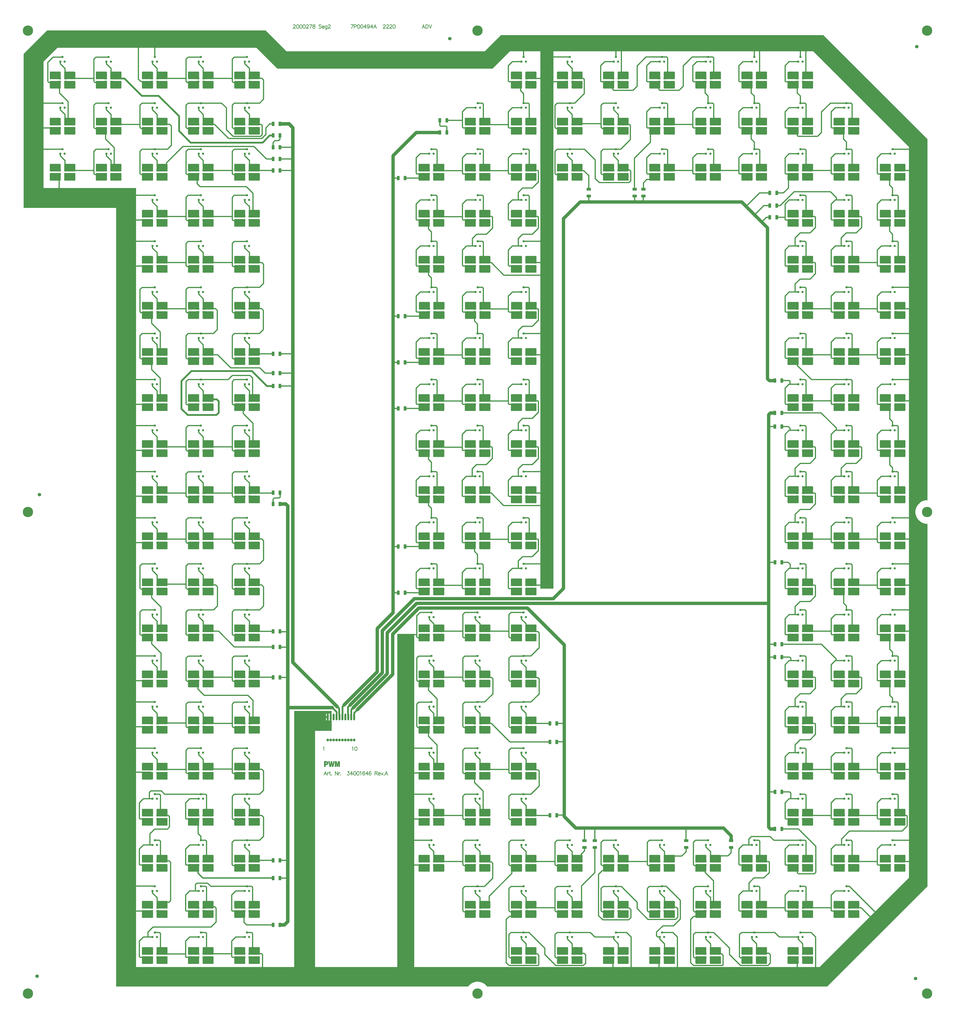
<source format=gtl>
%FSTAX44Y44*%
%MOMM*%
%SFA1B1*%

%IPPOS*%
%AMD23*
4,1,8,-0.899160,0.459740,-0.899160,-0.459740,-0.784860,-0.574040,0.784860,-0.574040,0.899160,-0.459740,0.899160,0.459740,0.784860,0.574040,-0.784860,0.574040,-0.899160,0.459740,0.0*
1,1,0.230000,-0.784860,0.459740*
1,1,0.230000,-0.784860,-0.459740*
1,1,0.230000,0.784860,-0.459740*
1,1,0.230000,0.784860,0.459740*
%
%AMD24*
4,1,8,0.299720,0.449580,-0.299720,0.449580,-0.398780,0.350520,-0.398780,-0.350520,-0.299720,-0.449580,0.299720,-0.449580,0.398780,-0.350520,0.398780,0.350520,0.299720,0.449580,0.0*
1,1,0.200000,0.299720,0.350520*
1,1,0.200000,-0.299720,0.350520*
1,1,0.200000,-0.299720,-0.350520*
1,1,0.200000,0.299720,-0.350520*
%
%AMD25*
4,1,8,0.551180,-0.360680,0.551180,0.360680,0.510540,0.398780,-0.510540,0.398780,-0.551180,0.360680,-0.551180,-0.360680,-0.510540,-0.398780,0.510540,-0.398780,0.551180,-0.360680,0.0*
1,1,0.080000,0.510540,-0.360680*
1,1,0.080000,0.510540,0.360680*
1,1,0.080000,-0.510540,0.360680*
1,1,0.080000,-0.510540,-0.360680*
%
%AMD26*
4,1,8,-0.459740,-0.899160,0.459740,-0.899160,0.574040,-0.784860,0.574040,0.784860,0.459740,0.899160,-0.459740,0.899160,-0.574040,0.784860,-0.574040,-0.784860,-0.459740,-0.899160,0.0*
1,1,0.230000,-0.459740,-0.784860*
1,1,0.230000,0.459740,-0.784860*
1,1,0.230000,0.459740,0.784860*
1,1,0.230000,-0.459740,0.784860*
%
%ADD12O,0.909998X2.949994*%
%ADD21C,0.050000*%
%ADD22C,0.649999*%
G04~CAMADD=23~8~0.0~0.0~452.8~708.7~45.3~0.0~15~0.0~0.0~0.0~0.0~0~0.0~0.0~0.0~0.0~0~0.0~0.0~0.0~90.0~708.0~452.0*
%ADD23D23*%
G04~CAMADD=24~8~0.0~0.0~315.0~354.3~39.4~0.0~15~0.0~0.0~0.0~0.0~0~0.0~0.0~0.0~0.0~0~0.0~0.0~0.0~0.0~315.0~354.3*
%ADD24D24*%
G04~CAMADD=25~8~0.0~0.0~315.0~433.1~15.7~0.0~15~0.0~0.0~0.0~0.0~0~0.0~0.0~0.0~0.0~0~0.0~0.0~0.0~270.0~434.0~315.0*
%ADD25D25*%
G04~CAMADD=26~8~0.0~0.0~452.8~708.7~45.3~0.0~15~0.0~0.0~0.0~0.0~0~0.0~0.0~0.0~0.0~0~0.0~0.0~0.0~180.0~452.0~708.0*
%ADD26D26*%
%ADD27C,1.499997*%
%ADD28C,0.499999*%
%ADD29C,0.100000*%
%ADD30C,0.749999*%
%ADD31C,1.399997*%
%ADD32C,0.799998*%
%ADD33C,1.499997*%
%ADD34C,0.599999*%
%ADD35C,0.253999*%
%ADD36C,1.199998*%
%ADD37C,4.499991*%
%LNled_fix910_rd_2000278_(4f00224a_7p00494a)-1*%
%LPD*%
G36*
X01170999Y04140004D02*
X01343005D01*
X02030999*
X02100999Y04210004*
X03499994*
X03951256Y03758742*
Y03450021*
Y03450012*
Y03450004*
Y02192053*
X03950345Y02191167*
X03948337Y02191224*
X03941548Y02190507*
X03934915Y02188894*
X03928554Y02186415*
X03922579Y02183113*
X03917096Y02179046*
X03912202Y02174287*
X03907983Y0216892*
X03904515Y0216304*
X03901858Y02156752*
X03900061Y02150166*
X03899154Y021434*
Y02136573*
X03900061Y02129807*
X03901858Y02123222*
X03904515Y02116933*
X03907983Y02111053*
X03912202Y02105686*
X03917096Y02100927*
X03922579Y0209686*
X03928554Y02093558*
X03934915Y02091079*
X03941548Y02089466*
X03948337Y0208875*
X03950345Y02088806*
X03951256Y02087921*
X03951255Y00515256*
X03516004Y00080004*
X02041495*
X02040249Y00081249*
X0203846Y00083531*
X02034389Y00087661*
X02029877Y00091305*
X02024983Y00094416*
X02019768Y00096954*
X020143Y00098886*
X02008649Y00100189*
X02002886Y00100844*
X01997087*
X01991325Y00100189*
X01985673Y00098886*
X01980205Y00096954*
X0197499Y00094416*
X01970096Y00091305*
X01965584Y00087661*
X01961513Y00083531*
X01959724Y00081249*
X01958748Y00080004*
X00432499*
Y03459999*
X00030999*
Y04095004*
Y04111626*
Y04128249*
X00132109Y0422936*
X00132754Y04230004*
X0013284Y04230091*
X01080913*
X01170999Y04140004*
G37*
%LNled_fix910_rd_2000278_(4f00224a_7p00494a)-2*%
%LPC*%
G36*
X01346248Y01266263D02*
X01344942Y0126526D01*
X01343805Y01263779*
X01343091Y01262055*
X01342847Y01260204*
Y01253754*
X01346248*
Y01266263*
G37*
G36*
X01353748D02*
Y01250004D01*
Y01233744*
X01355055Y01234747*
X01355548Y01235389*
X01357149*
X01357642Y01234747*
X01358948Y01233744*
Y01250004*
Y01266263*
X01357642Y0126526*
X01357149Y01264618*
X01355548*
X01355055Y0126526*
X01353748Y01266263*
G37*
G36*
X01346248Y01246254D02*
X01342847D01*
Y01239804*
X01343091Y01237953*
X01343805Y01236228*
X01344942Y01234747*
X01346248Y01233744*
Y01246254*
G37*
G36*
X01040999Y04155004D02*
X00178055Y04155003D01*
X00118056Y04095004*
X00117999*
Y03545999*
X00518749*
Y00165004*
X01204998*
Y01276249*
X01367499*
Y01266892*
X01366448Y01266374*
Y01250004*
Y01233633*
X01367499Y01233115*
Y01190004*
X01294998*
Y00165004*
X01651499Y00165003*
Y01610499*
X01725499*
Y00165004*
X03483253*
X03870999Y00552748*
Y03450004*
Y03724749*
X03455744Y04140004*
X02329247*
X02329251Y01806999*
X02272749*
Y04140004*
X02140999*
X02065244Y04064249*
X01625955*
X01131754*
X01040999Y04155004*
G37*
%LNled_fix910_rd_2000278_(4f00224a_7p00494a)-3*%
%LPD*%
G36*
X00853499Y04051524D02*
X00855496Y04049524D01*
Y04020527*
X00855499Y04020524*
X00853499Y04018524*
X00809499*
X00807499Y04020524*
Y04049524*
X00809499Y04051524*
X00853499*
G37*
G36*
X00792496Y04049524D02*
Y04020527D01*
X00792499Y04020524*
X00790499Y04018524*
X00746499*
X00744499Y04020524*
Y04049524*
X00746499Y04051524*
X00790499*
X00792496Y04049524*
G37*
G36*
X00653499Y04051524D02*
X00655496Y04049524D01*
Y04020527*
X00655499Y04020524*
X00653499Y04018524*
X00609499*
X00607499Y04020524*
Y04049524*
X00609499Y04051524*
X00653499*
G37*
G36*
X00592496Y04049524D02*
Y04020527D01*
X00592499Y04020524*
X00590499Y04018524*
X00546499*
X00544499Y04020524*
Y04049524*
X00546499Y04051524*
X00590499*
X00592496Y04049524*
G37*
G36*
X00453499Y04051524D02*
X00455496Y04049524D01*
Y04020527*
X00455499Y04020524*
X00453499Y04018524*
X00409499*
X00407499Y04020524*
Y04049524*
X00409499Y04051524*
X00453499*
G37*
G36*
X00392496Y04049524D02*
Y04020527D01*
X00392499Y04020524*
X00390499Y04018524*
X00346499*
X00344499Y04020524*
Y04049524*
X00346499Y04051524*
X00390499*
X00392496Y04049524*
G37*
G36*
X00253499Y04051524D02*
X00255496Y04049524D01*
Y04020527*
X00255499Y04020524*
X00253499Y04018524*
X00209499*
X00207499Y04020524*
Y04049524*
X00209499Y04051524*
X00253499*
G37*
G36*
X00192496Y04049524D02*
Y04020527D01*
X00192499Y04020524*
X001905Y04018524*
X00146499*
X00144499Y04020524*
Y04049524*
X00146499Y04051524*
X001905*
X00192496Y04049524*
G37*
G36*
X01053499Y04051524D02*
X01055497Y04049524D01*
Y04020527*
X01055499Y04020524*
X01053499Y04018524*
X01009499*
X01007499Y04020524*
Y04049524*
X01009499Y04051524*
X01053499*
G37*
G36*
X00992496Y04049524D02*
Y04020527D01*
X00992499Y04020524*
X00990499Y04018524*
X00946499*
X00944499Y04020524*
Y04049524*
X00946499Y04051524*
X00990499*
X00992496Y04049524*
G37*
G36*
X03192499Y04049499D02*
Y04020499D01*
X03190499Y04018499*
X03146499*
X03144502Y04020499*
Y04049496*
X03144499Y04049499*
X03146499Y04051499*
X03190499*
X03192499Y04049499*
G37*
G36*
X03453499Y04051499D02*
X03455499Y04049499D01*
Y04020499*
X03453499Y04018499*
X03409499*
X03407502Y04020499*
Y04049496*
X03407499Y04049499*
X03409499Y04051499*
X03453499*
G37*
G36*
X03392499Y04049499D02*
Y04020499D01*
X03390499Y04018499*
X03346499*
X03344502Y04020499*
Y04049496*
X03344499Y04049499*
X03346499Y04051499*
X03390499*
X03392499Y04049499*
G37*
G36*
X03255499D02*
Y04020499D01*
X03253499Y04018499*
X03209499*
X03207502Y04020499*
Y04049496*
X03207499Y04049499*
X03209499Y04051499*
X03253499*
X03255499Y04049499*
G37*
G36*
X03053499Y04051499D02*
X03055499Y04049499D01*
Y04020499*
X03053499Y04018499*
X03009499*
X03007502Y04020499*
Y04049496*
X03007499Y04049499*
X03009499Y04051499*
X03053499*
G37*
G36*
X02992499Y04049499D02*
Y04020499D01*
X02990499Y04018499*
X02946499*
X02944502Y04020499*
Y04049496*
X02944499Y04049499*
X02946499Y04051499*
X02990499*
X02992499Y04049499*
G37*
G36*
X02853499Y04051499D02*
X02855499Y04049499D01*
Y04020499*
X02853499Y04018499*
X02809499*
X02807502Y04020499*
Y04049496*
X02807499Y04049499*
X02809499Y04051499*
X02853499*
G37*
G36*
X02792499Y04049499D02*
Y04020499D01*
X02790499Y04018499*
X02746499*
X02744502Y04020499*
Y04049496*
X02744499Y04049499*
X02746499Y04051499*
X02790499*
X02792499Y04049499*
G37*
G36*
X02653499Y04051499D02*
X02655499Y04049499D01*
Y04020499*
X02653499Y04018499*
X02609499*
X02607502Y04020499*
Y04049496*
X02607499Y04049499*
X02609499Y04051499*
X02653499*
G37*
G36*
X02592499Y04049499D02*
Y04020499D01*
X02590499Y04018499*
X02546499*
X02544502Y04020499*
Y04049496*
X02544499Y04049499*
X02546499Y04051499*
X02590499*
X02592499Y04049499*
G37*
G36*
X02453499Y04051499D02*
X02455496Y04049499D01*
Y04020502*
X02455499Y04020499*
X02453499Y04018499*
X02409499*
X02407499Y04020499*
Y04049499*
X02409499Y04051499*
X02453499*
G37*
G36*
X02392496Y04049499D02*
Y04020502D01*
X02392499Y04020499*
X02390499Y04018499*
X02346499*
X02344499Y04020499*
Y04049499*
X02346499Y04051499*
X02390499*
X02392496Y04049499*
G37*
G36*
X02253499Y04051499D02*
X02255499Y04049499D01*
Y04020499*
X02253499Y04018499*
X02209499*
X02207502Y04020499*
Y04049496*
X02207499Y04049499*
X02209499Y04051499*
X02253499*
G37*
G36*
X02192499Y04049499D02*
Y04020499D01*
X02190499Y04018499*
X02146499*
X02144502Y04020499*
Y04049496*
X02144499Y04049499*
X02146499Y04051499*
X02190499*
X02192499Y04049499*
G37*
G36*
X00855496Y04009524D02*
Y03980527D01*
X00855499Y03980524*
X00853499Y03978524*
X00809499*
X00807499Y03980524*
Y04009524*
X00809499Y04011524*
X00853499*
X00855496Y04009524*
G37*
G36*
X00792496D02*
Y03980527D01*
X00792499Y03980524*
X00790499Y03978524*
X00746499*
X00744499Y03980524*
Y04009524*
X00746499Y04011524*
X00790499*
X00792496Y04009524*
G37*
G36*
X00655496D02*
Y03980527D01*
X00655499Y03980524*
X00653499Y03978524*
X00609499*
X00607499Y03980524*
Y04009524*
X00609499Y04011524*
X00653499*
X00655496Y04009524*
G37*
G36*
X00592496D02*
Y03980527D01*
X00592499Y03980524*
X00590499Y03978524*
X00546499*
X00544499Y03980524*
Y04009524*
X00546499Y04011524*
X00590499*
X00592496Y04009524*
G37*
G36*
X00455496D02*
Y03980527D01*
X00455499Y03980524*
X00453499Y03978524*
X00409499*
X00407499Y03980524*
Y04009524*
X00409499Y04011524*
X00453499*
X00455496Y04009524*
G37*
G36*
X00392496D02*
Y03980527D01*
X00392499Y03980524*
X00390499Y03978524*
X00346499*
X00344499Y03980524*
Y04009524*
X00346499Y04011524*
X00390499*
X00392496Y04009524*
G37*
G36*
X00255496D02*
Y03980527D01*
X00255499Y03980524*
X00253499Y03978524*
X00209499*
X00207499Y03980524*
Y04009524*
X00209499Y04011524*
X00253499*
X00255496Y04009524*
G37*
G36*
X00192496D02*
Y03980527D01*
X00192499Y03980524*
X001905Y03978524*
X00146499*
X00144499Y03980524*
Y04009524*
X00146499Y04011524*
X001905*
X00192496Y04009524*
G37*
G36*
X01055497D02*
Y03980527D01*
X01055499Y03980524*
X01053499Y03978524*
X01009499*
X01007499Y03980524*
Y04009524*
X01009499Y04011524*
X01053499*
X01055497Y04009524*
G37*
G36*
X00992496D02*
Y03980527D01*
X00992499Y03980524*
X00990499Y03978524*
X00946499*
X00944499Y03980524*
Y04009524*
X00946499Y04011524*
X00990499*
X00992496Y04009524*
G37*
G36*
X03255499Y04009499D02*
Y03980499D01*
X03253499Y03978499*
X03209499*
X03207502Y03980499*
Y04009496*
X03207499Y04009499*
X03209499Y04011499*
X03253499*
X03255499Y04009499*
G37*
G36*
X03455499D02*
Y03980499D01*
X03453499Y03978499*
X03409499*
X03407502Y03980499*
Y04009496*
X03407499Y04009499*
X03409499Y04011499*
X03453499*
X03455499Y04009499*
G37*
G36*
X03392499D02*
Y03980499D01*
X03390499Y03978499*
X03346499*
X03344502Y03980499*
Y04009496*
X03344499Y04009499*
X03346499Y04011499*
X03390499*
X03392499Y04009499*
G37*
G36*
X03192499D02*
Y03980499D01*
X03190499Y03978499*
X03146499*
X03144502Y03980499*
Y04009496*
X03144499Y04009499*
X03146499Y04011499*
X03190499*
X03192499Y04009499*
G37*
G36*
X03055499D02*
Y03980499D01*
X03053499Y03978499*
X03009499*
X03007502Y03980499*
Y04009496*
X03007499Y04009499*
X03009499Y04011499*
X03053499*
X03055499Y04009499*
G37*
G36*
X02992499D02*
Y03980499D01*
X02990499Y03978499*
X02946499*
X02944502Y03980499*
Y04009496*
X02944499Y04009499*
X02946499Y04011499*
X02990499*
X02992499Y04009499*
G37*
G36*
X02855499D02*
Y03980499D01*
X02853499Y03978499*
X02809499*
X02807502Y03980499*
Y04009496*
X02807499Y04009499*
X02809499Y04011499*
X02853499*
X02855499Y04009499*
G37*
G36*
X02792499D02*
Y03980499D01*
X02790499Y03978499*
X02746499*
X02744502Y03980499*
Y04009496*
X02744499Y04009499*
X02746499Y04011499*
X02790499*
X02792499Y04009499*
G37*
G36*
X02655499D02*
Y03980499D01*
X02653499Y03978499*
X02609499*
X02607502Y03980499*
Y04009496*
X02607499Y04009499*
X02609499Y04011499*
X02653499*
X02655499Y04009499*
G37*
G36*
X02592499D02*
Y03980499D01*
X02590499Y03978499*
X02546499*
X02544502Y03980499*
Y04009496*
X02544499Y04009499*
X02546499Y04011499*
X02590499*
X02592499Y04009499*
G37*
G36*
X02455496D02*
Y03980502D01*
X02455499Y03980499*
X02453499Y03978499*
X02409499*
X02407499Y03980499*
Y04009499*
X02409499Y04011499*
X02453499*
X02455496Y04009499*
G37*
G36*
X02392496D02*
Y03980502D01*
X02392499Y03980499*
X02390499Y03978499*
X02346499*
X02344499Y03980499*
Y04009499*
X02346499Y04011499*
X02390499*
X02392496Y04009499*
G37*
G36*
X02255499D02*
Y03980499D01*
X02253499Y03978499*
X02209499*
X02207502Y03980499*
Y04009496*
X02207499Y04009499*
X02209499Y04011499*
X02253499*
X02255499Y04009499*
G37*
G36*
X02192499D02*
Y03980499D01*
X02190499Y03978499*
X02146499*
X02144502Y03980499*
Y04009496*
X02144499Y04009499*
X02146499Y04011499*
X02190499*
X02192499Y04009499*
G37*
G36*
X01053499Y03851524D02*
X01055497Y03849524D01*
Y03820527*
X01055499Y03820524*
X01053499Y03818524*
X01009499*
X01007499Y03820524*
Y03849524*
X01009499Y03851524*
X01053499*
G37*
G36*
X00992496Y03849524D02*
Y03820527D01*
X00992499Y03820524*
X00990499Y03818524*
X00946499*
X00944499Y03820524*
Y03849524*
X00946499Y03851524*
X00990499*
X00992496Y03849524*
G37*
G36*
X00855496D02*
Y03820527D01*
X00855499Y03820525*
X00853499Y03818524*
X00809499*
X00807499Y03820524*
Y03849524*
X00809499Y03851524*
X00853499*
X00855496Y03849524*
G37*
G36*
X00653499Y03851524D02*
X00655496Y03849524D01*
Y03820527*
X00655499Y03820524*
X00653499Y03818524*
X00609499*
X00607499Y03820524*
Y03849524*
X00609499Y03851524*
X00653499*
G37*
G36*
X00592496Y03849524D02*
Y03820527D01*
X00592499Y03820524*
X00590499Y03818524*
X00546499*
X00544499Y03820524*
Y03849524*
X00546499Y03851524*
X00590499*
X00592496Y03849524*
G37*
G36*
X00453499Y03851524D02*
X00455496Y03849524D01*
Y03820527*
X00455499Y03820524*
X00453499Y03818524*
X00409499*
X00407499Y03820524*
Y03849524*
X00409499Y03851524*
X00453499*
G37*
G36*
X00392496Y03849524D02*
Y03820527D01*
X00392499Y03820524*
X00390499Y03818524*
X00346499*
X00344499Y03820524*
Y03849524*
X00346499Y03851524*
X00390499*
X00392496Y03849524*
G37*
G36*
X00253499Y03851524D02*
X00255496Y03849524D01*
Y03820527*
X00255499Y03820524*
X00253499Y03818524*
X00209499*
X00207499Y03820524*
Y03849524*
X00209499Y03851524*
X00253499*
G37*
G36*
X00192496Y03849524D02*
Y03820527D01*
X00192499Y03820524*
X001905Y03818524*
X00146499*
X00144499Y03820524*
Y03849524*
X00146499Y03851524*
X001905*
X00192496Y03849524*
G37*
G36*
X00792496D02*
Y03820527D01*
X00792499Y03820524*
X00790499Y03818524*
X00746499*
X00744499Y03820524*
Y03849524*
X00746499Y03851524*
X00790499*
X00792496Y03849524*
G37*
G36*
X03453499Y03851499D02*
X03455499Y03849499D01*
Y03820499*
X03453499Y03818499*
X03409499*
X03407502Y03820499*
Y03849497*
X03407499Y03849499*
X03409499Y03851499*
X03453499*
G37*
G36*
X03392499Y03849499D02*
Y03820499D01*
X03390499Y03818499*
X03346499*
X03344502Y03820499*
Y03849497*
X03344499Y03849499*
X03346499Y03851499*
X03390499*
X03392499Y03849499*
G37*
G36*
X02853499Y03851499D02*
X02855499Y03849499D01*
Y03820499*
X02853499Y03818499*
X02809499*
X02807502Y03820499*
Y03849497*
X02807499Y03849499*
X02809499Y03851499*
X02853499*
G37*
G36*
X02792499Y03849499D02*
Y03820499D01*
X02790499Y03818499*
X02746499*
X02744502Y03820499*
Y03849497*
X02744499Y03849499*
X02746499Y03851499*
X02790499*
X02792499Y03849499*
G37*
G36*
X03653499Y03851499D02*
X03655499Y03849499D01*
Y03820499*
X03653499Y03818499*
X03609499*
X03607502Y03820499*
Y03849497*
X03607499Y03849499*
X03609499Y03851499*
X03653499*
G37*
G36*
X03592499Y03849499D02*
Y03820499D01*
X03590499Y03818499*
X03546499*
X03544502Y03820499*
Y03849497*
X03544499Y03849499*
X03546499Y03851499*
X03590499*
X03592499Y03849499*
G37*
G36*
X03253499Y03851499D02*
X03255499Y03849499D01*
Y03820499*
X03253499Y03818499*
X03209499*
X03207502Y03820499*
Y03849497*
X03207499Y03849499*
X03209499Y03851499*
X03253499*
G37*
G36*
X03192499Y03849499D02*
Y03820499D01*
X03190499Y03818499*
X03146499*
X03144502Y03820499*
Y03849497*
X03144499Y03849499*
X03146499Y03851499*
X03190499*
X03192499Y03849499*
G37*
G36*
X03053499Y03851499D02*
X03055499Y03849499D01*
Y03820499*
X03053499Y03818499*
X03009499*
X03007502Y03820499*
Y03849497*
X03007499Y03849499*
X03009499Y03851499*
X03053499*
G37*
G36*
X02992499Y03849499D02*
Y03820499D01*
X02990499Y03818499*
X02946499*
X02944502Y03820499*
Y03849497*
X02944499Y03849499*
X02946499Y03851499*
X02990499*
X02992499Y03849499*
G37*
G36*
X02653499Y03851499D02*
X02655496Y03849499D01*
Y03820502*
X02655499Y03820499*
X02653499Y03818499*
X02609499*
X02607499Y03820499*
Y03849499*
X02609499Y03851499*
X02653499*
G37*
G36*
X02592496Y03849499D02*
Y03820502D01*
X02592499Y03820499*
X02590499Y03818499*
X02546499*
X02544499Y03820499*
Y03849499*
X02546499Y03851499*
X02590499*
X02592496Y03849499*
G37*
G36*
X02453499Y03851499D02*
X02455496Y03849499D01*
Y03820502*
X02455499Y03820499*
X02453499Y03818499*
X02409499*
X02407499Y03820499*
Y03849499*
X02409499Y03851499*
X02453499*
G37*
G36*
X02392496Y03849499D02*
Y03820502D01*
X02392499Y03820499*
X02390499Y03818499*
X02346499*
X02344499Y03820499*
Y03849499*
X02346499Y03851499*
X02390499*
X02392496Y03849499*
G37*
G36*
X02190499Y03851499D02*
X02192499Y03849499D01*
Y03820499*
X02190499Y03818499*
X02146499*
X02144502Y03820499*
Y03849497*
X02144499Y03849499*
X02146499Y03851499*
X02190499*
G37*
G36*
X02053499D02*
X02055499Y03849499D01*
Y03820499*
X02053499Y03818499*
X02009499*
X02007502Y03820499*
Y03849497*
X02007499Y03849499*
X02009499Y03851499*
X02053499*
G37*
G36*
X01992499Y03849499D02*
Y03820499D01*
X01990499Y03818499*
X01946499*
X01944502Y03820499*
Y03849497*
X01944499Y03849499*
X01946499Y03851499*
X01990499*
X01992499Y03849499*
G37*
G36*
X02255499D02*
Y03820499D01*
X02253499Y03818499*
X02209499*
X02207502Y03820499*
Y03849497*
X02207499Y03849499*
X02209499Y03851499*
X02253499*
X02255499Y03849499*
G37*
G36*
X00853499Y03811524D02*
X00855496Y03809524D01*
Y03780527*
X00855499Y03780524*
X00853499Y03778524*
X00809499*
X00807499Y03780524*
Y03809524*
X00809499Y03811524*
X00853499*
G37*
G36*
X00792496Y03809524D02*
Y03780527D01*
X00792499Y03780524*
X00790499Y03778524*
X00746499*
X00744499Y03780524*
Y03809524*
X00746499Y03811524*
X00790499*
X00792496Y03809524*
G37*
G36*
X01055497D02*
Y03780527D01*
X01055499Y03780524*
X01053499Y03778524*
X01009499*
X01007499Y03780524*
Y03809524*
X01009499Y03811524*
X01053499*
X01055497Y03809524*
G37*
G36*
X00992496D02*
Y03780527D01*
X00992499Y03780524*
X00990499Y03778524*
X00946499*
X00944499Y03780524*
Y03809524*
X00946499Y03811524*
X00990499*
X00992496Y03809524*
G37*
G36*
X00655496D02*
Y03780527D01*
X00655499Y03780524*
X00653499Y03778524*
X00609499*
X00607499Y03780524*
Y03809524*
X00609499Y03811524*
X00653499*
X00655496Y03809524*
G37*
G36*
X00592496D02*
Y03780527D01*
X00592499Y03780524*
X00590499Y03778524*
X00546499*
X00544499Y03780524*
Y03809524*
X00546499Y03811524*
X00590499*
X00592496Y03809524*
G37*
G36*
X00455496D02*
Y03780527D01*
X00455499Y03780524*
X00453499Y03778524*
X00409499*
X00407499Y03780524*
Y03809524*
X00409499Y03811524*
X00453499*
X00455496Y03809524*
G37*
G36*
X00392496D02*
Y03780527D01*
X00392499Y03780524*
X00390499Y03778524*
X00346499*
X00344499Y03780524*
Y03809524*
X00346499Y03811524*
X00390499*
X00392496Y03809524*
G37*
G36*
X00255496D02*
Y03780527D01*
X00255499Y03780524*
X00253499Y03778524*
X00209499*
X00207499Y03780524*
Y03809524*
X00209499Y03811524*
X00253499*
X00255496Y03809524*
G37*
G36*
X00192496D02*
Y03780527D01*
X00192499Y03780524*
X001905Y03778524*
X00146499*
X00144499Y03780524*
Y03809524*
X00146499Y03811524*
X001905*
X00192496Y03809524*
G37*
G36*
X03455499Y03809499D02*
Y03780499D01*
X03453499Y03778499*
X03409499*
X03407502Y03780499*
Y03809496*
X03407499Y03809499*
X03409499Y03811499*
X03453499*
X03455499Y03809499*
G37*
G36*
X03392499D02*
Y03780499D01*
X03390499Y03778499*
X03346499*
X03344502Y03780499*
Y03809496*
X03344499Y03809499*
X03346499Y03811499*
X03390499*
X03392499Y03809499*
G37*
G36*
X03255499D02*
Y03780499D01*
X03253499Y03778499*
X03209499*
X03207502Y03780499*
Y03809496*
X03207499Y03809499*
X03209499Y03811499*
X03253499*
X03255499Y03809499*
G37*
G36*
X02855499D02*
Y03780499D01*
X02853499Y03778499*
X02809499*
X02807502Y03780499*
Y03809496*
X02807499Y03809499*
X02809499Y03811499*
X02853499*
X02855499Y03809499*
G37*
G36*
X02792499D02*
Y03780499D01*
X02790499Y03778499*
X02746499*
X02744502Y03780499*
Y03809496*
X02744499Y03809499*
X02746499Y03811499*
X02790499*
X02792499Y03809499*
G37*
G36*
X02255499D02*
Y03780499D01*
X02253499Y03778499*
X02209499*
X02207502Y03780499*
Y03809496*
X02207499Y03809499*
X02209499Y03811499*
X02253499*
X02255499Y03809499*
G37*
G36*
X02192499D02*
Y03780499D01*
X02190499Y03778499*
X02146499*
X02144502Y03780499*
Y03809496*
X02144499Y03809499*
X02146499Y03811499*
X02190499*
X02192499Y03809499*
G37*
G36*
X03655499D02*
Y03780499D01*
X03653499Y03778499*
X03609499*
X03607502Y03780499*
Y03809496*
X03607499Y03809499*
X03609499Y03811499*
X03653499*
X03655499Y03809499*
G37*
G36*
X03592499D02*
Y03780499D01*
X03590499Y03778499*
X03546499*
X03544502Y03780499*
Y03809496*
X03544499Y03809499*
X03546499Y03811499*
X03590499*
X03592499Y03809499*
G37*
G36*
X03192499D02*
Y03780499D01*
X03190499Y03778499*
X03146499*
X03144502Y03780499*
Y03809496*
X03144499Y03809499*
X03146499Y03811499*
X03190499*
X03192499Y03809499*
G37*
G36*
X03055499D02*
Y03780499D01*
X03053499Y03778499*
X03009499*
X03007502Y03780499*
Y03809496*
X03007499Y03809499*
X03009499Y03811499*
X03053499*
X03055499Y03809499*
G37*
G36*
X02992499D02*
Y03780499D01*
X02990499Y03778499*
X02946499*
X02944502Y03780499*
Y03809496*
X02944499Y03809499*
X02946499Y03811499*
X02990499*
X02992499Y03809499*
G37*
G36*
X02655496D02*
Y03780502D01*
X02655499Y03780499*
X02653499Y03778499*
X02609499*
X02607499Y03780499*
Y03809499*
X02609499Y03811499*
X02653499*
X02655496Y03809499*
G37*
G36*
X02592496D02*
Y03780502D01*
X02592499Y03780499*
X02590499Y03778499*
X02546499*
X02544499Y03780499*
Y03809499*
X02546499Y03811499*
X02590499*
X02592496Y03809499*
G37*
G36*
X02455496D02*
Y03780502D01*
X02455499Y03780499*
X02453499Y03778499*
X02409499*
X02407499Y03780499*
Y03809499*
X02409499Y03811499*
X02453499*
X02455496Y03809499*
G37*
G36*
X02392496D02*
Y03780502D01*
X02392499Y03780499*
X02390499Y03778499*
X02346499*
X02344499Y03780499*
Y03809499*
X02346499Y03811499*
X02390499*
X02392496Y03809499*
G37*
G36*
X02055499D02*
Y03780499D01*
X02053499Y03778499*
X02009499*
X02007502Y03780499*
Y03809496*
X02007499Y03809499*
X02009499Y03811499*
X02053499*
X02055499Y03809499*
G37*
G36*
X01992499D02*
Y03780499D01*
X01990499Y03778499*
X01946499*
X01944502Y03780499*
Y03809496*
X01944499Y03809499*
X01946499Y03811499*
X01990499*
X01992499Y03809499*
G37*
G36*
X01053499Y0365155D02*
X01055497Y03649549D01*
Y03620553*
X01055499Y0362055*
X01053499Y0361855*
X01009499*
X01007499Y0362055*
Y03649549*
X01009499Y0365155*
X01053499*
G37*
G36*
X00992496Y03649549D02*
Y03620553D01*
X00992499Y0362055*
X00990499Y0361855*
X00946499*
X00944499Y0362055*
Y03649549*
X00946499Y0365155*
X00990499*
X00992496Y03649549*
G37*
G36*
X00653499Y03651524D02*
X00655496Y03649524D01*
Y03620527*
X00655499Y03620524*
X00653499Y03618524*
X00609499*
X00607499Y03620524*
Y03649524*
X00609499Y03651524*
X00653499*
G37*
G36*
X00592496Y03649524D02*
Y03620527D01*
X00592499Y03620524*
X00590499Y03618524*
X00546499*
X00544499Y03620524*
Y03649524*
X00546499Y03651524*
X00590499*
X00592496Y03649524*
G37*
G36*
X00453499Y03651524D02*
X00455496Y03649524D01*
Y03620527*
X00455499Y03620524*
X00453499Y03618524*
X00409499*
X00407499Y03620524*
Y03649524*
X00409499Y03651524*
X00453499*
G37*
G36*
X00392496Y03649524D02*
Y03620527D01*
X00392499Y03620524*
X00390499Y03618524*
X00346499*
X00344499Y03620524*
Y03649524*
X00346499Y03651524*
X00390499*
X00392496Y03649524*
G37*
G36*
X00253499Y03651524D02*
X00255496Y03649524D01*
Y03620527*
X00255499Y03620524*
X00253499Y03618524*
X00209499*
X00207499Y03620524*
Y03649524*
X00209499Y03651524*
X00253499*
G37*
G36*
X00192496Y03649524D02*
Y03620527D01*
X00192499Y03620524*
X001905Y03618524*
X00146499*
X00144499Y03620524*
Y03649524*
X00146499Y03651524*
X001905*
X00192496Y03649524*
G37*
G36*
X00853499Y03651524D02*
X00855496Y03649524D01*
Y03620527*
X00855499Y03620524*
X00853499Y03618524*
X00809499*
X00807499Y03620524*
Y03649524*
X00809499Y03651524*
X00853499*
G37*
G36*
X00792496Y03649524D02*
Y03620527D01*
X00792499Y03620524*
X00790499Y03618524*
X00746499*
X00744499Y03620524*
Y03649524*
X00746499Y03651524*
X00790499*
X00792496Y03649524*
G37*
G36*
X03853499Y03651499D02*
X03855499Y03649499D01*
Y03620499*
X03853499Y03618499*
X03809499*
X03807502Y03620499*
Y03649496*
X03807499Y03649499*
X03809499Y03651499*
X03853499*
G37*
G36*
X03792499Y03649499D02*
Y03620499D01*
X03790499Y03618499*
X037465*
X03744502Y03620499*
Y03649496*
X03744499Y03649499*
X037465Y03651499*
X03790499*
X03792499Y03649499*
G37*
G36*
X03653499Y03651499D02*
X03655499Y03649499D01*
Y03620499*
X03653499Y03618499*
X03609499*
X03607502Y03620499*
Y03649496*
X03607499Y03649499*
X03609499Y03651499*
X03653499*
G37*
G36*
X03592499Y03649499D02*
Y03620499D01*
X03590499Y03618499*
X03546499*
X03544502Y03620499*
Y03649496*
X03544499Y03649499*
X03546499Y03651499*
X03590499*
X03592499Y03649499*
G37*
G36*
X03453499Y03651499D02*
X03455499Y03649499D01*
Y03620499*
X03453499Y03618499*
X03409499*
X03407502Y03620499*
Y03649496*
X03407499Y03649499*
X03409499Y03651499*
X03453499*
G37*
G36*
X03392499Y03649499D02*
Y03620499D01*
X03390499Y03618499*
X03346499*
X03344502Y03620499*
Y03649496*
X03344499Y03649499*
X03346499Y03651499*
X03390499*
X03392499Y03649499*
G37*
G36*
X03192499D02*
Y03620499D01*
X03190499Y03618499*
X03146499*
X03144502Y03620499*
Y03649496*
X03144499Y03649499*
X03146499Y03651499*
X03190499*
X03192499Y03649499*
G37*
G36*
X02992499D02*
Y03620499D01*
X02990499Y03618499*
X02946499*
X02944502Y03620499*
Y03649496*
X02944499Y03649499*
X02946499Y03651499*
X02990499*
X02992499Y03649499*
G37*
G36*
X02853499Y03651499D02*
X02855499Y03649499D01*
Y03620499*
X02853499Y03618499*
X02809499*
X02807502Y03620499*
Y03649496*
X02807499Y03649499*
X02809499Y03651499*
X02853499*
G37*
G36*
X02792499Y03649499D02*
Y03620499D01*
X02790499Y03618499*
X02746499*
X02744502Y03620499*
Y03649496*
X02744499Y03649499*
X02746499Y03651499*
X02790499*
X02792499Y03649499*
G37*
G36*
X02653499Y03651499D02*
X02655496Y03649499D01*
Y03620502*
X02655499Y03620499*
X02653499Y03618499*
X02609499*
X02607499Y03620499*
Y03649499*
X02609499Y03651499*
X02653499*
G37*
G36*
X02592496Y03649499D02*
Y03620502D01*
X02592499Y03620499*
X02590499Y03618499*
X02546499*
X02544499Y03620499*
Y03649499*
X02546499Y03651499*
X02590499*
X02592496Y03649499*
G37*
G36*
X02453499Y03651499D02*
X02455496Y03649499D01*
Y03620502*
X02455499Y03620499*
X02453499Y03618499*
X02409499*
X02407499Y03620499*
Y03649499*
X02409499Y03651499*
X02453499*
G37*
G36*
X02392496Y03649499D02*
Y03620502D01*
X02392499Y03620499*
X02390499Y03618499*
X02346499*
X02344499Y03620499*
Y03649499*
X02346499Y03651499*
X02390499*
X02392496Y03649499*
G37*
G36*
X02253499Y03651499D02*
X02255499Y03649499D01*
Y03620499*
X02253499Y03618499*
X02209499*
X02207502Y03620499*
Y03649496*
X02207499Y03649499*
X02209499Y03651499*
X02253499*
G37*
G36*
X02192499Y03649499D02*
Y03620499D01*
X02190499Y03618499*
X02146499*
X02144502Y03620499*
Y03649496*
X02144499Y03649499*
X02146499Y03651499*
X02190499*
X02192499Y03649499*
G37*
G36*
X02053499Y03651499D02*
X02055499Y03649499D01*
Y03620499*
X02053499Y03618499*
X02009499*
X02007502Y03620499*
Y03649496*
X02007499Y03649499*
X02009499Y03651499*
X02053499*
G37*
G36*
X01992499Y03649499D02*
Y03620499D01*
X01990499Y03618499*
X01946499*
X01944502Y03620499*
Y03649496*
X01944499Y03649499*
X01946499Y03651499*
X01990499*
X01992499Y03649499*
G37*
G36*
X01853499Y03651499D02*
X01855499Y03649499D01*
Y03620499*
X01853499Y03618499*
X01809499*
X01807502Y03620499*
Y03649496*
X01807499Y03649499*
X01809499Y03651499*
X01853499*
G37*
G36*
X01792499Y03649499D02*
Y03620499D01*
X01790499Y03618499*
X01746499*
X01744502Y03620499*
Y03649496*
X01744499Y03649499*
X01746499Y03651499*
X01790499*
X01792499Y03649499*
G37*
G36*
X03253499Y03651499D02*
X03255499Y03649499D01*
Y03620499*
X03253499Y03618499*
X03209499*
X03207502Y03620499*
Y03649496*
X03207499Y03649499*
X03209499Y03651499*
X03253499*
G37*
G36*
X03053499D02*
X03055499Y03649499D01*
Y03620499*
X03053499Y03618499*
X03009499*
X03007502Y03620499*
Y03649496*
X03007499Y03649499*
X03009499Y03651499*
X03053499*
G37*
G36*
X01055497Y03609549D02*
Y03580553D01*
X01055499Y0358055*
X01053499Y0357855*
X01009499*
X01007499Y0358055*
Y03609549*
X01009499Y0361155*
X01053499*
X01055497Y03609549*
G37*
G36*
X00992496D02*
Y03580553D01*
X00992499Y0358055*
X00990499Y0357855*
X00946499*
X00944499Y0358055*
Y03609549*
X00946499Y0361155*
X00990499*
X00992496Y03609549*
G37*
G36*
X00655496Y03609524D02*
Y03580527D01*
X00655499Y03580524*
X00653499Y03578524*
X00609499*
X00607499Y03580524*
Y03609524*
X00609499Y03611524*
X00653499*
X00655496Y03609524*
G37*
G36*
X00592496D02*
Y03580527D01*
X00592499Y03580524*
X00590499Y03578524*
X00546499*
X00544499Y03580524*
Y03609524*
X00546499Y03611524*
X00590499*
X00592496Y03609524*
G37*
G36*
X00455496D02*
Y03580527D01*
X00455499Y03580524*
X00453499Y03578524*
X00409499*
X00407499Y03580524*
Y03609524*
X00409499Y03611524*
X00453499*
X00455496Y03609524*
G37*
G36*
X00392496D02*
Y03580527D01*
X00392499Y03580524*
X00390499Y03578524*
X00346499*
X00344499Y03580524*
Y03609524*
X00346499Y03611524*
X00390499*
X00392496Y03609524*
G37*
G36*
X00255496D02*
Y03580527D01*
X00255499Y03580524*
X00253499Y03578524*
X00209499*
X00207499Y03580524*
Y03609524*
X00209499Y03611524*
X00253499*
X00255496Y03609524*
G37*
G36*
X00192496D02*
Y03580527D01*
X00192499Y03580524*
X001905Y03578524*
X00146499*
X00144499Y03580524*
Y03609524*
X00146499Y03611524*
X001905*
X00192496Y03609524*
G37*
G36*
X00855496D02*
Y03580527D01*
X00855499Y03580524*
X00853499Y03578524*
X00809499*
X00807499Y03580524*
Y03609524*
X00809499Y03611524*
X00853499*
X00855496Y03609524*
G37*
G36*
X00792496D02*
Y03580527D01*
X00792499Y03580524*
X00790499Y03578524*
X00746499*
X00744499Y03580524*
Y03609524*
X00746499Y03611524*
X00790499*
X00792496Y03609524*
G37*
G36*
X03855499Y03609499D02*
Y03580499D01*
X03853499Y03578499*
X03809499*
X03807502Y03580499*
Y03609496*
X03807499Y03609499*
X03809499Y03611499*
X03853499*
X03855499Y03609499*
G37*
G36*
X03792499D02*
Y03580499D01*
X03790499Y03578499*
X037465*
X03744502Y03580499*
Y03609496*
X03744499Y03609499*
X037465Y03611499*
X03790499*
X03792499Y03609499*
G37*
G36*
X03655499D02*
Y03580499D01*
X03653499Y03578499*
X03609499*
X03607502Y03580499*
Y03609496*
X03607499Y03609499*
X03609499Y03611499*
X03653499*
X03655499Y03609499*
G37*
G36*
X03592499D02*
Y03580499D01*
X03590499Y03578499*
X03546499*
X03544502Y03580499*
Y03609496*
X03544499Y03609499*
X03546499Y03611499*
X03590499*
X03592499Y03609499*
G37*
G36*
X03455499D02*
Y03580499D01*
X03453499Y03578499*
X03409499*
X03407502Y03580499*
Y03609496*
X03407499Y03609499*
X03409499Y03611499*
X03453499*
X03455499Y03609499*
G37*
G36*
X03392499D02*
Y03580499D01*
X03390499Y03578499*
X03346499*
X03344502Y03580499*
Y03609496*
X03344499Y03609499*
X03346499Y03611499*
X03390499*
X03392499Y03609499*
G37*
G36*
X03255499D02*
Y03580499D01*
X03253499Y03578499*
X03209499*
X03207502Y03580499*
Y03609496*
X03207499Y03609499*
X03209499Y03611499*
X03253499*
X03255499Y03609499*
G37*
G36*
X03192499D02*
Y03580499D01*
X03190499Y03578499*
X03146499*
X03144502Y03580499*
Y03609496*
X03144499Y03609499*
X03146499Y03611499*
X03190499*
X03192499Y03609499*
G37*
G36*
X03055499D02*
Y03580499D01*
X03053499Y03578499*
X03009499*
X03007502Y03580499*
Y03609496*
X03007499Y03609499*
X03009499Y03611499*
X03053499*
X03055499Y03609499*
G37*
G36*
X02992499D02*
Y03580499D01*
X02990499Y03578499*
X02946499*
X02944502Y03580499*
Y03609496*
X02944499Y03609499*
X02946499Y03611499*
X02990499*
X02992499Y03609499*
G37*
G36*
X02855499D02*
Y03580499D01*
X02853499Y03578499*
X02809499*
X02807502Y03580499*
Y03609496*
X02807499Y03609499*
X02809499Y03611499*
X02853499*
X02855499Y03609499*
G37*
G36*
X02792499D02*
Y03580499D01*
X02790499Y03578499*
X02746499*
X02744502Y03580499*
Y03609496*
X02744499Y03609499*
X02746499Y03611499*
X02790499*
X02792499Y03609499*
G37*
G36*
X02655496D02*
Y03580502D01*
X02655499Y03580499*
X02653499Y03578499*
X02609499*
X02607499Y03580499*
Y03609499*
X02609499Y03611499*
X02653499*
X02655496Y03609499*
G37*
G36*
X02592496D02*
Y03580502D01*
X02592499Y03580499*
X02590499Y03578499*
X02546499*
X02544499Y03580499*
Y03609499*
X02546499Y03611499*
X02590499*
X02592496Y03609499*
G37*
G36*
X02455496D02*
Y03580502D01*
X02455499Y03580499*
X02453499Y03578499*
X02409499*
X02407499Y03580499*
Y03609499*
X02409499Y03611499*
X02453499*
X02455496Y03609499*
G37*
G36*
X02392496D02*
Y03580502D01*
X02392499Y03580499*
X02390499Y03578499*
X02346499*
X02344499Y03580499*
Y03609499*
X02346499Y03611499*
X02390499*
X02392496Y03609499*
G37*
G36*
X02255499D02*
Y03580499D01*
X02253499Y03578499*
X02209499*
X02207502Y03580499*
Y03609496*
X02207499Y03609499*
X02209499Y03611499*
X02253499*
X02255499Y03609499*
G37*
G36*
X02192499D02*
Y03580499D01*
X02190499Y03578499*
X02146499*
X02144502Y03580499*
Y03609496*
X02144499Y03609499*
X02146499Y03611499*
X02190499*
X02192499Y03609499*
G37*
G36*
X02055499D02*
Y03580499D01*
X02053499Y03578499*
X02009499*
X02007502Y03580499*
Y03609496*
X02007499Y03609499*
X02009499Y03611499*
X02053499*
X02055499Y03609499*
G37*
G36*
X01992499D02*
Y03580499D01*
X01990499Y03578499*
X01946499*
X01944502Y03580499*
Y03609496*
X01944499Y03609499*
X01946499Y03611499*
X01990499*
X01992499Y03609499*
G37*
G36*
X01855499D02*
Y03580499D01*
X01853499Y03578499*
X01809499*
X01807502Y03580499*
Y03609496*
X01807499Y03609499*
X01809499Y03611499*
X01853499*
X01855499Y03609499*
G37*
G36*
X01792499D02*
Y03580499D01*
X01790499Y03578499*
X01746499*
X01744502Y03580499*
Y03609496*
X01744499Y03609499*
X01746499Y03611499*
X01790499*
X01792499Y03609499*
G37*
G36*
X03853499Y03451499D02*
X03855499Y03449499D01*
Y03420499*
X03853499Y03418499*
X03809499*
X03807502Y03420499*
Y03449496*
X03807499Y03449499*
X03809499Y03451499*
X03853499*
G37*
G36*
X03792499Y03449499D02*
Y03420499D01*
X03790499Y03418499*
X037465*
X03744502Y03420499*
Y03449496*
X03744499Y03449499*
X037465Y03451499*
X03790499*
X03792499Y03449499*
G37*
G36*
X03590499Y03451499D02*
X03592499Y03449499D01*
Y03420499*
X03590499Y03418499*
X03546499*
X03544502Y03420499*
Y03449496*
X03544499Y03449499*
X03546499Y03451499*
X03590499*
G37*
G36*
X03453499D02*
X03455499Y03449499D01*
Y03420499*
X03453499Y03418499*
X03409499*
X03407502Y03420499*
Y03449496*
X03407499Y03449499*
X03409499Y03451499*
X03453499*
G37*
G36*
X03392499Y03449499D02*
Y03420499D01*
X03390499Y03418499*
X03346499*
X03344502Y03420499*
Y03449496*
X03344499Y03449499*
X03346499Y03451499*
X03390499*
X03392499Y03449499*
G37*
G36*
X02253499Y03451499D02*
X02255499Y03449499D01*
Y03420499*
X02253499Y03418499*
X02209499*
X02207502Y03420499*
Y03449496*
X02207499Y03449499*
X02209499Y03451499*
X02253499*
G37*
G36*
X02192499Y03449499D02*
Y03420499D01*
X02190499Y03418499*
X02146499*
X02144502Y03420499*
Y03449496*
X02144499Y03449499*
X02146499Y03451499*
X02190499*
X02192499Y03449499*
G37*
G36*
X02053499Y03451499D02*
X02055499Y03449499D01*
Y03420499*
X02053499Y03418499*
X02009499*
X02007502Y03420499*
Y03449496*
X02007499Y03449499*
X02009499Y03451499*
X02053499*
G37*
G36*
X01992499Y03449499D02*
Y03420499D01*
X01990499Y03418499*
X01946499*
X01944502Y03420499*
Y03449496*
X01944499Y03449499*
X01946499Y03451499*
X01990499*
X01992499Y03449499*
G37*
G36*
X01853499Y03451499D02*
X01855499Y03449499D01*
Y03420499*
X01853499Y03418499*
X01809499*
X01807502Y03420499*
Y03449496*
X01807499Y03449499*
X01809499Y03451499*
X01853499*
G37*
G36*
X01792499Y03449499D02*
Y03420499D01*
X01790499Y03418499*
X01746499*
X01744502Y03420499*
Y03449496*
X01744499Y03449499*
X01746499Y03451499*
X01790499*
X01792499Y03449499*
G37*
G36*
X01053499Y03451499D02*
X01055497Y03449499D01*
Y03420502*
X01055499Y03420499*
X01053499Y03418499*
X01009499*
X01007499Y03420499*
Y03449499*
X01009499Y03451499*
X01053499*
G37*
G36*
X00992496Y03449499D02*
Y03420502D01*
X00992499Y03420499*
X00990499Y03418499*
X00946499*
X00944499Y03420499*
Y03449499*
X00946499Y03451499*
X00990499*
X00992496Y03449499*
G37*
G36*
X00853499Y03451499D02*
X00855496Y03449499D01*
Y03420502*
X00855499Y03420499*
X00853499Y03418499*
X00809499*
X00807499Y03420499*
Y03449499*
X00809499Y03451499*
X00853499*
G37*
G36*
X00792496Y03449499D02*
Y03420502D01*
X00792499Y03420499*
X00790499Y03418499*
X00746499*
X00744499Y03420499*
Y03449499*
X00746499Y03451499*
X00790499*
X00792496Y03449499*
G37*
G36*
X00653499Y03451499D02*
X00655496Y03449499D01*
Y03420502*
X00655499Y03420499*
X00653499Y03418499*
X00609499*
X00607499Y03420499*
Y03449499*
X00609499Y03451499*
X00653499*
G37*
G36*
X00592496Y03449499D02*
Y03420502D01*
X00592499Y03420499*
X00590499Y03418499*
X00546499*
X00544499Y03420499*
Y03449499*
X00546499Y03451499*
X00590499*
X00592496Y03449499*
G37*
G36*
X03655499D02*
Y03420499D01*
X03653499Y03418499*
X03609499*
X03607502Y03420499*
Y03449496*
X03607499Y03449499*
X03609499Y03451499*
X03653499*
X03655499Y03449499*
G37*
G36*
Y03409499D02*
Y03380499D01*
X03653499Y03378499*
X03609499*
X03607502Y03380499*
Y03409496*
X03607499Y03409499*
X03609499Y03411499*
X03653499*
X03655499Y03409499*
G37*
G36*
X03592499D02*
Y03380499D01*
X03590499Y03378499*
X03546499*
X03544502Y03380499*
Y03409496*
X03544499Y03409499*
X03546499Y03411499*
X03590499*
X03592499Y03409499*
G37*
G36*
X03855499D02*
Y03380499D01*
X03853499Y03378499*
X03809499*
X03807502Y03380499*
Y03409496*
X03807499Y03409499*
X03809499Y03411499*
X03853499*
X03855499Y03409499*
G37*
G36*
X03792499D02*
Y03380499D01*
X03790499Y03378499*
X037465*
X03744502Y03380499*
Y03409496*
X03744499Y03409499*
X037465Y03411499*
X03790499*
X03792499Y03409499*
G37*
G36*
X03455499D02*
Y03380499D01*
X03453499Y03378499*
X03409499*
X03407502Y03380499*
Y03409496*
X03407499Y03409499*
X03409499Y03411499*
X03453499*
X03455499Y03409499*
G37*
G36*
X03392499D02*
Y03380499D01*
X03390499Y03378499*
X03346499*
X03344502Y03380499*
Y03409496*
X03344499Y03409499*
X03346499Y03411499*
X03390499*
X03392499Y03409499*
G37*
G36*
X02255499D02*
Y03380499D01*
X02253499Y03378499*
X02209499*
X02207502Y03380499*
Y03409496*
X02207499Y03409499*
X02209499Y03411499*
X02253499*
X02255499Y03409499*
G37*
G36*
X02192499D02*
Y03380499D01*
X02190499Y03378499*
X02146499*
X02144502Y03380499*
Y03409496*
X02144499Y03409499*
X02146499Y03411499*
X02190499*
X02192499Y03409499*
G37*
G36*
X02055499D02*
Y03380499D01*
X02053499Y03378499*
X02009499*
X02007502Y03380499*
Y03409496*
X02007499Y03409499*
X02009499Y03411499*
X02053499*
X02055499Y03409499*
G37*
G36*
X01992499D02*
Y03380499D01*
X01990499Y03378499*
X01946499*
X01944502Y03380499*
Y03409496*
X01944499Y03409499*
X01946499Y03411499*
X01990499*
X01992499Y03409499*
G37*
G36*
X01855499D02*
Y03380499D01*
X01853499Y03378499*
X01809499*
X01807502Y03380499*
Y03409496*
X01807499Y03409499*
X01809499Y03411499*
X01853499*
X01855499Y03409499*
G37*
G36*
X01792499D02*
Y03380499D01*
X01790499Y03378499*
X01746499*
X01744502Y03380499*
Y03409496*
X01744499Y03409499*
X01746499Y03411499*
X01790499*
X01792499Y03409499*
G37*
G36*
X01055497D02*
Y03380502D01*
X01055499Y03380499*
X01053499Y03378499*
X01009499*
X01007499Y03380499*
Y03409499*
X01009499Y03411499*
X01053499*
X01055497Y03409499*
G37*
G36*
X00992496D02*
Y03380502D01*
X00992499Y03380499*
X00990499Y03378499*
X00946499*
X00944499Y03380499*
Y03409499*
X00946499Y03411499*
X00990499*
X00992496Y03409499*
G37*
G36*
X00855496D02*
Y03380502D01*
X00855499Y03380499*
X00853499Y03378499*
X00809499*
X00807499Y03380499*
Y03409499*
X00809499Y03411499*
X00853499*
X00855496Y03409499*
G37*
G36*
X00792496D02*
Y03380502D01*
X00792499Y03380499*
X00790499Y03378499*
X00746499*
X00744499Y03380499*
Y03409499*
X00746499Y03411499*
X00790499*
X00792496Y03409499*
G37*
G36*
X00655496D02*
Y03380502D01*
X00655499Y03380499*
X00653499Y03378499*
X00609499*
X00607499Y03380499*
Y03409499*
X00609499Y03411499*
X00653499*
X00655496Y03409499*
G37*
G36*
X00592496D02*
Y03380502D01*
X00592499Y03380499*
X00590499Y03378499*
X00546499*
X00544499Y03380499*
Y03409499*
X00546499Y03411499*
X00590499*
X00592496Y03409499*
G37*
G36*
X03853499Y03251499D02*
X03855499Y03249499D01*
Y03220499*
X03853499Y03218499*
X03809499*
X03807502Y03220499*
Y03249496*
X03807499Y03249499*
X03809499Y03251499*
X03853499*
G37*
G36*
X03792499Y03249499D02*
Y03220499D01*
X03790499Y03218499*
X037465*
X03744502Y03220499*
Y03249496*
X03744499Y03249499*
X037465Y03251499*
X03790499*
X03792499Y03249499*
G37*
G36*
X03653499Y03251499D02*
X03655499Y03249499D01*
Y03220499*
X03653499Y03218499*
X03609499*
X03607502Y03220499*
Y03249496*
X03607499Y03249499*
X03609499Y03251499*
X03653499*
G37*
G36*
X03592499Y03249499D02*
Y03220499D01*
X03590499Y03218499*
X03546499*
X03544502Y03220499*
Y03249496*
X03544499Y03249499*
X03546499Y03251499*
X03590499*
X03592499Y03249499*
G37*
G36*
X02253499Y03251499D02*
X02255499Y03249499D01*
Y03220499*
X02253499Y03218499*
X02209499*
X02207502Y03220499*
Y03249496*
X02207499Y03249499*
X02209499Y03251499*
X02253499*
G37*
G36*
X02192499Y03249499D02*
Y03220499D01*
X02190499Y03218499*
X02146499*
X02144502Y03220499*
Y03249496*
X02144499Y03249499*
X02146499Y03251499*
X02190499*
X02192499Y03249499*
G37*
G36*
X02053499Y03251499D02*
X02055499Y03249499D01*
Y03220499*
X02053499Y03218499*
X02009499*
X02007502Y03220499*
Y03249496*
X02007499Y03249499*
X02009499Y03251499*
X02053499*
G37*
G36*
X01992499Y03249499D02*
Y03220499D01*
X01990499Y03218499*
X01946499*
X01944502Y03220499*
Y03249496*
X01944499Y03249499*
X01946499Y03251499*
X01990499*
X01992499Y03249499*
G37*
G36*
X00653499Y03251499D02*
X00655496Y03249499D01*
Y03220502*
X00655499Y03220499*
X00653499Y03218499*
X00609499*
X00607499Y03220499*
Y03249499*
X00609499Y03251499*
X00653499*
G37*
G36*
X00592496Y03249499D02*
Y03220502D01*
X00592499Y03220499*
X00590499Y03218499*
X00546499*
X00544499Y03220499*
Y03249499*
X00546499Y03251499*
X00590499*
X00592496Y03249499*
G37*
G36*
X03453499Y03251499D02*
X03455499Y03249499D01*
Y03220499*
X03453499Y03218499*
X03409499*
X03407502Y03220499*
Y03249496*
X03407499Y03249499*
X03409499Y03251499*
X03453499*
G37*
G36*
X03392499Y03249499D02*
Y03220499D01*
X03390499Y03218499*
X03346499*
X03344502Y03220499*
Y03249496*
X03344499Y03249499*
X03346499Y03251499*
X03390499*
X03392499Y03249499*
G37*
G36*
X01853499Y03251499D02*
X01855499Y03249499D01*
Y03220499*
X01853499Y03218499*
X01809499*
X01807502Y03220499*
Y03249496*
X01807499Y03249499*
X01809499Y03251499*
X01853499*
G37*
G36*
X01792499Y03249499D02*
Y03220499D01*
X01790499Y03218499*
X01746499*
X01744502Y03220499*
Y03249496*
X01744499Y03249499*
X01746499Y03251499*
X01790499*
X01792499Y03249499*
G37*
G36*
X01053499Y03251499D02*
X01055497Y03249499D01*
Y03220502*
X01055499Y03220499*
X01053499Y03218499*
X01009499*
X01007499Y03220499*
Y03249499*
X01009499Y03251499*
X01053499*
G37*
G36*
X00992496Y03249499D02*
Y03220502D01*
X00992499Y03220499*
X00990499Y03218499*
X00946499*
X00944499Y03220499*
Y03249499*
X00946499Y03251499*
X00990499*
X00992496Y03249499*
G37*
G36*
X00853499Y03251499D02*
X00855496Y03249499D01*
Y03220502*
X00855499Y03220499*
X00853499Y03218499*
X00809499*
X00807499Y03220499*
Y03249499*
X00809499Y03251499*
X00853499*
G37*
G36*
X00792496Y03249499D02*
Y03220502D01*
X00792499Y03220499*
X00790499Y03218499*
X00746499*
X00744499Y03220499*
Y03249499*
X00746499Y03251499*
X00790499*
X00792496Y03249499*
G37*
G36*
X03855499Y03209499D02*
Y03180499D01*
X03853499Y03178499*
X03809499*
X03807502Y03180499*
Y03209496*
X03807499Y03209499*
X03809499Y03211499*
X03853499*
X03855499Y03209499*
G37*
G36*
X03792499D02*
Y03180499D01*
X03790499Y03178499*
X037465*
X03744502Y03180499*
Y03209496*
X03744499Y03209499*
X037465Y03211499*
X03790499*
X03792499Y03209499*
G37*
G36*
X03655499D02*
Y03180499D01*
X03653499Y03178499*
X03609499*
X03607502Y03180499*
Y03209496*
X03607499Y03209499*
X03609499Y03211499*
X03653499*
X03655499Y03209499*
G37*
G36*
X03592499D02*
Y03180499D01*
X03590499Y03178499*
X03546499*
X03544502Y03180499*
Y03209496*
X03544499Y03209499*
X03546499Y03211499*
X03590499*
X03592499Y03209499*
G37*
G36*
X02255499D02*
Y03180499D01*
X02253499Y03178499*
X02209499*
X02207502Y03180499*
Y03209496*
X02207499Y03209499*
X02209499Y03211499*
X02253499*
X02255499Y03209499*
G37*
G36*
X02192499D02*
Y03180499D01*
X02190499Y03178499*
X02146499*
X02144502Y03180499*
Y03209496*
X02144499Y03209499*
X02146499Y03211499*
X02190499*
X02192499Y03209499*
G37*
G36*
X02055499D02*
Y03180499D01*
X02053499Y03178499*
X02009499*
X02007502Y03180499*
Y03209496*
X02007499Y03209499*
X02009499Y03211499*
X02053499*
X02055499Y03209499*
G37*
G36*
X01992499D02*
Y03180499D01*
X01990499Y03178499*
X01946499*
X01944502Y03180499*
Y03209496*
X01944499Y03209499*
X01946499Y03211499*
X01990499*
X01992499Y03209499*
G37*
G36*
X00655496D02*
Y03180502D01*
X00655499Y03180499*
X00653499Y03178499*
X00609499*
X00607499Y03180499*
Y03209499*
X00609499Y03211499*
X00653499*
X00655496Y03209499*
G37*
G36*
X00592496D02*
Y03180502D01*
X00592499Y03180499*
X00590499Y03178499*
X00546499*
X00544499Y03180499*
Y03209499*
X00546499Y03211499*
X00590499*
X00592496Y03209499*
G37*
G36*
X03455499D02*
Y03180499D01*
X03453499Y03178499*
X03409499*
X03407502Y03180499*
Y03209496*
X03407499Y03209499*
X03409499Y03211499*
X03453499*
X03455499Y03209499*
G37*
G36*
X03392499D02*
Y03180499D01*
X03390499Y03178499*
X03346499*
X03344502Y03180499*
Y03209496*
X03344499Y03209499*
X03346499Y03211499*
X03390499*
X03392499Y03209499*
G37*
G36*
X01855499D02*
Y03180499D01*
X01853499Y03178499*
X01809499*
X01807502Y03180499*
Y03209496*
X01807499Y03209499*
X01809499Y03211499*
X01853499*
X01855499Y03209499*
G37*
G36*
X01792499D02*
Y03180499D01*
X01790499Y03178499*
X01746499*
X01744502Y03180499*
Y03209496*
X01744499Y03209499*
X01746499Y03211499*
X01790499*
X01792499Y03209499*
G37*
G36*
X01055497D02*
Y03180502D01*
X01055499Y03180499*
X01053499Y03178499*
X01009499*
X01007499Y03180499*
Y03209499*
X01009499Y03211499*
X01053499*
X01055497Y03209499*
G37*
G36*
X00992496D02*
Y03180502D01*
X00992499Y03180499*
X00990499Y03178499*
X00946499*
X00944499Y03180499*
Y03209499*
X00946499Y03211499*
X00990499*
X00992496Y03209499*
G37*
G36*
X00855496D02*
Y03180502D01*
X00855499Y03180499*
X00853499Y03178499*
X00809499*
X00807499Y03180499*
Y03209499*
X00809499Y03211499*
X00853499*
X00855496Y03209499*
G37*
G36*
X00792496D02*
Y03180502D01*
X00792499Y03180499*
X00790499Y03178499*
X00746499*
X00744499Y03180499*
Y03209499*
X00746499Y03211499*
X00790499*
X00792496Y03209499*
G37*
G36*
X03853499Y03051499D02*
X03855499Y03049499D01*
Y03020499*
X03853499Y03018499*
X03809499*
X03807502Y03020499*
Y03049496*
X03807499Y03049499*
X03809499Y03051499*
X03853499*
G37*
G36*
X03792499Y03049499D02*
Y03020499D01*
X03790499Y03018499*
X037465*
X03744502Y03020499*
Y03049496*
X03744499Y03049499*
X037465Y03051499*
X03790499*
X03792499Y03049499*
G37*
G36*
X03653499Y03051499D02*
X03655499Y03049499D01*
Y03020499*
X03653499Y03018499*
X03609499*
X03607502Y03020499*
Y03049496*
X03607499Y03049499*
X03609499Y03051499*
X03653499*
G37*
G36*
X03592499Y03049499D02*
Y03020499D01*
X03590499Y03018499*
X03546499*
X03544502Y03020499*
Y03049496*
X03544499Y03049499*
X03546499Y03051499*
X03590499*
X03592499Y03049499*
G37*
G36*
X02254504Y03051499D02*
X02256504Y03049499D01*
Y03020499*
X02254504Y03018499*
X02210504*
X02208507Y03020499*
Y03049496*
X02208504Y03049499*
X02210504Y03051499*
X02254504*
G37*
G36*
X02193504Y03049499D02*
Y03020499D01*
X02191504Y03018499*
X02147504*
X02145507Y03020499*
Y03049496*
X02145504Y03049499*
X02147504Y03051499*
X02191504*
X02193504Y03049499*
G37*
G36*
X01053499Y03051499D02*
X01055497Y03049499D01*
Y03020502*
X01055499Y03020499*
X01053499Y03018499*
X01009499*
X01007499Y03020499*
Y03049499*
X01009499Y03051499*
X01053499*
G37*
G36*
X00992496Y03049499D02*
Y03020502D01*
X00992499Y03020499*
X00990499Y03018499*
X00946499*
X00944499Y03020499*
Y03049499*
X00946499Y03051499*
X00990499*
X00992496Y03049499*
G37*
G36*
X00853499Y03051499D02*
X00855496Y03049499D01*
Y03020502*
X00855499Y03020499*
X00853499Y03018499*
X00809499*
X00807499Y03020499*
Y03049499*
X00809499Y03051499*
X00853499*
G37*
G36*
X00792496Y03049499D02*
Y03020502D01*
X00792499Y03020499*
X00790499Y03018499*
X00746499*
X00744499Y03020499*
Y03049499*
X00746499Y03051499*
X00790499*
X00792496Y03049499*
G37*
G36*
X00653499Y03051499D02*
X00655496Y03049499D01*
Y03020502*
X00655499Y03020499*
X00653499Y03018499*
X00609499*
X00607499Y03020499*
Y03049499*
X00609499Y03051499*
X00653499*
G37*
G36*
X00592496Y03049499D02*
Y03020502D01*
X00592499Y03020499*
X00590499Y03018499*
X00546499*
X00544499Y03020499*
Y03049499*
X00546499Y03051499*
X00590499*
X00592496Y03049499*
G37*
G36*
X03453499Y03051499D02*
X03455499Y03049499D01*
Y03020499*
X03453499Y03018499*
X03409499*
X03407502Y03020499*
Y03049496*
X03407499Y03049499*
X03409499Y03051499*
X03453499*
G37*
G36*
X03392499Y03049499D02*
Y03020499D01*
X03390499Y03018499*
X03346499*
X03344502Y03020499*
Y03049496*
X03344499Y03049499*
X03346499Y03051499*
X03390499*
X03392499Y03049499*
G37*
G36*
X02054504Y03051499D02*
X02056504Y03049499D01*
Y03020499*
X02054504Y03018499*
X02010504*
X02008507Y03020499*
Y03049496*
X02008505Y03049499*
X02010504Y03051499*
X02054504*
G37*
G36*
X01993504Y03049499D02*
Y03020499D01*
X01991504Y03018499*
X01947504*
X01945507Y03020499*
Y03049496*
X01945504Y03049499*
X01947504Y03051499*
X01991504*
X01993504Y03049499*
G37*
G36*
X01854504Y03051499D02*
X01856504Y03049499D01*
Y03020499*
X01854504Y03018499*
X01810504*
X01808507Y03020499*
Y03049496*
X01808504Y03049499*
X01810504Y03051499*
X01854504*
G37*
G36*
X01793504Y03049499D02*
Y03020499D01*
X01791504Y03018499*
X01747504*
X01745507Y03020499*
Y03049496*
X01745504Y03049499*
X01747504Y03051499*
X01791504*
X01793504Y03049499*
G37*
G36*
X03855499Y03009499D02*
Y02980499D01*
X03853499Y02978499*
X03809499*
X03807502Y02980499*
Y03009496*
X03807499Y03009499*
X03809499Y03011499*
X03853499*
X03855499Y03009499*
G37*
G36*
X03792499D02*
Y02980499D01*
X03790499Y02978499*
X037465*
X03744502Y02980499*
Y03009496*
X03744499Y03009499*
X037465Y03011499*
X03790499*
X03792499Y03009499*
G37*
G36*
X03655499D02*
Y02980499D01*
X03653499Y02978499*
X03609499*
X03607502Y02980499*
Y03009496*
X03607499Y03009499*
X03609499Y03011499*
X03653499*
X03655499Y03009499*
G37*
G36*
X03592499D02*
Y02980499D01*
X03590499Y02978499*
X03546499*
X03544502Y02980499*
Y03009496*
X03544499Y03009499*
X03546499Y03011499*
X03590499*
X03592499Y03009499*
G37*
G36*
X02256504D02*
Y02980499D01*
X02254504Y02978499*
X02210504*
X02208507Y02980499*
Y03009496*
X02208504Y03009499*
X02210504Y03011499*
X02254504*
X02256504Y03009499*
G37*
G36*
X02193504D02*
Y02980499D01*
X02191504Y02978499*
X02147504*
X02145507Y02980499*
Y03009496*
X02145504Y03009499*
X02147504Y03011499*
X02191504*
X02193504Y03009499*
G37*
G36*
X01055497D02*
Y02980502D01*
X01055499Y02980499*
X01053499Y02978499*
X01009499*
X01007499Y02980499*
Y03009499*
X01009499Y03011499*
X01053499*
X01055497Y03009499*
G37*
G36*
X00992496D02*
Y02980502D01*
X00992499Y02980499*
X00990499Y02978499*
X00946499*
X00944499Y02980499*
Y03009499*
X00946499Y03011499*
X00990499*
X00992496Y03009499*
G37*
G36*
X00855496D02*
Y02980502D01*
X00855499Y02980499*
X00853499Y02978499*
X00809499*
X00807499Y02980499*
Y03009499*
X00809499Y03011499*
X00853499*
X00855496Y03009499*
G37*
G36*
X00792496D02*
Y02980502D01*
X00792499Y02980499*
X00790499Y02978499*
X00746499*
X00744499Y02980499*
Y03009499*
X00746499Y03011499*
X00790499*
X00792496Y03009499*
G37*
G36*
X00655496D02*
Y02980502D01*
X00655499Y02980499*
X00653499Y02978499*
X00609499*
X00607499Y02980499*
Y03009499*
X00609499Y03011499*
X00653499*
X00655496Y03009499*
G37*
G36*
X00592496D02*
Y02980502D01*
X00592499Y02980499*
X00590499Y02978499*
X00546499*
X00544499Y02980499*
Y03009499*
X00546499Y03011499*
X00590499*
X00592496Y03009499*
G37*
G36*
X03455499D02*
Y02980499D01*
X03453499Y02978499*
X03409499*
X03407502Y02980499*
Y03009496*
X03407499Y03009499*
X03409499Y03011499*
X03453499*
X03455499Y03009499*
G37*
G36*
X03392499D02*
Y02980499D01*
X03390499Y02978499*
X03346499*
X03344502Y02980499*
Y03009496*
X03344499Y03009499*
X03346499Y03011499*
X03390499*
X03392499Y03009499*
G37*
G36*
X02056504D02*
Y02980499D01*
X02054504Y02978499*
X02010504*
X02008507Y02980499*
Y03009496*
X02008505Y03009499*
X02010504Y03011499*
X02054504*
X02056504Y03009499*
G37*
G36*
X01993504D02*
Y02980499D01*
X01991504Y02978499*
X01947504*
X01945507Y02980499*
Y03009496*
X01945504Y03009499*
X01947504Y03011499*
X01991504*
X01993504Y03009499*
G37*
G36*
X01856504D02*
Y02980499D01*
X01854504Y02978499*
X01810504*
X01808507Y02980499*
Y03009496*
X01808504Y03009499*
X01810504Y03011499*
X01854504*
X01856504Y03009499*
G37*
G36*
X01793504D02*
Y02980499D01*
X01791504Y02978499*
X01747504*
X01745507Y02980499*
Y03009496*
X01745504Y03009499*
X01747504Y03011499*
X01791504*
X01793504Y03009499*
G37*
G36*
X03853499Y02851499D02*
X03855499Y02849499D01*
Y02820499*
X03853499Y02818499*
X03809499*
X03807502Y02820499*
Y02849496*
X03807499Y02849499*
X03809499Y02851499*
X03853499*
G37*
G36*
X03792499Y02849499D02*
Y02820499D01*
X03790499Y02818499*
X037465*
X03744502Y02820499*
Y02849496*
X03744499Y02849499*
X037465Y02851499*
X03790499*
X03792499Y02849499*
G37*
G36*
X03653499Y02851499D02*
X03655499Y02849499D01*
Y02820499*
X03653499Y02818499*
X03609499*
X03607502Y02820499*
Y02849496*
X03607499Y02849499*
X03609499Y02851499*
X03653499*
G37*
G36*
X03592499Y02849499D02*
Y02820499D01*
X03590499Y02818499*
X03546499*
X03544502Y02820499*
Y02849496*
X03544499Y02849499*
X03546499Y02851499*
X03590499*
X03592499Y02849499*
G37*
G36*
X03453499Y02851499D02*
X03455499Y02849499D01*
Y02820499*
X03453499Y02818499*
X03409499*
X03407502Y02820499*
Y02849496*
X03407499Y02849499*
X03409499Y02851499*
X03453499*
G37*
G36*
X03392499Y02849499D02*
Y02820499D01*
X03390499Y02818499*
X03346499*
X03344502Y02820499*
Y02849496*
X03344499Y02849499*
X03346499Y02851499*
X03390499*
X03392499Y02849499*
G37*
G36*
X02253499Y02851499D02*
X02255499Y02849499D01*
Y02820499*
X02253499Y02818499*
X02209499*
X02207502Y02820499*
Y02849496*
X02207499Y02849499*
X02209499Y02851499*
X02253499*
G37*
G36*
X02192499Y02849499D02*
Y02820499D01*
X02190499Y02818499*
X02146499*
X02144502Y02820499*
Y02849496*
X02144499Y02849499*
X02146499Y02851499*
X02190499*
X02192499Y02849499*
G37*
G36*
X02053499Y02851499D02*
X02055499Y02849499D01*
Y02820499*
X02053499Y02818499*
X02009499*
X02007502Y02820499*
Y02849496*
X02007499Y02849499*
X02009499Y02851499*
X02053499*
G37*
G36*
X01992499Y02849499D02*
Y02820499D01*
X01990499Y02818499*
X01946499*
X01944502Y02820499*
Y02849496*
X01944499Y02849499*
X01946499Y02851499*
X01990499*
X01992499Y02849499*
G37*
G36*
X01853499Y02851499D02*
X01855499Y02849499D01*
Y02820499*
X01853499Y02818499*
X01809499*
X01807502Y02820499*
Y02849496*
X01807499Y02849499*
X01809499Y02851499*
X01853499*
G37*
G36*
X01792499Y02849499D02*
Y02820499D01*
X01790499Y02818499*
X01746499*
X01744502Y02820499*
Y02849496*
X01744499Y02849499*
X01746499Y02851499*
X01790499*
X01792499Y02849499*
G37*
G36*
X01055497D02*
Y02820502D01*
X01055499Y02820499*
X01053499Y02818499*
X01009499*
X01007499Y02820499*
Y02849499*
X01009499Y02851499*
X01053499*
X01055497Y02849499*
G37*
G36*
X00853499Y02851499D02*
X00855496Y02849499D01*
Y02820502*
X00855499Y02820499*
X00853499Y02818499*
X00809499*
X00807499Y02820499*
Y02849499*
X00809499Y02851499*
X00853499*
G37*
G36*
X00792496Y02849499D02*
Y02820502D01*
X00792499Y02820499*
X00790499Y02818499*
X00746499*
X00744499Y02820499*
Y02849499*
X00746499Y02851499*
X00790499*
X00792496Y02849499*
G37*
G36*
X00653499Y02851499D02*
X00655496Y02849499D01*
Y02820502*
X00655499Y02820499*
X00653499Y02818499*
X00609499*
X00607499Y02820499*
Y02849499*
X00609499Y02851499*
X00653499*
G37*
G36*
X00592496Y02849499D02*
Y02820502D01*
X00592499Y02820499*
X00590499Y02818499*
X00546499*
X00544499Y02820499*
Y02849499*
X00546499Y02851499*
X00590499*
X00592496Y02849499*
G37*
G36*
X00992496D02*
Y02820502D01*
X00992499Y02820499*
X00990499Y02818499*
X00946499*
X00944499Y02820499*
Y02849499*
X00946499Y02851499*
X00990499*
X00992496Y02849499*
G37*
G36*
X01053499Y02811499D02*
X01055497Y02809499D01*
Y02780502*
X01055499Y02780499*
X01053499Y02778499*
X01009499*
X01007499Y02780499*
Y02809499*
X01009499Y02811499*
X01053499*
G37*
G36*
X00992496Y02809499D02*
Y02780502D01*
X00992499Y02780499*
X00990499Y02778499*
X00946499*
X00944499Y02780499*
Y02809499*
X00946499Y02811499*
X00990499*
X00992496Y02809499*
G37*
G36*
X03855499D02*
Y02780499D01*
X03853499Y02778499*
X03809499*
X03807502Y02780499*
Y02809496*
X03807499Y02809499*
X03809499Y02811499*
X03853499*
X03855499Y02809499*
G37*
G36*
X03792499D02*
Y02780499D01*
X03790499Y02778499*
X037465*
X03744502Y02780499*
Y02809496*
X03744499Y02809499*
X037465Y02811499*
X03790499*
X03792499Y02809499*
G37*
G36*
X03655499D02*
Y02780499D01*
X03653499Y02778499*
X03609499*
X03607502Y02780499*
Y02809496*
X03607499Y02809499*
X03609499Y02811499*
X03653499*
X03655499Y02809499*
G37*
G36*
X03592499D02*
Y02780499D01*
X03590499Y02778499*
X03546499*
X03544502Y02780499*
Y02809496*
X03544499Y02809499*
X03546499Y02811499*
X03590499*
X03592499Y02809499*
G37*
G36*
X03455499D02*
Y02780499D01*
X03453499Y02778499*
X03409499*
X03407502Y02780499*
Y02809496*
X03407499Y02809499*
X03409499Y02811499*
X03453499*
X03455499Y02809499*
G37*
G36*
X03392499D02*
Y02780499D01*
X03390499Y02778499*
X03346499*
X03344502Y02780499*
Y02809496*
X03344499Y02809499*
X03346499Y02811499*
X03390499*
X03392499Y02809499*
G37*
G36*
X02255499D02*
Y02780499D01*
X02253499Y02778499*
X02209499*
X02207502Y02780499*
Y02809496*
X02207499Y02809499*
X02209499Y02811499*
X02253499*
X02255499Y02809499*
G37*
G36*
X02192499D02*
Y02780499D01*
X02190499Y02778499*
X02146499*
X02144502Y02780499*
Y02809496*
X02144499Y02809499*
X02146499Y02811499*
X02190499*
X02192499Y02809499*
G37*
G36*
X02055499D02*
Y02780499D01*
X02053499Y02778499*
X02009499*
X02007502Y02780499*
Y02809496*
X02007499Y02809499*
X02009499Y02811499*
X02053499*
X02055499Y02809499*
G37*
G36*
X01992499D02*
Y02780499D01*
X01990499Y02778499*
X01946499*
X01944502Y02780499*
Y02809496*
X01944499Y02809499*
X01946499Y02811499*
X01990499*
X01992499Y02809499*
G37*
G36*
X01855499D02*
Y02780499D01*
X01853499Y02778499*
X01809499*
X01807502Y02780499*
Y02809496*
X01807499Y02809499*
X01809499Y02811499*
X01853499*
X01855499Y02809499*
G37*
G36*
X01792499D02*
Y02780499D01*
X01790499Y02778499*
X01746499*
X01744502Y02780499*
Y02809496*
X01744499Y02809499*
X01746499Y02811499*
X01790499*
X01792499Y02809499*
G37*
G36*
X00855496D02*
Y02780502D01*
X00855499Y02780499*
X00853499Y02778499*
X00809499*
X00807499Y02780499*
Y02809499*
X00809499Y02811499*
X00853499*
X00855496Y02809499*
G37*
G36*
X00792496D02*
Y02780502D01*
X00792499Y02780499*
X00790499Y02778499*
X00746499*
X00744499Y02780499*
Y02809499*
X00746499Y02811499*
X00790499*
X00792496Y02809499*
G37*
G36*
X00655496D02*
Y02780502D01*
X00655499Y02780499*
X00653499Y02778499*
X00609499*
X00607499Y02780499*
Y02809499*
X00609499Y02811499*
X00653499*
X00655496Y02809499*
G37*
G36*
X00592496D02*
Y02780502D01*
X00592499Y02780499*
X00590499Y02778499*
X00546499*
X00544499Y02780499*
Y02809499*
X00546499Y02811499*
X00590499*
X00592496Y02809499*
G37*
G36*
X03853499Y02651499D02*
X03855499Y02649499D01*
Y02620499*
X03853499Y02618499*
X03809499*
X03807502Y02620499*
Y02649496*
X03807499Y02649499*
X03809499Y02651499*
X03853499*
G37*
G36*
X03792499Y02649499D02*
Y02620499D01*
X03790499Y02618499*
X037465*
X03744502Y02620499*
Y02649496*
X03744499Y02649499*
X037465Y02651499*
X03790499*
X03792499Y02649499*
G37*
G36*
X03653499Y02651499D02*
X03655499Y02649499D01*
Y02620499*
X03653499Y02618499*
X03609499*
X03607502Y02620499*
Y02649496*
X03607499Y02649499*
X03609499Y02651499*
X03653499*
G37*
G36*
X03592499Y02649499D02*
Y02620499D01*
X03590499Y02618499*
X03546499*
X03544502Y02620499*
Y02649496*
X03544499Y02649499*
X03546499Y02651499*
X03590499*
X03592499Y02649499*
G37*
G36*
X03453499Y02651499D02*
X03455499Y02649499D01*
Y02620499*
X03453499Y02618499*
X03409499*
X03407502Y02620499*
Y02649496*
X03407499Y02649499*
X03409499Y02651499*
X03453499*
G37*
G36*
X03392499Y02649499D02*
Y02620499D01*
X03390499Y02618499*
X03346499*
X03344502Y02620499*
Y02649496*
X03344499Y02649499*
X03346499Y02651499*
X03390499*
X03392499Y02649499*
G37*
G36*
X02253499Y02651499D02*
X02255499Y02649499D01*
Y02620499*
X02253499Y02618499*
X02209499*
X02207502Y02620499*
Y02649496*
X02207499Y02649499*
X02209499Y02651499*
X02253499*
G37*
G36*
X02192499Y02649499D02*
Y02620499D01*
X02190499Y02618499*
X02146499*
X02144502Y02620499*
Y02649496*
X02144499Y02649499*
X02146499Y02651499*
X02190499*
X02192499Y02649499*
G37*
G36*
X02053499Y02651499D02*
X02055499Y02649499D01*
Y02620499*
X02053499Y02618499*
X02009499*
X02007502Y02620499*
Y02649496*
X02007499Y02649499*
X02009499Y02651499*
X02053499*
G37*
G36*
X01992499Y02649499D02*
Y02620499D01*
X01990499Y02618499*
X01946499*
X01944502Y02620499*
Y02649496*
X01944499Y02649499*
X01946499Y02651499*
X01990499*
X01992499Y02649499*
G37*
G36*
X01853499Y02651499D02*
X01855499Y02649499D01*
Y02620499*
X01853499Y02618499*
X01809499*
X01807502Y02620499*
Y02649496*
X01807499Y02649499*
X01809499Y02651499*
X01853499*
G37*
G36*
X01792499Y02649499D02*
Y02620499D01*
X01790499Y02618499*
X01746499*
X01744502Y02620499*
Y02649496*
X01744499Y02649499*
X01746499Y02651499*
X01790499*
X01792499Y02649499*
G37*
G36*
X01053499Y02651499D02*
X01055497Y02649499D01*
Y02620502*
X01055499Y02620499*
X01053499Y02618499*
X01009499*
X01007499Y02620499*
Y02649499*
X01009499Y02651499*
X01053499*
G37*
G36*
X00992496Y02649499D02*
Y02620502D01*
X00992499Y02620499*
X00990499Y02618499*
X00946499*
X00944499Y02620499*
Y02649499*
X00946499Y02651499*
X00990499*
X00992496Y02649499*
G37*
G36*
X00853499Y02651499D02*
X00855496Y02649499D01*
Y02620502*
X00855499Y02620499*
X00853499Y02618499*
X00809499*
X00807499Y02620499*
Y02649499*
X00809499Y02651499*
X00853499*
G37*
G36*
X00792496Y02649499D02*
Y02620502D01*
X00792499Y02620499*
X00790499Y02618499*
X00746499*
X00744499Y02620499*
Y02649499*
X00746499Y02651499*
X00790499*
X00792496Y02649499*
G37*
G36*
X00653499Y02651499D02*
X00655496Y02649499D01*
Y02620502*
X00655499Y02620499*
X00653499Y02618499*
X00609499*
X00607499Y02620499*
Y02649499*
X00609499Y02651499*
X00653499*
G37*
G36*
X00592496Y02649499D02*
Y02620502D01*
X00592499Y02620499*
X00590499Y02618499*
X00546499*
X00544499Y02620499*
Y02649499*
X00546499Y02651499*
X00590499*
X00592496Y02649499*
G37*
G36*
X03855499Y02609499D02*
Y02580499D01*
X03853499Y02578499*
X03809499*
X03807502Y02580499*
Y02609496*
X03807499Y02609499*
X03809499Y02611499*
X03853499*
X03855499Y02609499*
G37*
G36*
X03792499D02*
Y02580499D01*
X03790499Y02578499*
X037465*
X03744502Y02580499*
Y02609496*
X03744499Y02609499*
X037465Y02611499*
X03790499*
X03792499Y02609499*
G37*
G36*
X03655499D02*
Y02580499D01*
X03653499Y02578499*
X03609499*
X03607502Y02580499*
Y02609496*
X03607499Y02609499*
X03609499Y02611499*
X03653499*
X03655499Y02609499*
G37*
G36*
X03592499D02*
Y02580499D01*
X03590499Y02578499*
X03546499*
X03544502Y02580499*
Y02609496*
X03544499Y02609499*
X03546499Y02611499*
X03590499*
X03592499Y02609499*
G37*
G36*
X03455499D02*
Y02580499D01*
X03453499Y02578499*
X03409499*
X03407502Y02580499*
Y02609496*
X03407499Y02609499*
X03409499Y02611499*
X03453499*
X03455499Y02609499*
G37*
G36*
X03392499D02*
Y02580499D01*
X03390499Y02578499*
X03346499*
X03344502Y02580499*
Y02609496*
X03344499Y02609499*
X03346499Y02611499*
X03390499*
X03392499Y02609499*
G37*
G36*
X02255499D02*
Y02580499D01*
X02253499Y02578499*
X02209499*
X02207502Y02580499*
Y02609496*
X02207499Y02609499*
X02209499Y02611499*
X02253499*
X02255499Y02609499*
G37*
G36*
X02192499D02*
Y02580499D01*
X02190499Y02578499*
X02146499*
X02144502Y02580499*
Y02609496*
X02144499Y02609499*
X02146499Y02611499*
X02190499*
X02192499Y02609499*
G37*
G36*
X02055499D02*
Y02580499D01*
X02053499Y02578499*
X02009499*
X02007502Y02580499*
Y02609496*
X02007499Y02609499*
X02009499Y02611499*
X02053499*
X02055499Y02609499*
G37*
G36*
X01992499D02*
Y02580499D01*
X01990499Y02578499*
X01946499*
X01944502Y02580499*
Y02609496*
X01944499Y02609499*
X01946499Y02611499*
X01990499*
X01992499Y02609499*
G37*
G36*
X01855499D02*
Y02580499D01*
X01853499Y02578499*
X01809499*
X01807502Y02580499*
Y02609496*
X01807499Y02609499*
X01809499Y02611499*
X01853499*
X01855499Y02609499*
G37*
G36*
X01792499D02*
Y02580499D01*
X01790499Y02578499*
X01746499*
X01744502Y02580499*
Y02609496*
X01744499Y02609499*
X01746499Y02611499*
X01790499*
X01792499Y02609499*
G37*
G36*
X01055497D02*
Y02580502D01*
X01055499Y02580499*
X01053499Y02578499*
X01009499*
X01007499Y02580499*
Y02609499*
X01009499Y02611499*
X01053499*
X01055497Y02609499*
G37*
G36*
X00992496D02*
Y02580502D01*
X00992499Y02580499*
X00990499Y02578499*
X00946499*
X00944499Y02580499*
Y02609499*
X00946499Y02611499*
X00990499*
X00992496Y02609499*
G37*
G36*
X00855496D02*
Y02580502D01*
X00855499Y02580499*
X00853499Y02578499*
X00809499*
X00807499Y02580499*
Y02609499*
X00809499Y02611499*
X00853499*
X00855496Y02609499*
G37*
G36*
X00792496D02*
Y02580502D01*
X00792499Y02580499*
X00790499Y02578499*
X00746499*
X00744499Y02580499*
Y02609499*
X00746499Y02611499*
X00790499*
X00792496Y02609499*
G37*
G36*
X00655496D02*
Y02580502D01*
X00655499Y02580499*
X00653499Y02578499*
X00609499*
X00607499Y02580499*
Y02609499*
X00609499Y02611499*
X00653499*
X00655496Y02609499*
G37*
G36*
X00592496D02*
Y02580502D01*
X00592499Y02580499*
X00590499Y02578499*
X00546499*
X00544499Y02580499*
Y02609499*
X00546499Y02611499*
X00590499*
X00592496Y02609499*
G37*
G36*
X02253499Y02451499D02*
X02255499Y02449499D01*
Y02420499*
X02253499Y02418499*
X02209499*
X02207502Y02420499*
Y02449496*
X02207499Y02449499*
X02209499Y02451499*
X02253499*
G37*
G36*
X02192499Y02449499D02*
Y02420499D01*
X02190499Y02418499*
X02146499*
X02144502Y02420499*
Y02449496*
X02144499Y02449499*
X02146499Y02451499*
X02190499*
X02192499Y02449499*
G37*
G36*
X01853499Y02451499D02*
X01855499Y02449499D01*
Y02420499*
X01853499Y02418499*
X01809499*
X01807502Y02420499*
Y02449496*
X01807499Y02449499*
X01809499Y02451499*
X01853499*
G37*
G36*
X01792499Y02449499D02*
Y02420499D01*
X01790499Y02418499*
X01746499*
X01744502Y02420499*
Y02449496*
X01744499Y02449499*
X01746499Y02451499*
X01790499*
X01792499Y02449499*
G37*
G36*
X00853499Y02451499D02*
X00855496Y02449499D01*
Y02420502*
X00855499Y02420499*
X00853499Y02418499*
X00809499*
X00807499Y02420499*
Y02449499*
X00809499Y02451499*
X00853499*
G37*
G36*
X00792496Y02449499D02*
Y02420502D01*
X00792499Y02420499*
X00790499Y02418499*
X00746499*
X00744499Y02420499*
Y02449499*
X00746499Y02451499*
X00790499*
X00792496Y02449499*
G37*
G36*
X03853499Y02451499D02*
X03855499Y02449499D01*
Y02420499*
X03853499Y02418499*
X03809499*
X03807502Y02420499*
Y02449496*
X03807499Y02449499*
X03809499Y02451499*
X03853499*
G37*
G36*
X03792499Y02449499D02*
Y02420499D01*
X03790499Y02418499*
X037465*
X03744502Y02420499*
Y02449496*
X03744499Y02449499*
X037465Y02451499*
X03790499*
X03792499Y02449499*
G37*
G36*
X03653499Y02451499D02*
X03655499Y02449499D01*
Y02420499*
X03653499Y02418499*
X03609499*
X03607502Y02420499*
Y02449496*
X03607499Y02449499*
X03609499Y02451499*
X03653499*
G37*
G36*
X03592499Y02449499D02*
Y02420499D01*
X03590499Y02418499*
X03546499*
X03544502Y02420499*
Y02449496*
X03544499Y02449499*
X03546499Y02451499*
X03590499*
X03592499Y02449499*
G37*
G36*
X03453499Y02451499D02*
X03455499Y02449499D01*
Y02420499*
X03453499Y02418499*
X03409499*
X03407502Y02420499*
Y02449496*
X03407499Y02449499*
X03409499Y02451499*
X03453499*
G37*
G36*
X03392499Y02449499D02*
Y02420499D01*
X03390499Y02418499*
X03346499*
X03344502Y02420499*
Y02449496*
X03344499Y02449499*
X03346499Y02451499*
X03390499*
X03392499Y02449499*
G37*
G36*
X02053499Y02451499D02*
X02055499Y02449499D01*
Y02420499*
X02053499Y02418499*
X02009499*
X02007502Y02420499*
Y02449496*
X02007499Y02449499*
X02009499Y02451499*
X02053499*
G37*
G36*
X01992499Y02449499D02*
Y02420499D01*
X01990499Y02418499*
X01946499*
X01944502Y02420499*
Y02449496*
X01944499Y02449499*
X01946499Y02451499*
X01990499*
X01992499Y02449499*
G37*
G36*
X01053499Y02451499D02*
X01055497Y02449499D01*
Y02420502*
X01055499Y02420499*
X01053499Y02418499*
X01009499*
X01007499Y02420499*
Y02449499*
X01009499Y02451499*
X01053499*
G37*
G36*
X00992496Y02449499D02*
Y02420502D01*
X00992499Y02420499*
X00990499Y02418499*
X00946499*
X00944499Y02420499*
Y02449499*
X00946499Y02451499*
X00990499*
X00992496Y02449499*
G37*
G36*
X00653499Y02451499D02*
X00655496Y02449499D01*
Y02420502*
X00655499Y02420499*
X00653499Y02418499*
X00609499*
X00607499Y02420499*
Y02449499*
X00609499Y02451499*
X00653499*
G37*
G36*
X00592496Y02449499D02*
Y02420502D01*
X00592499Y02420499*
X00590499Y02418499*
X00546499*
X00544499Y02420499*
Y02449499*
X00546499Y02451499*
X00590499*
X00592496Y02449499*
G37*
G36*
X02255499Y02409499D02*
Y02380499D01*
X02253499Y02378499*
X02209499*
X02207502Y02380499*
Y02409496*
X02207499Y02409499*
X02209499Y02411499*
X02253499*
X02255499Y02409499*
G37*
G36*
X02192499D02*
Y02380499D01*
X02190499Y02378499*
X02146499*
X02144502Y02380499*
Y02409496*
X02144499Y02409499*
X02146499Y02411499*
X02190499*
X02192499Y02409499*
G37*
G36*
X01855499D02*
Y02380499D01*
X01853499Y02378499*
X01809499*
X01807502Y02380499*
Y02409496*
X01807499Y02409499*
X01809499Y02411499*
X01853499*
X01855499Y02409499*
G37*
G36*
X01792499D02*
Y02380499D01*
X01790499Y02378499*
X01746499*
X01744502Y02380499*
Y02409496*
X01744499Y02409499*
X01746499Y02411499*
X01790499*
X01792499Y02409499*
G37*
G36*
X00855496D02*
Y02380502D01*
X00855499Y02380499*
X00853499Y02378499*
X00809499*
X00807499Y02380499*
Y02409499*
X00809499Y02411499*
X00853499*
X00855496Y02409499*
G37*
G36*
X00792496D02*
Y02380502D01*
X00792499Y02380499*
X00790499Y02378499*
X00746499*
X00744499Y02380499*
Y02409499*
X00746499Y02411499*
X00790499*
X00792496Y02409499*
G37*
G36*
X03855499D02*
Y02380499D01*
X03853499Y02378499*
X03809499*
X03807502Y02380499*
Y02409496*
X03807499Y02409499*
X03809499Y02411499*
X03853499*
X03855499Y02409499*
G37*
G36*
X03792499D02*
Y02380499D01*
X03790499Y02378499*
X037465*
X03744502Y02380499*
Y02409496*
X03744499Y02409499*
X037465Y02411499*
X03790499*
X03792499Y02409499*
G37*
G36*
X03655499D02*
Y02380499D01*
X03653499Y02378499*
X03609499*
X03607502Y02380499*
Y02409496*
X03607499Y02409499*
X03609499Y02411499*
X03653499*
X03655499Y02409499*
G37*
G36*
X03592499D02*
Y02380499D01*
X03590499Y02378499*
X03546499*
X03544502Y02380499*
Y02409496*
X03544499Y02409499*
X03546499Y02411499*
X03590499*
X03592499Y02409499*
G37*
G36*
X03455499D02*
Y02380499D01*
X03453499Y02378499*
X03409499*
X03407502Y02380499*
Y02409496*
X03407499Y02409499*
X03409499Y02411499*
X03453499*
X03455499Y02409499*
G37*
G36*
X03392499D02*
Y02380499D01*
X03390499Y02378499*
X03346499*
X03344502Y02380499*
Y02409496*
X03344499Y02409499*
X03346499Y02411499*
X03390499*
X03392499Y02409499*
G37*
G36*
X02055499D02*
Y02380499D01*
X02053499Y02378499*
X02009499*
X02007502Y02380499*
Y02409496*
X02007499Y02409499*
X02009499Y02411499*
X02053499*
X02055499Y02409499*
G37*
G36*
X01992499D02*
Y02380499D01*
X01990499Y02378499*
X01946499*
X01944502Y02380499*
Y02409496*
X01944499Y02409499*
X01946499Y02411499*
X01990499*
X01992499Y02409499*
G37*
G36*
X01055497D02*
Y02380502D01*
X01055499Y02380499*
X01053499Y02378499*
X01009499*
X01007499Y02380499*
Y02409499*
X01009499Y02411499*
X01053499*
X01055497Y02409499*
G37*
G36*
X00992496D02*
Y02380502D01*
X00992499Y02380499*
X00990499Y02378499*
X00946499*
X00944499Y02380499*
Y02409499*
X00946499Y02411499*
X00990499*
X00992496Y02409499*
G37*
G36*
X00655496D02*
Y02380502D01*
X00655499Y02380499*
X00653499Y02378499*
X00609499*
X00607499Y02380499*
Y02409499*
X00609499Y02411499*
X00653499*
X00655496Y02409499*
G37*
G36*
X00592496D02*
Y02380502D01*
X00592499Y02380499*
X00590499Y02378499*
X00546499*
X00544499Y02380499*
Y02409499*
X00546499Y02411499*
X00590499*
X00592496Y02409499*
G37*
G36*
X03853499Y02251499D02*
X03855499Y02249499D01*
Y02220499*
X03853499Y02218499*
X03809499*
X03807502Y02220499*
Y02249496*
X03807499Y02249499*
X03809499Y02251499*
X03853499*
G37*
G36*
X03792499Y02249499D02*
Y02220499D01*
X03790499Y02218499*
X037465*
X03744502Y02220499*
Y02249496*
X03744499Y02249499*
X037465Y02251499*
X03790499*
X03792499Y02249499*
G37*
G36*
X03653499Y02251499D02*
X03655499Y02249499D01*
Y02220499*
X03653499Y02218499*
X03609499*
X03607502Y02220499*
Y02249496*
X03607499Y02249499*
X03609499Y02251499*
X03653499*
G37*
G36*
X03592499Y02249499D02*
Y02220499D01*
X03590499Y02218499*
X03546499*
X03544502Y02220499*
Y02249496*
X03544499Y02249499*
X03546499Y02251499*
X03590499*
X03592499Y02249499*
G37*
G36*
X00853499Y02251499D02*
X00855496Y02249499D01*
Y02220502*
X00855499Y02220499*
X00853499Y02218499*
X00809499*
X00807499Y02220499*
Y02249499*
X00809499Y02251499*
X00853499*
G37*
G36*
X00792496Y02249499D02*
Y02220502D01*
X00792499Y02220499*
X00790499Y02218499*
X00746499*
X00744499Y02220499*
Y02249499*
X00746499Y02251499*
X00790499*
X00792496Y02249499*
G37*
G36*
X03453499Y02251499D02*
X03455499Y02249499D01*
Y02220499*
X03453499Y02218499*
X03409499*
X03407502Y02220499*
Y02249496*
X03407499Y02249499*
X03409499Y02251499*
X03453499*
G37*
G36*
X03392499Y02249499D02*
Y02220499D01*
X03390499Y02218499*
X03346499*
X03344502Y02220499*
Y02249496*
X03344499Y02249499*
X03346499Y02251499*
X03390499*
X03392499Y02249499*
G37*
G36*
X02253499Y02251499D02*
X02255499Y02249499D01*
Y02220499*
X02253499Y02218499*
X02209499*
X02207502Y02220499*
Y02249496*
X02207499Y02249499*
X02209499Y02251499*
X02253499*
G37*
G36*
X02192499Y02249499D02*
Y02220499D01*
X02190499Y02218499*
X02146499*
X02144502Y02220499*
Y02249496*
X02144499Y02249499*
X02146499Y02251499*
X02190499*
X02192499Y02249499*
G37*
G36*
X02053499Y02251499D02*
X02055499Y02249499D01*
Y02220499*
X02053499Y02218499*
X02009499*
X02007502Y02220499*
Y02249496*
X02007499Y02249499*
X02009499Y02251499*
X02053499*
G37*
G36*
X01992499Y02249499D02*
Y02220499D01*
X01990499Y02218499*
X01946499*
X01944502Y02220499*
Y02249496*
X01944499Y02249499*
X01946499Y02251499*
X01990499*
X01992499Y02249499*
G37*
G36*
X01853499Y02251499D02*
X01855499Y02249499D01*
Y02220499*
X01853499Y02218499*
X01809499*
X01807502Y02220499*
Y02249496*
X01807499Y02249499*
X01809499Y02251499*
X01853499*
G37*
G36*
X01792499Y02249499D02*
Y02220499D01*
X01790499Y02218499*
X01746499*
X01744502Y02220499*
Y02249496*
X01744499Y02249499*
X01746499Y02251499*
X01790499*
X01792499Y02249499*
G37*
G36*
X01053499Y02251499D02*
X01055497Y02249499D01*
Y02220502*
X01055499Y02220499*
X01053499Y02218499*
X01009499*
X01007499Y02220499*
Y02249499*
X01009499Y02251499*
X01053499*
G37*
G36*
X00992496Y02249499D02*
Y02220502D01*
X00992499Y02220499*
X00990499Y02218499*
X00946499*
X00944499Y02220499*
Y02249499*
X00946499Y02251499*
X00990499*
X00992496Y02249499*
G37*
G36*
X00653499Y02251499D02*
X00655496Y02249499D01*
Y02220502*
X00655499Y02220499*
X00653499Y02218499*
X00609499*
X00607499Y02220499*
Y02249499*
X00609499Y02251499*
X00653499*
G37*
G36*
X00592496Y02249499D02*
Y02220502D01*
X00592499Y02220499*
X00590499Y02218499*
X00546499*
X00544499Y02220499*
Y02249499*
X00546499Y02251499*
X00590499*
X00592496Y02249499*
G37*
G36*
X03855499Y02209499D02*
Y02180499D01*
X03853499Y02178499*
X03809499*
X03807502Y02180499*
Y02209496*
X03807499Y02209499*
X03809499Y02211499*
X03853499*
X03855499Y02209499*
G37*
G36*
X03792499D02*
Y02180499D01*
X03790499Y02178499*
X037465*
X03744502Y02180499*
Y02209496*
X03744499Y02209499*
X037465Y02211499*
X03790499*
X03792499Y02209499*
G37*
G36*
X03655499D02*
Y02180499D01*
X03653499Y02178499*
X03609499*
X03607502Y02180499*
Y02209496*
X03607499Y02209499*
X03609499Y02211499*
X03653499*
X03655499Y02209499*
G37*
G36*
X03592499D02*
Y02180499D01*
X03590499Y02178499*
X03546499*
X03544502Y02180499*
Y02209496*
X03544499Y02209499*
X03546499Y02211499*
X03590499*
X03592499Y02209499*
G37*
G36*
X00855496D02*
Y02180502D01*
X00855499Y02180499*
X00853499Y02178499*
X00809499*
X00807499Y02180499*
Y02209499*
X00809499Y02211499*
X00853499*
X00855496Y02209499*
G37*
G36*
X00792496D02*
Y02180502D01*
X00792499Y02180499*
X00790499Y02178499*
X00746499*
X00744499Y02180499*
Y02209499*
X00746499Y02211499*
X00790499*
X00792496Y02209499*
G37*
G36*
X03455499D02*
Y02180499D01*
X03453499Y02178499*
X03409499*
X03407502Y02180499*
Y02209496*
X03407499Y02209499*
X03409499Y02211499*
X03453499*
X03455499Y02209499*
G37*
G36*
X03392499D02*
Y02180499D01*
X03390499Y02178499*
X03346499*
X03344502Y02180499*
Y02209496*
X03344499Y02209499*
X03346499Y02211499*
X03390499*
X03392499Y02209499*
G37*
G36*
X02255499D02*
Y02180499D01*
X02253499Y02178499*
X02209499*
X02207502Y02180499*
Y02209496*
X02207499Y02209499*
X02209499Y02211499*
X02253499*
X02255499Y02209499*
G37*
G36*
X02192499D02*
Y02180499D01*
X02190499Y02178499*
X02146499*
X02144502Y02180499*
Y02209496*
X02144499Y02209499*
X02146499Y02211499*
X02190499*
X02192499Y02209499*
G37*
G36*
X02055499D02*
Y02180499D01*
X02053499Y02178499*
X02009499*
X02007502Y02180499*
Y02209496*
X02007499Y02209499*
X02009499Y02211499*
X02053499*
X02055499Y02209499*
G37*
G36*
X01992499D02*
Y02180499D01*
X01990499Y02178499*
X01946499*
X01944502Y02180499*
Y02209496*
X01944499Y02209499*
X01946499Y02211499*
X01990499*
X01992499Y02209499*
G37*
G36*
X01855499D02*
Y02180499D01*
X01853499Y02178499*
X01809499*
X01807502Y02180499*
Y02209496*
X01807499Y02209499*
X01809499Y02211499*
X01853499*
X01855499Y02209499*
G37*
G36*
X01792499D02*
Y02180499D01*
X01790499Y02178499*
X01746499*
X01744502Y02180499*
Y02209496*
X01744499Y02209499*
X01746499Y02211499*
X01790499*
X01792499Y02209499*
G37*
G36*
X01055497D02*
Y02180502D01*
X01055499Y02180499*
X01053499Y02178499*
X01009499*
X01007499Y02180499*
Y02209499*
X01009499Y02211499*
X01053499*
X01055497Y02209499*
G37*
G36*
X00992496D02*
Y02180502D01*
X00992499Y02180499*
X00990499Y02178499*
X00946499*
X00944499Y02180499*
Y02209499*
X00946499Y02211499*
X00990499*
X00992496Y02209499*
G37*
G36*
X00655496D02*
Y02180502D01*
X00655499Y02180499*
X00653499Y02178499*
X00609499*
X00607499Y02180499*
Y02209499*
X00609499Y02211499*
X00653499*
X00655496Y02209499*
G37*
G36*
X00592496D02*
Y02180502D01*
X00592499Y02180499*
X00590499Y02178499*
X00546499*
X00544499Y02180499*
Y02209499*
X00546499Y02211499*
X00590499*
X00592496Y02209499*
G37*
G36*
X03853499Y02051499D02*
X03855499Y02049499D01*
Y02020499*
X03853499Y02018499*
X03809499*
X03807502Y02020499*
Y02049496*
X03807499Y02049499*
X03809499Y02051499*
X03853499*
G37*
G36*
X03792499Y02049499D02*
Y02020499D01*
X03790499Y02018499*
X037465*
X03744502Y02020499*
Y02049496*
X03744499Y02049499*
X037465Y02051499*
X03790499*
X03792499Y02049499*
G37*
G36*
X03653499Y02051499D02*
X03655499Y02049499D01*
Y02020499*
X03653499Y02018499*
X03609499*
X03607502Y02020499*
Y02049496*
X03607499Y02049499*
X03609499Y02051499*
X03653499*
G37*
G36*
X03592499Y02049499D02*
Y02020499D01*
X03590499Y02018499*
X03546499*
X03544502Y02020499*
Y02049496*
X03544499Y02049499*
X03546499Y02051499*
X03590499*
X03592499Y02049499*
G37*
G36*
X03453499Y02051499D02*
X03455499Y02049499D01*
Y02020499*
X03453499Y02018499*
X03409499*
X03407502Y02020499*
Y02049496*
X03407499Y02049499*
X03409499Y02051499*
X03453499*
G37*
G36*
X03392499Y02049499D02*
Y02020499D01*
X03390499Y02018499*
X03346499*
X03344502Y02020499*
Y02049496*
X03344499Y02049499*
X03346499Y02051499*
X03390499*
X03392499Y02049499*
G37*
G36*
X02253499Y02051499D02*
X02255499Y02049499D01*
Y02020499*
X02253499Y02018499*
X02209499*
X02207502Y02020499*
Y02049496*
X02207499Y02049499*
X02209499Y02051499*
X02253499*
G37*
G36*
X02192499Y02049499D02*
Y02020499D01*
X02190499Y02018499*
X02146499*
X02144502Y02020499*
Y02049496*
X02144499Y02049499*
X02146499Y02051499*
X02190499*
X02192499Y02049499*
G37*
G36*
X02053499Y02051499D02*
X02055499Y02049499D01*
Y02020499*
X02053499Y02018499*
X02009499*
X02007502Y02020499*
Y02049496*
X02007499Y02049499*
X02009499Y02051499*
X02053499*
G37*
G36*
X01992499Y02049499D02*
Y02020499D01*
X01990499Y02018499*
X01946499*
X01944502Y02020499*
Y02049496*
X01944499Y02049499*
X01946499Y02051499*
X01990499*
X01992499Y02049499*
G37*
G36*
X01853499Y02051499D02*
X01855499Y02049499D01*
Y02020499*
X01853499Y02018499*
X01809499*
X01807502Y02020499*
Y02049496*
X01807499Y02049499*
X01809499Y02051499*
X01853499*
G37*
G36*
X01792499Y02049499D02*
Y02020499D01*
X01790499Y02018499*
X01746499*
X01744502Y02020499*
Y02049496*
X01744499Y02049499*
X01746499Y02051499*
X01790499*
X01792499Y02049499*
G37*
G36*
X01053499Y02051499D02*
X01055497Y02049499D01*
Y02020502*
X01055499Y02020499*
X01053499Y02018499*
X01009499*
X01007499Y02020499*
Y02049499*
X01009499Y02051499*
X01053499*
G37*
G36*
X00992496Y02049499D02*
Y02020502D01*
X00992499Y02020499*
X00990499Y02018499*
X00946499*
X00944499Y02020499*
Y02049499*
X00946499Y02051499*
X00990499*
X00992496Y02049499*
G37*
G36*
X00853499Y02051499D02*
X00855496Y02049499D01*
Y02020502*
X00855499Y02020499*
X00853499Y02018499*
X00809499*
X00807499Y02020499*
Y02049499*
X00809499Y02051499*
X00853499*
G37*
G36*
X00792496Y02049499D02*
Y02020502D01*
X00792499Y02020499*
X00790499Y02018499*
X00746499*
X00744499Y02020499*
Y02049499*
X00746499Y02051499*
X00790499*
X00792496Y02049499*
G37*
G36*
X00653499Y02051499D02*
X00655496Y02049499D01*
Y02020502*
X00655499Y02020499*
X00653499Y02018499*
X00609499*
X00607499Y02020499*
Y02049499*
X00609499Y02051499*
X00653499*
G37*
G36*
X00592496Y02049499D02*
Y02020502D01*
X00592499Y02020499*
X00590499Y02018499*
X00546499*
X00544499Y02020499*
Y02049499*
X00546499Y02051499*
X00590499*
X00592496Y02049499*
G37*
G36*
X03855499Y02009499D02*
Y01980499D01*
X03853499Y01978499*
X03809499*
X03807502Y01980499*
Y02009496*
X03807499Y02009499*
X03809499Y02011499*
X03853499*
X03855499Y02009499*
G37*
G36*
X03792499D02*
Y01980499D01*
X03790499Y01978499*
X037465*
X03744502Y01980499*
Y02009496*
X03744499Y02009499*
X037465Y02011499*
X03790499*
X03792499Y02009499*
G37*
G36*
X03655499D02*
Y01980499D01*
X03653499Y01978499*
X03609499*
X03607502Y01980499*
Y02009496*
X03607499Y02009499*
X03609499Y02011499*
X03653499*
X03655499Y02009499*
G37*
G36*
X03592499D02*
Y01980499D01*
X03590499Y01978499*
X03546499*
X03544502Y01980499*
Y02009496*
X03544499Y02009499*
X03546499Y02011499*
X03590499*
X03592499Y02009499*
G37*
G36*
X03455499D02*
Y01980499D01*
X03453499Y01978499*
X03409499*
X03407502Y01980499*
Y02009496*
X03407499Y02009499*
X03409499Y02011499*
X03453499*
X03455499Y02009499*
G37*
G36*
X03392499D02*
Y01980499D01*
X03390499Y01978499*
X03346499*
X03344502Y01980499*
Y02009496*
X03344499Y02009499*
X03346499Y02011499*
X03390499*
X03392499Y02009499*
G37*
G36*
X02255499D02*
Y01980499D01*
X02253499Y01978499*
X02209499*
X02207502Y01980499*
Y02009496*
X02207499Y02009499*
X02209499Y02011499*
X02253499*
X02255499Y02009499*
G37*
G36*
X02192499D02*
Y01980499D01*
X02190499Y01978499*
X02146499*
X02144502Y01980499*
Y02009496*
X02144499Y02009499*
X02146499Y02011499*
X02190499*
X02192499Y02009499*
G37*
G36*
X02055499D02*
Y01980499D01*
X02053499Y01978499*
X02009499*
X02007502Y01980499*
Y02009496*
X02007499Y02009499*
X02009499Y02011499*
X02053499*
X02055499Y02009499*
G37*
G36*
X01992499D02*
Y01980499D01*
X01990499Y01978499*
X01946499*
X01944502Y01980499*
Y02009496*
X01944499Y02009499*
X01946499Y02011499*
X01990499*
X01992499Y02009499*
G37*
G36*
X01855499D02*
Y01980499D01*
X01853499Y01978499*
X01809499*
X01807502Y01980499*
Y02009496*
X01807499Y02009499*
X01809499Y02011499*
X01853499*
X01855499Y02009499*
G37*
G36*
X01792499D02*
Y01980499D01*
X01790499Y01978499*
X01746499*
X01744502Y01980499*
Y02009496*
X01744499Y02009499*
X01746499Y02011499*
X01790499*
X01792499Y02009499*
G37*
G36*
X01055497D02*
Y01980502D01*
X01055499Y01980499*
X01053499Y01978499*
X01009499*
X01007499Y01980499*
Y02009499*
X01009499Y02011499*
X01053499*
X01055497Y02009499*
G37*
G36*
X00992496D02*
Y01980502D01*
X00992499Y01980499*
X00990499Y01978499*
X00946499*
X00944499Y01980499*
Y02009499*
X00946499Y02011499*
X00990499*
X00992496Y02009499*
G37*
G36*
X00855496D02*
Y01980502D01*
X00855499Y01980499*
X00853499Y01978499*
X00809499*
X00807499Y01980499*
Y02009499*
X00809499Y02011499*
X00853499*
X00855496Y02009499*
G37*
G36*
X00792496D02*
Y01980502D01*
X00792499Y01980499*
X00790499Y01978499*
X00746499*
X00744499Y01980499*
Y02009499*
X00746499Y02011499*
X00790499*
X00792496Y02009499*
G37*
G36*
X00655496D02*
Y01980502D01*
X00655499Y01980499*
X00653499Y01978499*
X00609499*
X00607499Y01980499*
Y02009499*
X00609499Y02011499*
X00653499*
X00655496Y02009499*
G37*
G36*
X00592496D02*
Y01980502D01*
X00592499Y01980499*
X00590499Y01978499*
X00546499*
X00544499Y01980499*
Y02009499*
X00546499Y02011499*
X00590499*
X00592496Y02009499*
G37*
G36*
X03853499Y01851499D02*
X03855499Y01849499D01*
Y01820499*
X03853499Y01818499*
X03809499*
X03807502Y01820499*
Y01849496*
X03807499Y01849499*
X03809499Y01851499*
X03853499*
G37*
G36*
X03792499Y01849499D02*
Y01820499D01*
X03790499Y01818499*
X037465*
X03744502Y01820499*
Y01849496*
X03744499Y01849499*
X037465Y01851499*
X03790499*
X03792499Y01849499*
G37*
G36*
X03653499Y01851499D02*
X03655499Y01849499D01*
Y01820499*
X03653499Y01818499*
X03609499*
X03607502Y01820499*
Y01849496*
X03607499Y01849499*
X03609499Y01851499*
X03653499*
G37*
G36*
X03592499Y01849499D02*
Y01820499D01*
X03590499Y01818499*
X03546499*
X03544502Y01820499*
Y01849496*
X03544499Y01849499*
X03546499Y01851499*
X03590499*
X03592499Y01849499*
G37*
G36*
X03453499Y01851499D02*
X03455499Y01849499D01*
Y01820499*
X03453499Y01818499*
X03409499*
X03407502Y01820499*
Y01849496*
X03407499Y01849499*
X03409499Y01851499*
X03453499*
G37*
G36*
X03392499Y01849499D02*
Y01820499D01*
X03390499Y01818499*
X03346499*
X03344502Y01820499*
Y01849496*
X03344499Y01849499*
X03346499Y01851499*
X03390499*
X03392499Y01849499*
G37*
G36*
X02253499Y01851499D02*
X02255499Y01849499D01*
Y01820499*
X02253499Y01818499*
X02209499*
X02207502Y01820499*
Y01849496*
X02207499Y01849499*
X02209499Y01851499*
X02253499*
G37*
G36*
X02192499Y01849499D02*
Y01820499D01*
X02190499Y01818499*
X02146499*
X02144502Y01820499*
Y01849496*
X02144499Y01849499*
X02146499Y01851499*
X02190499*
X02192499Y01849499*
G37*
G36*
X02053499Y01851499D02*
X02055499Y01849499D01*
Y01820499*
X02053499Y01818499*
X02009499*
X02007502Y01820499*
Y01849496*
X02007499Y01849499*
X02009499Y01851499*
X02053499*
G37*
G36*
X01992499Y01849499D02*
Y01820499D01*
X01990499Y01818499*
X01946499*
X01944502Y01820499*
Y01849496*
X01944499Y01849499*
X01946499Y01851499*
X01990499*
X01992499Y01849499*
G37*
G36*
X01853499Y01851499D02*
X01855499Y01849499D01*
Y01820499*
X01853499Y01818499*
X01809499*
X01807502Y01820499*
Y01849496*
X01807499Y01849499*
X01809499Y01851499*
X01853499*
G37*
G36*
X01792499Y01849499D02*
Y01820499D01*
X01790499Y01818499*
X01746499*
X01744502Y01820499*
Y01849496*
X01744499Y01849499*
X01746499Y01851499*
X01790499*
X01792499Y01849499*
G37*
G36*
X01053499Y01851499D02*
X01055497Y01849499D01*
Y01820502*
X01055499Y01820499*
X01053499Y01818499*
X01009499*
X01007499Y01820499*
Y01849499*
X01009499Y01851499*
X01053499*
G37*
G36*
X00992496Y01849499D02*
Y01820502D01*
X00992499Y01820499*
X00990499Y01818499*
X00946499*
X00944499Y01820499*
Y01849499*
X00946499Y01851499*
X00990499*
X00992496Y01849499*
G37*
G36*
X00853499Y01851499D02*
X00855496Y01849499D01*
Y01820502*
X00855499Y01820499*
X00853499Y01818499*
X00809499*
X00807499Y01820499*
Y01849499*
X00809499Y01851499*
X00853499*
G37*
G36*
X00792496Y01849499D02*
Y01820502D01*
X00792499Y01820499*
X00790499Y01818499*
X00746499*
X00744499Y01820499*
Y01849499*
X00746499Y01851499*
X00790499*
X00792496Y01849499*
G37*
G36*
X00653499Y01851499D02*
X00655496Y01849499D01*
Y01820502*
X00655499Y01820499*
X00653499Y01818499*
X00609499*
X00607499Y01820499*
Y01849499*
X00609499Y01851499*
X00653499*
G37*
G36*
X00592496Y01849499D02*
Y01820502D01*
X00592499Y01820499*
X00590499Y01818499*
X00546499*
X00544499Y01820499*
Y01849499*
X00546499Y01851499*
X00590499*
X00592496Y01849499*
G37*
G36*
X03855499Y01809499D02*
Y01780499D01*
X03853499Y01778499*
X03809499*
X03807502Y01780499*
Y01809496*
X03807499Y01809499*
X03809499Y01811499*
X03853499*
X03855499Y01809499*
G37*
G36*
X03792499D02*
Y01780499D01*
X03790499Y01778499*
X037465*
X03744502Y01780499*
Y01809496*
X03744499Y01809499*
X037465Y01811499*
X03790499*
X03792499Y01809499*
G37*
G36*
X03655499D02*
Y01780499D01*
X03653499Y01778499*
X03609499*
X03607502Y01780499*
Y01809496*
X03607499Y01809499*
X03609499Y01811499*
X03653499*
X03655499Y01809499*
G37*
G36*
X03592499D02*
Y01780499D01*
X03590499Y01778499*
X03546499*
X03544502Y01780499*
Y01809496*
X03544499Y01809499*
X03546499Y01811499*
X03590499*
X03592499Y01809499*
G37*
G36*
X03455499D02*
Y01780499D01*
X03453499Y01778499*
X03409499*
X03407502Y01780499*
Y01809496*
X03407499Y01809499*
X03409499Y01811499*
X03453499*
X03455499Y01809499*
G37*
G36*
X03392499D02*
Y01780499D01*
X03390499Y01778499*
X03346499*
X03344502Y01780499*
Y01809496*
X03344499Y01809499*
X03346499Y01811499*
X03390499*
X03392499Y01809499*
G37*
G36*
X02255499D02*
Y01780499D01*
X02253499Y01778499*
X02209499*
X02207502Y01780499*
Y01809496*
X02207499Y01809499*
X02209499Y01811499*
X02253499*
X02255499Y01809499*
G37*
G36*
X02192499D02*
Y01780499D01*
X02190499Y01778499*
X02146499*
X02144502Y01780499*
Y01809496*
X02144499Y01809499*
X02146499Y01811499*
X02190499*
X02192499Y01809499*
G37*
G36*
X02055499D02*
Y01780499D01*
X02053499Y01778499*
X02009499*
X02007502Y01780499*
Y01809496*
X02007499Y01809499*
X02009499Y01811499*
X02053499*
X02055499Y01809499*
G37*
G36*
X01992499D02*
Y01780499D01*
X01990499Y01778499*
X01946499*
X01944502Y01780499*
Y01809496*
X01944499Y01809499*
X01946499Y01811499*
X01990499*
X01992499Y01809499*
G37*
G36*
X01855499D02*
Y01780499D01*
X01853499Y01778499*
X01809499*
X01807502Y01780499*
Y01809496*
X01807499Y01809499*
X01809499Y01811499*
X01853499*
X01855499Y01809499*
G37*
G36*
X01792499D02*
Y01780499D01*
X01790499Y01778499*
X01746499*
X01744502Y01780499*
Y01809496*
X01744499Y01809499*
X01746499Y01811499*
X01790499*
X01792499Y01809499*
G37*
G36*
X01055497D02*
Y01780502D01*
X01055499Y01780499*
X01053499Y01778499*
X01009499*
X01007499Y01780499*
Y01809499*
X01009499Y01811499*
X01053499*
X01055497Y01809499*
G37*
G36*
X00992496D02*
Y01780502D01*
X00992499Y01780499*
X00990499Y01778499*
X00946499*
X00944499Y01780499*
Y01809499*
X00946499Y01811499*
X00990499*
X00992496Y01809499*
G37*
G36*
X00855496D02*
Y01780502D01*
X00855499Y01780499*
X00853499Y01778499*
X00809499*
X00807499Y01780499*
Y01809499*
X00809499Y01811499*
X00853499*
X00855496Y01809499*
G37*
G36*
X00792496D02*
Y01780502D01*
X00792499Y01780499*
X00790499Y01778499*
X00746499*
X00744499Y01780499*
Y01809499*
X00746499Y01811499*
X00790499*
X00792496Y01809499*
G37*
G36*
X00655496D02*
Y01780502D01*
X00655499Y01780499*
X00653499Y01778499*
X00609499*
X00607499Y01780499*
Y01809499*
X00609499Y01811499*
X00653499*
X00655496Y01809499*
G37*
G36*
X00592496D02*
Y01780502D01*
X00592499Y01780499*
X00590499Y01778499*
X00546499*
X00544499Y01780499*
Y01809499*
X00546499Y01811499*
X00590499*
X00592496Y01809499*
G37*
G36*
X03653499Y01651499D02*
X03655499Y01649499D01*
Y01620499*
X03653499Y01618499*
X03609499*
X03607502Y01620499*
Y01649496*
X03607499Y01649499*
X03609499Y01651499*
X03653499*
G37*
G36*
X03592499Y01649499D02*
Y01620499D01*
X03590499Y01618499*
X03546499*
X03544502Y01620499*
Y01649496*
X03544499Y01649499*
X03546499Y01651499*
X03590499*
X03592499Y01649499*
G37*
G36*
X03453499Y01651499D02*
X03455499Y01649499D01*
Y01620499*
X03453499Y01618499*
X03409499*
X03407502Y01620499*
Y01649496*
X03407499Y01649499*
X03409499Y01651499*
X03453499*
G37*
G36*
X03392499Y01649499D02*
Y01620499D01*
X03390499Y01618499*
X03346499*
X03344502Y01620499*
Y01649496*
X03344499Y01649499*
X03346499Y01651499*
X03390499*
X03392499Y01649499*
G37*
G36*
X02253499Y01651499D02*
X02255496Y01649499D01*
Y01620502*
X02255499Y01620499*
X02253499Y01618499*
X02209499*
X02207499Y01620499*
Y01649499*
X02209499Y01651499*
X02253499*
G37*
G36*
X02192496Y01649499D02*
Y01620502D01*
X02192499Y01620499*
X02190499Y01618499*
X02146499*
X02144499Y01620499*
Y01649499*
X02146499Y01651499*
X02190499*
X02192496Y01649499*
G37*
G36*
X00853499Y01651499D02*
X00855496Y01649499D01*
Y01620502*
X00855499Y01620499*
X00853499Y01618499*
X00809499*
X00807499Y01620499*
Y01649499*
X00809499Y01651499*
X00853499*
G37*
G36*
X00792496Y01649499D02*
Y01620502D01*
X00792499Y01620499*
X00790499Y01618499*
X00746499*
X00744499Y01620499*
Y01649499*
X00746499Y01651499*
X00790499*
X00792496Y01649499*
G37*
G36*
X03790499Y01651499D02*
X03792499Y01649499D01*
Y01620499*
X03790499Y01618499*
X037465*
X03744502Y01620499*
Y01649496*
X03744499Y01649499*
X037465Y01651499*
X03790499*
G37*
G36*
X02053499D02*
X02055496Y01649499D01*
Y01620502*
X02055499Y01620499*
X02053499Y01618499*
X02009499*
X02007499Y01620499*
Y01649499*
X02009499Y01651499*
X02053499*
G37*
G36*
X01992496Y01649499D02*
Y01620502D01*
X01992499Y01620499*
X01990499Y01618499*
X01946499*
X01944499Y01620499*
Y01649499*
X01946499Y01651499*
X01990499*
X01992496Y01649499*
G37*
G36*
X01853499Y01651499D02*
X01855496Y01649499D01*
Y01620502*
X01855499Y01620499*
X01853499Y01618499*
X01809499*
X01807499Y01620499*
Y01649499*
X01809499Y01651499*
X01853499*
G37*
G36*
X01792496Y01649499D02*
Y01620502D01*
X01792499Y01620499*
X01790499Y01618499*
X01746499*
X01744499Y01620499*
Y01649499*
X01746499Y01651499*
X01790499*
X01792496Y01649499*
G37*
G36*
X01053499Y01651499D02*
X01055497Y01649499D01*
Y01620502*
X01055499Y01620499*
X01053499Y01618499*
X01009499*
X01007499Y01620499*
Y01649499*
X01009499Y01651499*
X01053499*
G37*
G36*
X00992496Y01649499D02*
Y01620502D01*
X00992499Y01620499*
X00990499Y01618499*
X00946499*
X00944499Y01620499*
Y01649499*
X00946499Y01651499*
X00990499*
X00992496Y01649499*
G37*
G36*
X00653499Y01651499D02*
X00655496Y01649499D01*
Y01620502*
X00655499Y01620499*
X00653499Y01618499*
X00609499*
X00607499Y01620499*
Y01649499*
X00609499Y01651499*
X00653499*
G37*
G36*
X00592496Y01649499D02*
Y01620502D01*
X00592499Y01620499*
X00590499Y01618499*
X00546499*
X00544499Y01620499*
Y01649499*
X00546499Y01651499*
X00590499*
X00592496Y01649499*
G37*
G36*
X03855499D02*
Y01620499D01*
X03853499Y01618499*
X03809499*
X03807502Y01620499*
Y01649496*
X03807499Y01649499*
X03809499Y01651499*
X03853499*
X03855499Y01649499*
G37*
G36*
Y01609499D02*
Y01580499D01*
X03853499Y01578499*
X03809499*
X03807502Y01580499*
Y01609496*
X03807499Y01609499*
X03809499Y01611499*
X03853499*
X03855499Y01609499*
G37*
G36*
X03792499D02*
Y01580499D01*
X03790499Y01578499*
X037465*
X03744502Y01580499*
Y01609496*
X03744499Y01609499*
X037465Y01611499*
X03790499*
X03792499Y01609499*
G37*
G36*
X03655499D02*
Y01580499D01*
X03653499Y01578499*
X03609499*
X03607502Y01580499*
Y01609496*
X03607499Y01609499*
X03609499Y01611499*
X03653499*
X03655499Y01609499*
G37*
G36*
X03592499D02*
Y01580499D01*
X03590499Y01578499*
X03546499*
X03544502Y01580499*
Y01609496*
X03544499Y01609499*
X03546499Y01611499*
X03590499*
X03592499Y01609499*
G37*
G36*
X03455499D02*
Y01580499D01*
X03453499Y01578499*
X03409499*
X03407502Y01580499*
Y01609496*
X03407499Y01609499*
X03409499Y01611499*
X03453499*
X03455499Y01609499*
G37*
G36*
X03392499D02*
Y01580499D01*
X03390499Y01578499*
X03346499*
X03344502Y01580499*
Y01609496*
X03344499Y01609499*
X03346499Y01611499*
X03390499*
X03392499Y01609499*
G37*
G36*
X02255496D02*
Y01580502D01*
X02255499Y01580499*
X02253499Y01578499*
X02209499*
X02207499Y01580499*
Y01609499*
X02209499Y01611499*
X02253499*
X02255496Y01609499*
G37*
G36*
X02192496D02*
Y01580502D01*
X02192499Y01580499*
X02190499Y01578499*
X02146499*
X02144499Y01580499*
Y01609499*
X02146499Y01611499*
X02190499*
X02192496Y01609499*
G37*
G36*
X00855496D02*
Y01580502D01*
X00855499Y01580499*
X00853499Y01578499*
X00809499*
X00807499Y01580499*
Y01609499*
X00809499Y01611499*
X00853499*
X00855496Y01609499*
G37*
G36*
X00792496D02*
Y01580502D01*
X00792499Y01580499*
X00790499Y01578499*
X00746499*
X00744499Y01580499*
Y01609499*
X00746499Y01611499*
X00790499*
X00792496Y01609499*
G37*
G36*
X02055496D02*
Y01580502D01*
X02055499Y01580499*
X02053499Y01578499*
X02009499*
X02007499Y01580499*
Y01609499*
X02009499Y01611499*
X02053499*
X02055496Y01609499*
G37*
G36*
X01992496D02*
Y01580502D01*
X01992499Y01580499*
X01990499Y01578499*
X01946499*
X01944499Y01580499*
Y01609499*
X01946499Y01611499*
X01990499*
X01992496Y01609499*
G37*
G36*
X01855496D02*
Y01580502D01*
X01855499Y01580499*
X01853499Y01578499*
X01809499*
X01807499Y01580499*
Y01609499*
X01809499Y01611499*
X01853499*
X01855496Y01609499*
G37*
G36*
X01792496D02*
Y01580502D01*
X01792499Y01580499*
X01790499Y01578499*
X01746499*
X01744499Y01580499*
Y01609499*
X01746499Y01611499*
X01790499*
X01792496Y01609499*
G37*
G36*
X01055497D02*
Y01580502D01*
X01055499Y01580499*
X01053499Y01578499*
X01009499*
X01007499Y01580499*
Y01609499*
X01009499Y01611499*
X01053499*
X01055497Y01609499*
G37*
G36*
X00992496D02*
Y01580502D01*
X00992499Y01580499*
X00990499Y01578499*
X00946499*
X00944499Y01580499*
Y01609499*
X00946499Y01611499*
X00990499*
X00992496Y01609499*
G37*
G36*
X00655496D02*
Y01580502D01*
X00655499Y01580499*
X00653499Y01578499*
X00609499*
X00607499Y01580499*
Y01609499*
X00609499Y01611499*
X00653499*
X00655496Y01609499*
G37*
G36*
X00592496D02*
Y01580502D01*
X00592499Y01580499*
X00590499Y01578499*
X00546499*
X00544499Y01580499*
Y01609499*
X00546499Y01611499*
X00590499*
X00592496Y01609499*
G37*
G36*
X03853499Y01451499D02*
X03855499Y01449499D01*
Y01420499*
X03853499Y01418499*
X03809499*
X03807502Y01420499*
Y01449496*
X03807499Y01449499*
X03809499Y01451499*
X03853499*
G37*
G36*
X03792499Y01449499D02*
Y01420499D01*
X03790499Y01418499*
X037465*
X03744502Y01420499*
Y01449496*
X03744499Y01449499*
X037465Y01451499*
X03790499*
X03792499Y01449499*
G37*
G36*
X03653499Y01451499D02*
X03655499Y01449499D01*
Y01420499*
X03653499Y01418499*
X03609499*
X03607502Y01420499*
Y01449496*
X03607499Y01449499*
X03609499Y01451499*
X03653499*
G37*
G36*
X03592499Y01449499D02*
Y01420499D01*
X03590499Y01418499*
X03546499*
X03544502Y01420499*
Y01449496*
X03544499Y01449499*
X03546499Y01451499*
X03590499*
X03592499Y01449499*
G37*
G36*
X03453499Y01451499D02*
X03455499Y01449499D01*
Y01420499*
X03453499Y01418499*
X03409499*
X03407502Y01420499*
Y01449496*
X03407499Y01449499*
X03409499Y01451499*
X03453499*
G37*
G36*
X03392499Y01449499D02*
Y01420499D01*
X03390499Y01418499*
X03346499*
X03344502Y01420499*
Y01449496*
X03344499Y01449499*
X03346499Y01451499*
X03390499*
X03392499Y01449499*
G37*
G36*
X02253499Y01451499D02*
X02255496Y01449499D01*
Y01420502*
X02255499Y01420499*
X02253499Y01418499*
X02209499*
X02207499Y01420499*
Y01449499*
X02209499Y01451499*
X02253499*
G37*
G36*
X02192496Y01449499D02*
Y01420502D01*
X02192499Y01420499*
X02190499Y01418499*
X02146499*
X02144499Y01420499*
Y01449499*
X02146499Y01451499*
X02190499*
X02192496Y01449499*
G37*
G36*
X02053499Y01451499D02*
X02055496Y01449499D01*
Y01420502*
X02055499Y01420499*
X02053499Y01418499*
X02009499*
X02007499Y01420499*
Y01449499*
X02009499Y01451499*
X02053499*
G37*
G36*
X01992496Y01449499D02*
Y01420502D01*
X01992499Y01420499*
X01990499Y01418499*
X01946499*
X01944499Y01420499*
Y01449499*
X01946499Y01451499*
X01990499*
X01992496Y01449499*
G37*
G36*
X01853499Y01451499D02*
X01855496Y01449499D01*
Y01420502*
X01855499Y01420499*
X01853499Y01418499*
X01809499*
X01807499Y01420499*
Y01449499*
X01809499Y01451499*
X01853499*
G37*
G36*
X01792496Y01449499D02*
Y01420502D01*
X01792499Y01420499*
X01790499Y01418499*
X01746499*
X01744499Y01420499*
Y01449499*
X01746499Y01451499*
X01790499*
X01792496Y01449499*
G37*
G36*
X01053499Y01451499D02*
X01055497Y01449499D01*
Y01420502*
X01055499Y01420499*
X01053499Y01418499*
X01009499*
X01007499Y01420499*
Y01449499*
X01009499Y01451499*
X01053499*
G37*
G36*
X00992496Y01449499D02*
Y01420502D01*
X00992499Y01420499*
X00990499Y01418499*
X00946499*
X00944499Y01420499*
Y01449499*
X00946499Y01451499*
X00990499*
X00992496Y01449499*
G37*
G36*
X00853499Y01451499D02*
X00855496Y01449499D01*
Y01420502*
X00855499Y01420499*
X00853499Y01418499*
X00809499*
X00807499Y01420499*
Y01449499*
X00809499Y01451499*
X00853499*
G37*
G36*
X00792496Y01449499D02*
Y01420502D01*
X00792499Y01420499*
X00790499Y01418499*
X00746499*
X00744499Y01420499*
Y01449499*
X00746499Y01451499*
X00790499*
X00792496Y01449499*
G37*
G36*
X00653499Y01451499D02*
X00655496Y01449499D01*
Y01420502*
X00655499Y01420499*
X00653499Y01418499*
X00609499*
X00607499Y01420499*
Y01449499*
X00609499Y01451499*
X00653499*
G37*
G36*
X00592496Y01449499D02*
Y01420502D01*
X00592499Y01420499*
X00590499Y01418499*
X00546499*
X00544499Y01420499*
Y01449499*
X00546499Y01451499*
X00590499*
X00592496Y01449499*
G37*
G36*
X03855499Y01409499D02*
Y01380499D01*
X03853499Y01378499*
X03809499*
X03807502Y01380499*
Y01409496*
X03807499Y01409499*
X03809499Y01411499*
X03853499*
X03855499Y01409499*
G37*
G36*
X03792499D02*
Y01380499D01*
X03790499Y01378499*
X037465*
X03744502Y01380499*
Y01409496*
X03744499Y01409499*
X037465Y01411499*
X03790499*
X03792499Y01409499*
G37*
G36*
X03655499D02*
Y01380499D01*
X03653499Y01378499*
X03609499*
X03607502Y01380499*
Y01409496*
X03607499Y01409499*
X03609499Y01411499*
X03653499*
X03655499Y01409499*
G37*
G36*
X03592499D02*
Y01380499D01*
X03590499Y01378499*
X03546499*
X03544502Y01380499*
Y01409496*
X03544499Y01409499*
X03546499Y01411499*
X03590499*
X03592499Y01409499*
G37*
G36*
X03455499D02*
Y01380499D01*
X03453499Y01378499*
X03409499*
X03407502Y01380499*
Y01409496*
X03407499Y01409499*
X03409499Y01411499*
X03453499*
X03455499Y01409499*
G37*
G36*
X03392499D02*
Y01380499D01*
X03390499Y01378499*
X03346499*
X03344502Y01380499*
Y01409496*
X03344499Y01409499*
X03346499Y01411499*
X03390499*
X03392499Y01409499*
G37*
G36*
X02255496D02*
Y01380502D01*
X02255499Y01380499*
X02253499Y01378499*
X02209499*
X02207499Y01380499*
Y01409499*
X02209499Y01411499*
X02253499*
X02255496Y01409499*
G37*
G36*
X02192496D02*
Y01380502D01*
X02192499Y01380499*
X02190499Y01378499*
X02146499*
X02144499Y01380499*
Y01409499*
X02146499Y01411499*
X02190499*
X02192496Y01409499*
G37*
G36*
X02055496D02*
Y01380502D01*
X02055499Y01380499*
X02053499Y01378499*
X02009499*
X02007499Y01380499*
Y01409499*
X02009499Y01411499*
X02053499*
X02055496Y01409499*
G37*
G36*
X01992496D02*
Y01380502D01*
X01992499Y01380499*
X01990499Y01378499*
X01946499*
X01944499Y01380499*
Y01409499*
X01946499Y01411499*
X01990499*
X01992496Y01409499*
G37*
G36*
X01855496D02*
Y01380502D01*
X01855499Y01380499*
X01853499Y01378499*
X01809499*
X01807499Y01380499*
Y01409499*
X01809499Y01411499*
X01853499*
X01855496Y01409499*
G37*
G36*
X01792496D02*
Y01380502D01*
X01792499Y01380499*
X01790499Y01378499*
X01746499*
X01744499Y01380499*
Y01409499*
X01746499Y01411499*
X01790499*
X01792496Y01409499*
G37*
G36*
X01055497D02*
Y01380502D01*
X01055499Y01380499*
X01053499Y01378499*
X01009499*
X01007499Y01380499*
Y01409499*
X01009499Y01411499*
X01053499*
X01055497Y01409499*
G37*
G36*
X00992496D02*
Y01380502D01*
X00992499Y01380499*
X00990499Y01378499*
X00946499*
X00944499Y01380499*
Y01409499*
X00946499Y01411499*
X00990499*
X00992496Y01409499*
G37*
G36*
X00855496D02*
Y01380502D01*
X00855499Y01380499*
X00853499Y01378499*
X00809499*
X00807499Y01380499*
Y01409499*
X00809499Y01411499*
X00853499*
X00855496Y01409499*
G37*
G36*
X00792496D02*
Y01380502D01*
X00792499Y01380499*
X00790499Y01378499*
X00746499*
X00744499Y01380499*
Y01409499*
X00746499Y01411499*
X00790499*
X00792496Y01409499*
G37*
G36*
X00655496D02*
Y01380502D01*
X00655499Y01380499*
X00653499Y01378499*
X00609499*
X00607499Y01380499*
Y01409499*
X00609499Y01411499*
X00653499*
X00655496Y01409499*
G37*
G36*
X00592496D02*
Y01380502D01*
X00592499Y01380499*
X00590499Y01378499*
X00546499*
X00544499Y01380499*
Y01409499*
X00546499Y01411499*
X00590499*
X00592496Y01409499*
G37*
G36*
X03853499Y01251499D02*
X03855499Y01249499D01*
Y01220499*
X03853499Y01218499*
X03809499*
X03807502Y01220499*
Y01249496*
X03807499Y01249499*
X03809499Y01251499*
X03853499*
G37*
G36*
X03792499Y01249499D02*
Y01220499D01*
X03790499Y01218499*
X037465*
X03744502Y01220499*
Y01249496*
X03744499Y01249499*
X037465Y01251499*
X03790499*
X03792499Y01249499*
G37*
G36*
X03653499Y01251499D02*
X03655499Y01249499D01*
Y01220499*
X03653499Y01218499*
X03609499*
X03607502Y01220499*
Y01249496*
X03607499Y01249499*
X03609499Y01251499*
X03653499*
G37*
G36*
X03592499Y01249499D02*
Y01220499D01*
X03590499Y01218499*
X03546499*
X03544502Y01220499*
Y01249496*
X03544499Y01249499*
X03546499Y01251499*
X03590499*
X03592499Y01249499*
G37*
G36*
X03455499D02*
Y01220499D01*
X03453499Y01218499*
X03409499*
X03407502Y01220499*
Y01249496*
X03407499Y01249499*
X03409499Y01251499*
X03453499*
X03455499Y01249499*
G37*
G36*
X03392499D02*
Y01220499D01*
X03390499Y01218499*
X03346499*
X03344502Y01220499*
Y01249496*
X03344499Y01249499*
X03346499Y01251499*
X03390499*
X03392499Y01249499*
G37*
G36*
X02253499Y01251499D02*
X02255496Y01249499D01*
Y01220502*
X02255499Y01220499*
X02253499Y01218499*
X02209499*
X02207499Y01220499*
Y01249499*
X02209499Y01251499*
X02253499*
G37*
G36*
X02192496Y01249499D02*
Y01220502D01*
X02192499Y01220499*
X02190499Y01218499*
X02146499*
X02144499Y01220499*
Y01249499*
X02146499Y01251499*
X02190499*
X02192496Y01249499*
G37*
G36*
X02053499Y01251499D02*
X02055496Y01249499D01*
Y01220502*
X02055499Y01220499*
X02053499Y01218499*
X02009499*
X02007499Y01220499*
Y01249499*
X02009499Y01251499*
X02053499*
G37*
G36*
X01992496Y01249499D02*
Y01220502D01*
X01992499Y01220499*
X01990499Y01218499*
X01946499*
X01944499Y01220499*
Y01249499*
X01946499Y01251499*
X01990499*
X01992496Y01249499*
G37*
G36*
X01853499Y01251499D02*
X01855496Y01249499D01*
Y01220502*
X01855499Y01220499*
X01853499Y01218499*
X01809499*
X01807499Y01220499*
Y01249499*
X01809499Y01251499*
X01853499*
G37*
G36*
X01792496Y01249499D02*
Y01220502D01*
X01792499Y01220499*
X01790499Y01218499*
X01746499*
X01744499Y01220499*
Y01249499*
X01746499Y01251499*
X01790499*
X01792496Y01249499*
G37*
G36*
X01053499Y01251499D02*
X01055497Y01249499D01*
Y01220502*
X01055499Y01220499*
X01053499Y01218499*
X01009499*
X01007499Y01220499*
Y01249499*
X01009499Y01251499*
X01053499*
G37*
G36*
X00992496Y01249499D02*
Y01220502D01*
X00992499Y01220499*
X00990499Y01218499*
X00946499*
X00944499Y01220499*
Y01249499*
X00946499Y01251499*
X00990499*
X00992496Y01249499*
G37*
G36*
X00853499Y01251499D02*
X00855496Y01249499D01*
Y01220502*
X00855499Y01220499*
X00853499Y01218499*
X00809499*
X00807499Y01220499*
Y01249499*
X00809499Y01251499*
X00853499*
G37*
G36*
X00792496Y01249499D02*
Y01220502D01*
X00792499Y01220499*
X00790499Y01218499*
X00746499*
X00744499Y01220499*
Y01249499*
X00746499Y01251499*
X00790499*
X00792496Y01249499*
G37*
G36*
X00655496D02*
Y01220502D01*
X00655499Y01220499*
X00653499Y01218499*
X00609499*
X00607499Y01220499*
Y01249499*
X00609499Y01251499*
X00653499*
X00655496Y01249499*
G37*
G36*
X00592496D02*
Y01220502D01*
X00592499Y01220499*
X00590499Y01218499*
X00546499*
X00544499Y01220499*
Y01249499*
X00546499Y01251499*
X00590499*
X00592496Y01249499*
G37*
G36*
X03455499Y01209499D02*
Y01180499D01*
X03453499Y01178499*
X03409499*
X03407502Y01180499*
Y01209496*
X03407499Y01209499*
X03409499Y01211499*
X03453499*
X03455499Y01209499*
G37*
G36*
X03392499D02*
Y01180499D01*
X03390499Y01178499*
X03346499*
X03344502Y01180499*
Y01209496*
X03344499Y01209499*
X03346499Y01211499*
X03390499*
X03392499Y01209499*
G37*
G36*
X00592496D02*
Y01180502D01*
X00592499Y01180499*
X00590499Y01178499*
X00546499*
X00544499Y01180499*
Y01209499*
X00546499Y01211499*
X00590499*
X00592496Y01209499*
G37*
G36*
X03855499D02*
Y01180499D01*
X03853499Y01178499*
X03809499*
X03807502Y01180499*
Y01209496*
X03807499Y01209499*
X03809499Y01211499*
X03853499*
X03855499Y01209499*
G37*
G36*
X03792499D02*
Y01180499D01*
X03790499Y01178499*
X037465*
X03744502Y01180499*
Y01209496*
X03744499Y01209499*
X037465Y01211499*
X03790499*
X03792499Y01209499*
G37*
G36*
X03655499D02*
Y01180499D01*
X03653499Y01178499*
X03609499*
X03607502Y01180499*
Y01209496*
X03607499Y01209499*
X03609499Y01211499*
X03653499*
X03655499Y01209499*
G37*
G36*
X03592499D02*
Y01180499D01*
X03590499Y01178499*
X03546499*
X03544502Y01180499*
Y01209496*
X03544499Y01209499*
X03546499Y01211499*
X03590499*
X03592499Y01209499*
G37*
G36*
X02255496D02*
Y01180502D01*
X02255499Y01180499*
X02253499Y01178499*
X02209499*
X02207499Y01180499*
Y01209499*
X02209499Y01211499*
X02253499*
X02255496Y01209499*
G37*
G36*
X02192496D02*
Y01180502D01*
X02192499Y01180499*
X02190499Y01178499*
X02146499*
X02144499Y01180499*
Y01209499*
X02146499Y01211499*
X02190499*
X02192496Y01209499*
G37*
G36*
X02055496D02*
Y01180502D01*
X02055499Y01180499*
X02053499Y01178499*
X02009499*
X02007499Y01180499*
Y01209499*
X02009499Y01211499*
X02053499*
X02055496Y01209499*
G37*
G36*
X01992496D02*
Y01180502D01*
X01992499Y01180499*
X01990499Y01178499*
X01946499*
X01944499Y01180499*
Y01209499*
X01946499Y01211499*
X01990499*
X01992496Y01209499*
G37*
G36*
X01855496D02*
Y01180502D01*
X01855499Y01180499*
X01853499Y01178499*
X01809499*
X01807499Y01180499*
Y01209499*
X01809499Y01211499*
X01853499*
X01855496Y01209499*
G37*
G36*
X01792496D02*
Y01180502D01*
X01792499Y01180499*
X01790499Y01178499*
X01746499*
X01744499Y01180499*
Y01209499*
X01746499Y01211499*
X01790499*
X01792496Y01209499*
G37*
G36*
X01055497D02*
Y01180502D01*
X01055499Y01180499*
X01053499Y01178499*
X01009499*
X01007499Y01180499*
Y01209499*
X01009499Y01211499*
X01053499*
X01055497Y01209499*
G37*
G36*
X00992496D02*
Y01180502D01*
X00992499Y01180499*
X00990499Y01178499*
X00946499*
X00944499Y01180499*
Y01209499*
X00946499Y01211499*
X00990499*
X00992496Y01209499*
G37*
G36*
X00855496D02*
Y01180502D01*
X00855499Y01180499*
X00853499Y01178499*
X00809499*
X00807499Y01180499*
Y01209499*
X00809499Y01211499*
X00853499*
X00855496Y01209499*
G37*
G36*
X00792496D02*
Y01180502D01*
X00792499Y01180499*
X00790499Y01178499*
X00746499*
X00744499Y01180499*
Y01209499*
X00746499Y01211499*
X00790499*
X00792496Y01209499*
G37*
G36*
X00655496D02*
Y01180502D01*
X00655499Y01180499*
X00653499Y01178499*
X00609499*
X00607499Y01180499*
Y01209499*
X00609499Y01211499*
X00653499*
X00655496Y01209499*
G37*
G36*
X01344251Y01052333D02*
X01341236D01*
Y01047535*
X01344812*
Y01041249*
X01341236*
Y01033751*
X01334593*
Y01058895*
X01344251*
Y01052333*
G37*
G36*
X03853499Y01051499D02*
X03855499Y01049499D01*
Y01020499*
X03853499Y01018499*
X03809499*
X03807502Y01020499*
Y01049496*
X03807499Y01049499*
X03809499Y01051499*
X03853499*
G37*
G36*
X03792499Y01049499D02*
Y01020499D01*
X03790499Y01018499*
X037465*
X03744502Y01020499*
Y01049496*
X03744499Y01049499*
X037465Y01051499*
X03790499*
X03792499Y01049499*
G37*
G36*
X03653499Y01051499D02*
X03655499Y01049499D01*
Y01020499*
X03653499Y01018499*
X03609499*
X03607502Y01020499*
Y01049496*
X03607499Y01049499*
X03609499Y01051499*
X03653499*
G37*
G36*
X03592499Y01049499D02*
Y01020499D01*
X03590499Y01018499*
X03546499*
X03544502Y01020499*
Y01049496*
X03544499Y01049499*
X03546499Y01051499*
X03590499*
X03592499Y01049499*
G37*
G36*
X03453499Y01051499D02*
X03455499Y01049499D01*
Y01020499*
X03453499Y01018499*
X03409499*
X03407502Y01020499*
Y01049496*
X03407499Y01049499*
X03409499Y01051499*
X03453499*
G37*
G36*
X03392499Y01049499D02*
Y01020499D01*
X03390499Y01018499*
X03346499*
X03344502Y01020499*
Y01049496*
X03344499Y01049499*
X03346499Y01051499*
X03390499*
X03392499Y01049499*
G37*
G36*
X02253499Y01051499D02*
X02255496Y01049499D01*
Y01020502*
X02255499Y01020499*
X02253499Y01018499*
X02209499*
X02207499Y01020499*
Y01049499*
X02209499Y01051499*
X02253499*
G37*
G36*
X02192496Y01049499D02*
Y01020502D01*
X02192499Y01020499*
X02190499Y01018499*
X02146499*
X02144499Y01020499*
Y01049499*
X02146499Y01051499*
X02190499*
X02192496Y01049499*
G37*
G36*
X02053499Y01051499D02*
X02055496Y01049499D01*
Y01020502*
X02055499Y01020499*
X02053499Y01018499*
X02009499*
X02007499Y01020499*
Y01049499*
X02009499Y01051499*
X02053499*
G37*
G36*
X01992496Y01049499D02*
Y01020502D01*
X01992499Y01020499*
X01990499Y01018499*
X01946499*
X01944499Y01020499*
Y01049499*
X01946499Y01051499*
X01990499*
X01992496Y01049499*
G37*
G36*
X01853499Y01051499D02*
X01855496Y01049499D01*
Y01020502*
X01855499Y01020499*
X01853499Y01018499*
X01809499*
X01807499Y01020499*
Y01049499*
X01809499Y01051499*
X01853499*
G37*
G36*
X01792496Y01049499D02*
Y01020502D01*
X01792499Y01020499*
X01790499Y01018499*
X01746499*
X01744499Y01020499*
Y01049499*
X01746499Y01051499*
X01790499*
X01792496Y01049499*
G37*
G36*
X01053499Y01051499D02*
X01055497Y01049499D01*
Y01020502*
X01055499Y01020499*
X01053499Y01018499*
X01009499*
X01007499Y01020499*
Y01049499*
X01009499Y01051499*
X01053499*
G37*
G36*
X00992496Y01049499D02*
Y01020502D01*
X00992499Y01020499*
X00990499Y01018499*
X00946499*
X00944499Y01020499*
Y01049499*
X00946499Y01051499*
X00990499*
X00992496Y01049499*
G37*
G36*
X00853499Y01051499D02*
X00855496Y01049499D01*
Y01020502*
X00855499Y01020499*
X00853499Y01018499*
X00809499*
X00807499Y01020499*
Y01049499*
X00809499Y01051499*
X00853499*
G37*
G36*
X00792496Y01049499D02*
Y01020502D01*
X00792499Y01020499*
X00790499Y01018499*
X00746499*
X00744499Y01020499*
Y01049499*
X00746499Y01051499*
X00790499*
X00792496Y01049499*
G37*
G36*
X00653499Y01051499D02*
X00655496Y01049499D01*
Y01020502*
X00655499Y01020499*
X00653499Y01018499*
X00609499*
X00607499Y01020499*
Y01049499*
X00609499Y01051499*
X00653499*
G37*
G36*
X00592496Y01049499D02*
Y01020502D01*
X00592499Y01020499*
X00590499Y01018499*
X00546499*
X00544499Y01020499*
Y01049499*
X00546499Y01051499*
X00590499*
X00592496Y01049499*
G37*
G36*
X03855499Y01009499D02*
Y00980499D01*
X03853499Y00978499*
X03809499*
X03807502Y00980499*
Y01009496*
X03807499Y01009499*
X03809499Y01011499*
X03853499*
X03855499Y01009499*
G37*
G36*
X03792499D02*
Y00980499D01*
X03790499Y00978499*
X037465*
X03744502Y00980499*
Y01009496*
X03744499Y01009499*
X037465Y01011499*
X03790499*
X03792499Y01009499*
G37*
G36*
X03655499D02*
Y00980499D01*
X03653499Y00978499*
X03609499*
X03607502Y00980499*
Y01009496*
X03607499Y01009499*
X03609499Y01011499*
X03653499*
X03655499Y01009499*
G37*
G36*
X03592499D02*
Y00980499D01*
X03590499Y00978499*
X03546499*
X03544502Y00980499*
Y01009496*
X03544499Y01009499*
X03546499Y01011499*
X03590499*
X03592499Y01009499*
G37*
G36*
X03455499D02*
Y00980499D01*
X03453499Y00978499*
X03409499*
X03407502Y00980499*
Y01009496*
X03407499Y01009499*
X03409499Y01011499*
X03453499*
X03455499Y01009499*
G37*
G36*
X03392499D02*
Y00980499D01*
X03390499Y00978499*
X03346499*
X03344502Y00980499*
Y01009496*
X03344499Y01009499*
X03346499Y01011499*
X03390499*
X03392499Y01009499*
G37*
G36*
X02255496D02*
Y00980502D01*
X02255499Y00980499*
X02253499Y00978499*
X02209499*
X02207499Y00980499*
Y01009499*
X02209499Y01011499*
X02253499*
X02255496Y01009499*
G37*
G36*
X02192496D02*
Y00980502D01*
X02192499Y00980499*
X02190499Y00978499*
X02146499*
X02144499Y00980499*
Y01009499*
X02146499Y01011499*
X02190499*
X02192496Y01009499*
G37*
G36*
X02055496D02*
Y00980502D01*
X02055499Y00980499*
X02053499Y00978499*
X02009499*
X02007499Y00980499*
Y01009499*
X02009499Y01011499*
X02053499*
X02055496Y01009499*
G37*
G36*
X01992496D02*
Y00980502D01*
X01992499Y00980499*
X01990499Y00978499*
X01946499*
X01944499Y00980499*
Y01009499*
X01946499Y01011499*
X01990499*
X01992496Y01009499*
G37*
G36*
X01855496D02*
Y00980502D01*
X01855499Y00980499*
X01853499Y00978499*
X01809499*
X01807499Y00980499*
Y01009499*
X01809499Y01011499*
X01853499*
X01855496Y01009499*
G37*
G36*
X01792496D02*
Y00980502D01*
X01792499Y00980499*
X01790499Y00978499*
X01746499*
X01744499Y00980499*
Y01009499*
X01746499Y01011499*
X01790499*
X01792496Y01009499*
G37*
G36*
X01055497D02*
Y00980502D01*
X01055499Y00980499*
X01053499Y00978499*
X01009499*
X01007499Y00980499*
Y01009499*
X01009499Y01011499*
X01053499*
X01055497Y01009499*
G37*
G36*
X00992496D02*
Y00980502D01*
X00992499Y00980499*
X00990499Y00978499*
X00946499*
X00944499Y00980499*
Y01009499*
X00946499Y01011499*
X00990499*
X00992496Y01009499*
G37*
G36*
X00855496D02*
Y00980502D01*
X00855499Y00980499*
X00853499Y00978499*
X00809499*
X00807499Y00980499*
Y01009499*
X00809499Y01011499*
X00853499*
X00855496Y01009499*
G37*
G36*
X00792496D02*
Y00980502D01*
X00792499Y00980499*
X00790499Y00978499*
X00746499*
X00744499Y00980499*
Y01009499*
X00746499Y01011499*
X00790499*
X00792496Y01009499*
G37*
G36*
X00655496D02*
Y00980502D01*
X00655499Y00980499*
X00653499Y00978499*
X00609499*
X00607499Y00980499*
Y01009499*
X00609499Y01011499*
X00653499*
X00655496Y01009499*
G37*
G36*
X00592496D02*
Y00980502D01*
X00592499Y00980499*
X00590499Y00978499*
X00546499*
X00544499Y00980499*
Y01009499*
X00546499Y01011499*
X00590499*
X00592496Y01009499*
G37*
G36*
X03853499Y00851499D02*
X03855499Y00849499D01*
Y00820499*
X03853499Y00818499*
X03809499*
X03807502Y00820499*
Y00849496*
X03807499Y00849499*
X03809499Y00851499*
X03853499*
G37*
G36*
X03792499Y00849499D02*
Y00820499D01*
X03790499Y00818499*
X037465*
X03744502Y00820499*
Y00849496*
X03744499Y00849499*
X037465Y00851499*
X03790499*
X03792499Y00849499*
G37*
G36*
X03653499Y00851499D02*
X03655499Y00849499D01*
Y00820499*
X03653499Y00818499*
X03609499*
X03607502Y00820499*
Y00849496*
X03607499Y00849499*
X03609499Y00851499*
X03653499*
G37*
G36*
X03592499Y00849499D02*
Y00820499D01*
X03590499Y00818499*
X03546499*
X03544502Y00820499*
Y00849496*
X03544499Y00849499*
X03546499Y00851499*
X03590499*
X03592499Y00849499*
G37*
G36*
X02253499Y00851499D02*
X02255496Y00849499D01*
Y00820502*
X02255499Y00820499*
X02253499Y00818499*
X02209499*
X02207499Y00820499*
Y00849499*
X02209499Y00851499*
X02253499*
G37*
G36*
X02192496Y00849499D02*
Y00820502D01*
X02192499Y00820499*
X02190499Y00818499*
X02146499*
X02144499Y00820499*
Y00849499*
X02146499Y00851499*
X02190499*
X02192496Y00849499*
G37*
G36*
X02053499Y00851499D02*
X02055496Y00849499D01*
Y00820502*
X02055499Y00820499*
X02053499Y00818499*
X02009499*
X02007499Y00820499*
Y00849499*
X02009499Y00851499*
X02053499*
G37*
G36*
X01992496Y00849499D02*
Y00820502D01*
X01992499Y00820499*
X01990499Y00818499*
X01946499*
X01944499Y00820499*
Y00849499*
X01946499Y00851499*
X01990499*
X01992496Y00849499*
G37*
G36*
X03453499Y00851499D02*
X03455499Y00849499D01*
Y00820499*
X03453499Y00818499*
X03409499*
X03407502Y00820499*
Y00849496*
X03407499Y00849499*
X03409499Y00851499*
X03453499*
G37*
G36*
X03392499Y00849499D02*
Y00820499D01*
X03390499Y00818499*
X03346499*
X03344502Y00820499*
Y00849496*
X03344499Y00849499*
X03346499Y00851499*
X03390499*
X03392499Y00849499*
G37*
G36*
X01853499Y00851499D02*
X01855496Y00849499D01*
Y00820502*
X01855499Y00820499*
X01853499Y00818499*
X01809499*
X01807499Y00820499*
Y00849499*
X01809499Y00851499*
X01853499*
G37*
G36*
X01792496Y00849499D02*
Y00820502D01*
X01792499Y00820499*
X01790499Y00818499*
X01746499*
X01744499Y00820499*
Y00849499*
X01746499Y00851499*
X01790499*
X01792496Y00849499*
G37*
G36*
X01053499Y00851499D02*
X01055497Y00849499D01*
Y00820502*
X01055499Y00820499*
X01053499Y00818499*
X01009499*
X01007499Y00820499*
Y00849499*
X01009499Y00851499*
X01053499*
G37*
G36*
X00992496Y00849499D02*
Y00820502D01*
X00992499Y00820499*
X00990499Y00818499*
X00946499*
X00944499Y00820499*
Y00849499*
X00946499Y00851499*
X00990499*
X00992496Y00849499*
G37*
G36*
X00853499Y00851499D02*
X00855499Y00849499D01*
Y00820499*
X00853499Y00818499*
X00809499*
X00807502Y00820499*
Y00849496*
X00807499Y00849499*
X00809499Y00851499*
X00853499*
G37*
G36*
X00792499Y00849499D02*
Y00820499D01*
X00790499Y00818499*
X00746499*
X00744502Y00820499*
Y00849496*
X00744499Y00849499*
X00746499Y00851499*
X00790499*
X00792499Y00849499*
G37*
G36*
X00653499Y00851499D02*
X00655499Y00849499D01*
Y00820499*
X00653499Y00818499*
X00609499*
X00607502Y00820499*
Y00849496*
X00607499Y00849499*
X00609499Y00851499*
X00653499*
G37*
G36*
X00592499Y00849499D02*
Y00820499D01*
X00590499Y00818499*
X00546499*
X00544502Y00820499*
Y00849496*
X00544499Y00849499*
X00546499Y00851499*
X00590499*
X00592499Y00849499*
G37*
G36*
X03855499Y00809499D02*
Y00780499D01*
X03853499Y00778499*
X03809499*
X03807502Y00780499*
Y00809496*
X03807499Y00809499*
X03809499Y00811499*
X03853499*
X03855499Y00809499*
G37*
G36*
X03792499D02*
Y00780499D01*
X03790499Y00778499*
X037465*
X03744502Y00780499*
Y00809496*
X03744499Y00809499*
X037465Y00811499*
X03790499*
X03792499Y00809499*
G37*
G36*
X03655499D02*
Y00780499D01*
X03653499Y00778499*
X03609499*
X03607502Y00780499*
Y00809496*
X03607499Y00809499*
X03609499Y00811499*
X03653499*
X03655499Y00809499*
G37*
G36*
X03592499D02*
Y00780499D01*
X03590499Y00778499*
X03546499*
X03544502Y00780499*
Y00809496*
X03544499Y00809499*
X03546499Y00811499*
X03590499*
X03592499Y00809499*
G37*
G36*
X02255496D02*
Y00780502D01*
X02255499Y00780499*
X02253499Y00778499*
X02209499*
X02207499Y00780499*
Y00809499*
X02209499Y00811499*
X02253499*
X02255496Y00809499*
G37*
G36*
X02192496D02*
Y00780502D01*
X02192499Y00780499*
X02190499Y00778499*
X02146499*
X02144499Y00780499*
Y00809499*
X02146499Y00811499*
X02190499*
X02192496Y00809499*
G37*
G36*
X02055496D02*
Y00780502D01*
X02055499Y00780499*
X02053499Y00778499*
X02009499*
X02007499Y00780499*
Y00809499*
X02009499Y00811499*
X02053499*
X02055496Y00809499*
G37*
G36*
X01992496D02*
Y00780502D01*
X01992499Y00780499*
X01990499Y00778499*
X01946499*
X01944499Y00780499*
Y00809499*
X01946499Y00811499*
X01990499*
X01992496Y00809499*
G37*
G36*
X03455499D02*
Y00780499D01*
X03453499Y00778499*
X03409499*
X03407502Y00780499*
Y00809496*
X03407499Y00809499*
X03409499Y00811499*
X03453499*
X03455499Y00809499*
G37*
G36*
X03392499D02*
Y00780499D01*
X03390499Y00778499*
X03346499*
X03344502Y00780499*
Y00809496*
X03344499Y00809499*
X03346499Y00811499*
X03390499*
X03392499Y00809499*
G37*
G36*
X01855496D02*
Y00780502D01*
X01855499Y00780499*
X01853499Y00778499*
X01809499*
X01807499Y00780499*
Y00809499*
X01809499Y00811499*
X01853499*
X01855496Y00809499*
G37*
G36*
X01792496D02*
Y00780502D01*
X01792499Y00780499*
X01790499Y00778499*
X01746499*
X01744499Y00780499*
Y00809499*
X01746499Y00811499*
X01790499*
X01792496Y00809499*
G37*
G36*
X01055497D02*
Y00780502D01*
X01055499Y00780499*
X01053499Y00778499*
X01009499*
X01007499Y00780499*
Y00809499*
X01009499Y00811499*
X01053499*
X01055497Y00809499*
G37*
G36*
X00992496D02*
Y00780502D01*
X00992499Y00780499*
X00990499Y00778499*
X00946499*
X00944499Y00780499*
Y00809499*
X00946499Y00811499*
X00990499*
X00992496Y00809499*
G37*
G36*
X00855499D02*
Y00780499D01*
X00853499Y00778499*
X00809499*
X00807502Y00780499*
Y00809496*
X00807499Y00809499*
X00809499Y00811499*
X00853499*
X00855499Y00809499*
G37*
G36*
X00792499D02*
Y00780499D01*
X00790499Y00778499*
X00746499*
X00744502Y00780499*
Y00809496*
X00744499Y00809499*
X00746499Y00811499*
X00790499*
X00792499Y00809499*
G37*
G36*
X00655499D02*
Y00780499D01*
X00653499Y00778499*
X00609499*
X00607502Y00780499*
Y00809496*
X00607499Y00809499*
X00609499Y00811499*
X00653499*
X00655499Y00809499*
G37*
G36*
X00592499D02*
Y00780499D01*
X00590499Y00778499*
X00546499*
X00544502Y00780499*
Y00809496*
X00544499Y00809499*
X00546499Y00811499*
X00590499*
X00592499Y00809499*
G37*
G36*
X01855496Y00649499D02*
Y00620502D01*
X01855499Y00620499*
X01853499Y00618499*
X01809499*
X01807499Y00620499*
Y00649499*
X01809499Y00651499*
X01853499*
X01855496Y00649499*
G37*
G36*
X03853499Y00651499D02*
X03855499Y00649499D01*
Y00620499*
X03853499Y00618499*
X03809499*
X03807502Y00620499*
Y00649496*
X03807499Y00649499*
X03809499Y00651499*
X03853499*
G37*
G36*
X03792499Y00649499D02*
Y00620499D01*
X03790499Y00618499*
X037465*
X03744502Y00620499*
Y00649496*
X03744499Y00649499*
X037465Y00651499*
X03790499*
X03792499Y00649499*
G37*
G36*
X03655499D02*
Y00620499D01*
X03653499Y00618499*
X03609499*
X03607502Y00620499*
Y00649496*
X03607499Y00649499*
X03609499Y00651499*
X03653499*
X03655499Y00649499*
G37*
G36*
X03592499D02*
Y00620499D01*
X03590499Y00618499*
X03546499*
X03544502Y00620499*
Y00649496*
X03544499Y00649499*
X03546499Y00651499*
X03590499*
X03592499Y00649499*
G37*
G36*
X03453499Y00651499D02*
X03455499Y00649499D01*
Y00620499*
X03453499Y00618499*
X03409499*
X03407502Y00620499*
Y00649496*
X03407499Y00649499*
X03409499Y00651499*
X03453499*
G37*
G36*
X03392499Y00649499D02*
Y00620499D01*
X03390499Y00618499*
X03346499*
X03344502Y00620499*
Y00649496*
X03344499Y00649499*
X03346499Y00651499*
X03390499*
X03392499Y00649499*
G37*
G36*
X03253499Y00651499D02*
X03255499Y00649499D01*
Y00620499*
X03253499Y00618499*
X03209499*
X03207502Y00620499*
Y00649496*
X03207499Y00649499*
X03209499Y00651499*
X03253499*
G37*
G36*
X03192499Y00649499D02*
Y00620499D01*
X03190499Y00618499*
X03146499*
X03144502Y00620499*
Y00649496*
X03144499Y00649499*
X03146499Y00651499*
X03190499*
X03192499Y00649499*
G37*
G36*
X03053499Y00651499D02*
X03055496Y00649499D01*
Y00620502*
X03055499Y00620499*
X03053499Y00618499*
X03009499*
X03007499Y00620499*
Y00649499*
X03009499Y00651499*
X03053499*
G37*
G36*
X02992496Y00649499D02*
Y00620502D01*
X02992499Y00620499*
X02990499Y00618499*
X02946499*
X02944499Y00620499*
Y00649499*
X02946499Y00651499*
X02990499*
X02992496Y00649499*
G37*
G36*
X02853499Y00651499D02*
X02855496Y00649499D01*
Y00620502*
X02855499Y00620499*
X02853499Y00618499*
X02809499*
X02807499Y00620499*
Y00649499*
X02809499Y00651499*
X02853499*
G37*
G36*
X02792496Y00649499D02*
Y00620502D01*
X02792499Y00620499*
X02790499Y00618499*
X02746499*
X02744499Y00620499*
Y00649499*
X02746499Y00651499*
X02790499*
X02792496Y00649499*
G37*
G36*
X02653499Y00651499D02*
X02655496Y00649499D01*
Y00620502*
X02655499Y00620499*
X02653499Y00618499*
X02609499*
X02607499Y00620499*
Y00649499*
X02609499Y00651499*
X02653499*
G37*
G36*
X02592496Y00649499D02*
Y00620502D01*
X02592499Y00620499*
X02590499Y00618499*
X02546499*
X02544499Y00620499*
Y00649499*
X02546499Y00651499*
X02590499*
X02592496Y00649499*
G37*
G36*
X02455496D02*
Y00620502D01*
X02455499Y00620499*
X02453499Y00618499*
X02409499*
X02407499Y00620499*
Y00649499*
X02409499Y00651499*
X02453499*
X02455496Y00649499*
G37*
G36*
X02392496D02*
Y00620502D01*
X02392499Y00620499*
X02390499Y00618499*
X02346499*
X02344499Y00620499*
Y00649499*
X02346499Y00651499*
X02390499*
X02392496Y00649499*
G37*
G36*
X02255496D02*
Y00620502D01*
X02255499Y00620499*
X02253499Y00618499*
X02209499*
X02207499Y00620499*
Y00649499*
X02209499Y00651499*
X02253499*
X02255496Y00649499*
G37*
G36*
X02055496D02*
Y00620502D01*
X02055499Y00620499*
X02053499Y00618499*
X02009499*
X02007499Y00620499*
Y00649499*
X02009499Y00651499*
X02053499*
X02055496Y00649499*
G37*
G36*
X01992496D02*
Y00620502D01*
X01992499Y00620499*
X01990499Y00618499*
X01946499*
X01944499Y00620499*
Y00649499*
X01946499Y00651499*
X01990499*
X01992496Y00649499*
G37*
G36*
X01792496D02*
Y00620502D01*
X01792499Y00620499*
X01790499Y00618499*
X01746499*
X01744499Y00620499*
Y00649499*
X01746499Y00651499*
X01790499*
X01792496Y00649499*
G37*
G36*
X01053499Y00651499D02*
X01055497Y00649499D01*
Y00620502*
X01055499Y00620499*
X01053499Y00618499*
X01009499*
X01007499Y00620499*
Y00649499*
X01009499Y00651499*
X01053499*
G37*
G36*
X00992496Y00649499D02*
Y00620502D01*
X00992499Y00620499*
X00990499Y00618499*
X00946499*
X00944499Y00620499*
Y00649499*
X00946499Y00651499*
X00990499*
X00992496Y00649499*
G37*
G36*
X00853499Y00651499D02*
X00855499Y00649499D01*
Y00620499*
X00853499Y00618499*
X00809499*
X00807502Y00620499*
Y00649496*
X00807499Y00649499*
X00809499Y00651499*
X00853499*
G37*
G36*
X00792499Y00649499D02*
Y00620499D01*
X00790499Y00618499*
X00746499*
X00744502Y00620499*
Y00649496*
X00744499Y00649499*
X00746499Y00651499*
X00790499*
X00792499Y00649499*
G37*
G36*
X00653499Y00651499D02*
X00655499Y00649499D01*
Y00620499*
X00653499Y00618499*
X00609499*
X00607502Y00620499*
Y00649496*
X00607499Y00649499*
X00609499Y00651499*
X00653499*
G37*
G36*
X00592499Y00649499D02*
Y00620499D01*
X00590499Y00618499*
X00546499*
X00544502Y00620499*
Y00649496*
X00544499Y00649499*
X00546499Y00651499*
X00590499*
X00592499Y00649499*
G37*
G36*
X02192496D02*
Y00620502D01*
X02192499Y00620499*
X02190499Y00618499*
X02146499*
X02144499Y00620499*
Y00649499*
X02146499Y00651499*
X02190499*
X02192496Y00649499*
G37*
G36*
X01853499Y00611499D02*
X01855496Y00609499D01*
Y00580502*
X01855499Y00580499*
X01853499Y00578499*
X01809499*
X01807499Y00580499*
Y00609499*
X01809499Y00611499*
X01853499*
G37*
G36*
X01792496Y00609499D02*
Y00580502D01*
X01792499Y00580499*
X01790499Y00578499*
X01746499*
X01744499Y00580499*
Y00609499*
X01746499Y00611499*
X01790499*
X01792496Y00609499*
G37*
G36*
X03653499Y00611499D02*
X03655499Y00609499D01*
Y00580499*
X03653499Y00578499*
X03609499*
X03607502Y00580499*
Y00609496*
X03607499Y00609499*
X03609499Y00611499*
X03653499*
G37*
G36*
X02453499D02*
X02455496Y00609499D01*
Y00580502*
X02455499Y00580499*
X02453499Y00578499*
X02409499*
X02407499Y00580499*
Y00609499*
X02409499Y00611499*
X02453499*
G37*
G36*
X02392496Y00609499D02*
Y00580502D01*
X02392499Y00580499*
X02390499Y00578499*
X02346499*
X02344499Y00580499*
Y00609499*
X02346499Y00611499*
X02390499*
X02392496Y00609499*
G37*
G36*
X02253499Y00611499D02*
X02255496Y00609499D01*
Y00580502*
X02255499Y00580499*
X02253499Y00578499*
X02209499*
X02207499Y00580499*
Y00609499*
X02209499Y00611499*
X02253499*
G37*
G36*
X02192496Y00609499D02*
Y00580502D01*
X02192499Y00580499*
X02190499Y00578499*
X02146499*
X02144499Y00580499*
Y00609499*
X02146499Y00611499*
X02190499*
X02192496Y00609499*
G37*
G36*
X02053499Y00611499D02*
X02055496Y00609499D01*
Y00580502*
X02055499Y00580499*
X02053499Y00578499*
X02009499*
X02007499Y00580499*
Y00609499*
X02009499Y00611499*
X02053499*
G37*
G36*
X01992496Y00609499D02*
Y00580502D01*
X01992499Y00580499*
X01990499Y00578499*
X01946499*
X01944499Y00580499*
Y00609499*
X01946499Y00611499*
X01990499*
X01992496Y00609499*
G37*
G36*
X03855499D02*
Y00580499D01*
X03853499Y00578499*
X03809499*
X03807502Y00580499*
Y00609496*
X03807499Y00609499*
X03809499Y00611499*
X03853499*
X03855499Y00609499*
G37*
G36*
X03792499D02*
Y00580499D01*
X03790499Y00578499*
X037465*
X03744502Y00580499*
Y00609496*
X03744499Y00609499*
X037465Y00611499*
X03790499*
X03792499Y00609499*
G37*
G36*
X03592499D02*
Y00580499D01*
X03590499Y00578499*
X03546499*
X03544502Y00580499*
Y00609496*
X03544499Y00609499*
X03546499Y00611499*
X03590499*
X03592499Y00609499*
G37*
G36*
X03455499D02*
Y00580499D01*
X03453499Y00578499*
X03409499*
X03407502Y00580499*
Y00609496*
X03407499Y00609499*
X03409499Y00611499*
X03453499*
X03455499Y00609499*
G37*
G36*
X03392499D02*
Y00580499D01*
X03390499Y00578499*
X03346499*
X03344502Y00580499*
Y00609496*
X03344499Y00609499*
X03346499Y00611499*
X03390499*
X03392499Y00609499*
G37*
G36*
X03255499D02*
Y00580499D01*
X03253499Y00578499*
X03209499*
X03207502Y00580499*
Y00609496*
X03207499Y00609499*
X03209499Y00611499*
X03253499*
X03255499Y00609499*
G37*
G36*
X03192499D02*
Y00580499D01*
X03190499Y00578499*
X03146499*
X03144502Y00580499*
Y00609496*
X03144499Y00609499*
X03146499Y00611499*
X03190499*
X03192499Y00609499*
G37*
G36*
X03055496D02*
Y00580502D01*
X03055499Y00580499*
X03053499Y00578499*
X03009499*
X03007499Y00580499*
Y00609499*
X03009499Y00611499*
X03053499*
X03055496Y00609499*
G37*
G36*
X02992496D02*
Y00580502D01*
X02992499Y00580499*
X02990499Y00578499*
X02946499*
X02944499Y00580499*
Y00609499*
X02946499Y00611499*
X02990499*
X02992496Y00609499*
G37*
G36*
X02855496D02*
Y00580502D01*
X02855499Y00580499*
X02853499Y00578499*
X02809499*
X02807499Y00580499*
Y00609499*
X02809499Y00611499*
X02853499*
X02855496Y00609499*
G37*
G36*
X02792496D02*
Y00580502D01*
X02792499Y00580499*
X02790499Y00578499*
X02746499*
X02744499Y00580499*
Y00609499*
X02746499Y00611499*
X02790499*
X02792496Y00609499*
G37*
G36*
X02655496D02*
Y00580502D01*
X02655499Y00580499*
X02653499Y00578499*
X02609499*
X02607499Y00580499*
Y00609499*
X02609499Y00611499*
X02653499*
X02655496Y00609499*
G37*
G36*
X02592496D02*
Y00580502D01*
X02592499Y00580499*
X02590499Y00578499*
X02546499*
X02544499Y00580499*
Y00609499*
X02546499Y00611499*
X02590499*
X02592496Y00609499*
G37*
G36*
X01055497D02*
Y00580502D01*
X01055499Y00580499*
X01053499Y00578499*
X01009499*
X01007499Y00580499*
Y00609499*
X01009499Y00611499*
X01053499*
X01055497Y00609499*
G37*
G36*
X00992496D02*
Y00580502D01*
X00992499Y00580499*
X00990499Y00578499*
X00946499*
X00944499Y00580499*
Y00609499*
X00946499Y00611499*
X00990499*
X00992496Y00609499*
G37*
G36*
X00855499D02*
Y00580499D01*
X00853499Y00578499*
X00809499*
X00807502Y00580499*
Y00609496*
X00807499Y00609499*
X00809499Y00611499*
X00853499*
X00855499Y00609499*
G37*
G36*
X00792499D02*
Y00580499D01*
X00790499Y00578499*
X00746499*
X00744502Y00580499*
Y00609496*
X00744499Y00609499*
X00746499Y00611499*
X00790499*
X00792499Y00609499*
G37*
G36*
X00655499D02*
Y00580499D01*
X00653499Y00578499*
X00609499*
X00607502Y00580499*
Y00609496*
X00607499Y00609499*
X00609499Y00611499*
X00653499*
X00655499Y00609499*
G37*
G36*
X00592499D02*
Y00580499D01*
X00590499Y00578499*
X00546499*
X00544502Y00580499*
Y00609496*
X00544499Y00609499*
X00546499Y00611499*
X00590499*
X00592499Y00609499*
G37*
G36*
X03653499Y00451499D02*
X03655499Y00449499D01*
Y00420499*
X03653499Y00418499*
X03609499*
X03607502Y00420499*
Y00449496*
X03607499Y00449499*
X03609499Y00451499*
X03653499*
G37*
G36*
X03592499Y00449499D02*
Y00420499D01*
X03590499Y00418499*
X03546499*
X03544502Y00420499*
Y00449496*
X03544499Y00449499*
X03546499Y00451499*
X03590499*
X03592499Y00449499*
G37*
G36*
X03453499Y00451499D02*
X03455499Y00449499D01*
Y00420499*
X03453499Y00418499*
X03409499*
X03407502Y00420499*
Y00449496*
X03407499Y00449499*
X03409499Y00451499*
X03453499*
G37*
G36*
X03392499Y00449499D02*
Y00420499D01*
X03390499Y00418499*
X03346499*
X03344502Y00420499*
Y00449496*
X03344499Y00449499*
X03346499Y00451499*
X03390499*
X03392499Y00449499*
G37*
G36*
X03253499Y00451499D02*
X03255499Y00449499D01*
Y00420499*
X03253499Y00418499*
X03209499*
X03207502Y00420499*
Y00449496*
X03207499Y00449499*
X03209499Y00451499*
X03253499*
G37*
G36*
X03192499Y00449499D02*
Y00420499D01*
X03190499Y00418499*
X03146499*
X03144502Y00420499*
Y00449496*
X03144499Y00449499*
X03146499Y00451499*
X03190499*
X03192499Y00449499*
G37*
G36*
X03053499Y00451499D02*
X03055496Y00449499D01*
Y00420502*
X03055499Y00420499*
X03053499Y00418499*
X03009499*
X03007499Y00420499*
Y00449499*
X03009499Y00451499*
X03053499*
G37*
G36*
X02992496Y00449499D02*
Y00420502D01*
X02992499Y00420499*
X02990499Y00418499*
X02946499*
X02944499Y00420499*
Y00449499*
X02946499Y00451499*
X02990499*
X02992496Y00449499*
G37*
G36*
X02853499Y00451499D02*
X02855496Y00449499D01*
Y00420502*
X02855499Y00420499*
X02853499Y00418499*
X02809499*
X02807499Y00420499*
Y00449499*
X02809499Y00451499*
X02853499*
G37*
G36*
X02792496Y00449499D02*
Y00420502D01*
X02792499Y00420499*
X02790499Y00418499*
X02746499*
X02744499Y00420499*
Y00449499*
X02746499Y00451499*
X02790499*
X02792496Y00449499*
G37*
G36*
X02653499Y00451499D02*
X02655496Y00449499D01*
Y00420502*
X02655499Y00420499*
X02653499Y00418499*
X02609499*
X02607499Y00420499*
Y00449499*
X02609499Y00451499*
X02653499*
G37*
G36*
X02592496Y00449499D02*
Y00420502D01*
X02592499Y00420499*
X02590499Y00418499*
X02546499*
X02544499Y00420499*
Y00449499*
X02546499Y00451499*
X02590499*
X02592496Y00449499*
G37*
G36*
X02455496D02*
Y00420502D01*
X02455499Y00420499*
X02453499Y00418499*
X02409499*
X02407499Y00420499*
Y00449499*
X02409499Y00451499*
X02453499*
X02455496Y00449499*
G37*
G36*
X02392496D02*
Y00420502D01*
X02392499Y00420499*
X02390499Y00418499*
X02346499*
X02344499Y00420499*
Y00449499*
X02346499Y00451499*
X02390499*
X02392496Y00449499*
G37*
G36*
X02055496D02*
Y00420502D01*
X02055499Y00420499*
X02053499Y00418499*
X02009499*
X02007499Y00420499*
Y00449499*
X02009499Y00451499*
X02053499*
X02055496Y00449499*
G37*
G36*
X01053499Y00451499D02*
X01055499Y00449499D01*
Y00420499*
X01053499Y00418499*
X01009499*
X01007502Y00420499*
Y00449496*
X01007499Y00449499*
X01009499Y00451499*
X01053499*
G37*
G36*
X00992499Y00449499D02*
Y00420499D01*
X00990499Y00418499*
X00946499*
X00944502Y00420499*
Y00449496*
X00944499Y00449499*
X00946499Y00451499*
X00990499*
X00992499Y00449499*
G37*
G36*
X00853499Y00451499D02*
X00855499Y00449499D01*
Y00420499*
X00853499Y00418499*
X00809499*
X00807502Y00420499*
Y00449496*
X00807499Y00449499*
X00809499Y00451499*
X00853499*
G37*
G36*
X00792499Y00449499D02*
Y00420499D01*
X00790499Y00418499*
X00746499*
X00744502Y00420499*
Y00449496*
X00744499Y00449499*
X00746499Y00451499*
X00790499*
X00792499Y00449499*
G37*
G36*
X00653499Y00451499D02*
X00655496Y00449499D01*
Y00420502*
X00655499Y00420499*
X00653499Y00418499*
X00609499*
X00607499Y00420499*
Y00449499*
X00609499Y00451499*
X00653499*
G37*
G36*
X00592496Y00449499D02*
Y00420502D01*
X00592499Y00420499*
X00590499Y00418499*
X00546499*
X00544499Y00420499*
Y00449499*
X00546499Y00451499*
X00590499*
X00592496Y00449499*
G37*
G36*
X02255496D02*
Y00420502D01*
X02255499Y00420499*
X02253499Y00418499*
X02209499*
X02207499Y00420499*
Y00449499*
X02209499Y00451499*
X02253499*
X02255496Y00449499*
G37*
G36*
X02192496D02*
Y00420502D01*
X02192499Y00420499*
X02190499Y00418499*
X02146499*
X02144499Y00420499*
Y00449499*
X02146499Y00451499*
X02190499*
X02192496Y00449499*
G37*
G36*
X01992496D02*
Y00420502D01*
X01992499Y00420499*
X01990499Y00418499*
X01946499*
X01944499Y00420499*
Y00449499*
X01946499Y00451499*
X01990499*
X01992496Y00449499*
G37*
G36*
X02455496Y00409499D02*
Y00380502D01*
X02455499Y00380499*
X02453499Y00378499*
X02409499*
X02407499Y00380499*
Y00409499*
X02409499Y00411499*
X02453499*
X02455496Y00409499*
G37*
G36*
X02392496D02*
Y00380502D01*
X02392499Y00380499*
X02390499Y00378499*
X02346499*
X02344499Y00380499*
Y00409499*
X02346499Y00411499*
X02390499*
X02392496Y00409499*
G37*
G36*
X02253499Y00411499D02*
X02255496Y00409499D01*
Y00380502*
X02255499Y00380499*
X02253499Y00378499*
X02209499*
X02207499Y00380499*
Y00409499*
X02209499Y00411499*
X02253499*
G37*
G36*
X02192496Y00409499D02*
Y00380502D01*
X02192499Y00380499*
X02190499Y00378499*
X02146499*
X02144499Y00380499*
Y00409499*
X02146499Y00411499*
X02190499*
X02192496Y00409499*
G37*
G36*
X02053499Y00411499D02*
X02055496Y00409499D01*
Y00380502*
X02055499Y00380499*
X02053499Y00378499*
X02009499*
X02007499Y00380499*
Y00409499*
X02009499Y00411499*
X02053499*
G37*
G36*
X01992496Y00409499D02*
Y00380502D01*
X01992499Y00380499*
X01990499Y00378499*
X01946499*
X01944499Y00380499*
Y00409499*
X01946499Y00411499*
X01990499*
X01992496Y00409499*
G37*
G36*
X03655499D02*
Y00380499D01*
X03653499Y00378499*
X03609499*
X03607502Y00380499*
Y00409496*
X03607499Y00409499*
X03609499Y00411499*
X03653499*
X03655499Y00409499*
G37*
G36*
X03592499D02*
Y00380499D01*
X03590499Y00378499*
X03546499*
X03544502Y00380499*
Y00409496*
X03544499Y00409499*
X03546499Y00411499*
X03590499*
X03592499Y00409499*
G37*
G36*
X03455499D02*
Y00380499D01*
X03453499Y00378499*
X03409499*
X03407502Y00380499*
Y00409496*
X03407499Y00409499*
X03409499Y00411499*
X03453499*
X03455499Y00409499*
G37*
G36*
X03392499D02*
Y00380499D01*
X03390499Y00378499*
X03346499*
X03344502Y00380499*
Y00409496*
X03344499Y00409499*
X03346499Y00411499*
X03390499*
X03392499Y00409499*
G37*
G36*
X03255499D02*
Y00380499D01*
X03253499Y00378499*
X03209499*
X03207502Y00380499*
Y00409496*
X03207499Y00409499*
X03209499Y00411499*
X03253499*
X03255499Y00409499*
G37*
G36*
X03192499D02*
Y00380499D01*
X03190499Y00378499*
X03146499*
X03144502Y00380499*
Y00409496*
X03144499Y00409499*
X03146499Y00411499*
X03190499*
X03192499Y00409499*
G37*
G36*
X03055496D02*
Y00380502D01*
X03055499Y00380499*
X03053499Y00378499*
X03009499*
X03007499Y00380499*
Y00409499*
X03009499Y00411499*
X03053499*
X03055496Y00409499*
G37*
G36*
X02992496D02*
Y00380502D01*
X02992499Y00380499*
X02990499Y00378499*
X02946499*
X02944499Y00380499*
Y00409499*
X02946499Y00411499*
X02990499*
X02992496Y00409499*
G37*
G36*
X02855496D02*
Y00380502D01*
X02855499Y00380499*
X02853499Y00378499*
X02809499*
X02807499Y00380499*
Y00409499*
X02809499Y00411499*
X02853499*
X02855496Y00409499*
G37*
G36*
X02792496D02*
Y00380502D01*
X02792499Y00380499*
X02790499Y00378499*
X02746499*
X02744499Y00380499*
Y00409499*
X02746499Y00411499*
X02790499*
X02792496Y00409499*
G37*
G36*
X02655496D02*
Y00380502D01*
X02655499Y00380499*
X02653499Y00378499*
X02609499*
X02607499Y00380499*
Y00409499*
X02609499Y00411499*
X02653499*
X02655496Y00409499*
G37*
G36*
X02592496D02*
Y00380502D01*
X02592499Y00380499*
X02590499Y00378499*
X02546499*
X02544499Y00380499*
Y00409499*
X02546499Y00411499*
X02590499*
X02592496Y00409499*
G37*
G36*
X01055499D02*
Y00380499D01*
X01053499Y00378499*
X01009499*
X01007502Y00380499*
Y00409496*
X01007499Y00409499*
X01009499Y00411499*
X01053499*
X01055499Y00409499*
G37*
G36*
X00992499D02*
Y00380499D01*
X00990499Y00378499*
X00946499*
X00944502Y00380499*
Y00409496*
X00944499Y00409499*
X00946499Y00411499*
X00990499*
X00992499Y00409499*
G37*
G36*
X00855499D02*
Y00380499D01*
X00853499Y00378499*
X00809499*
X00807502Y00380499*
Y00409496*
X00807499Y00409499*
X00809499Y00411499*
X00853499*
X00855499Y00409499*
G37*
G36*
X00792499D02*
Y00380499D01*
X00790499Y00378499*
X00746499*
X00744502Y00380499*
Y00409496*
X00744499Y00409499*
X00746499Y00411499*
X00790499*
X00792499Y00409499*
G37*
G36*
X00655496D02*
Y00380502D01*
X00655499Y00380499*
X00653499Y00378499*
X00609499*
X00607499Y00380499*
Y00409499*
X00609499Y00411499*
X00653499*
X00655496Y00409499*
G37*
G36*
X00592496D02*
Y00380502D01*
X00592499Y00380499*
X00590499Y00378499*
X00546499*
X00544499Y00380499*
Y00409499*
X00546499Y00411499*
X00590499*
X00592496Y00409499*
G37*
G36*
X03453499Y00251499D02*
X03455496Y00249499D01*
Y00220502*
X03455499Y00220499*
X03453499Y00218499*
X03409499*
X03407499Y00220499*
Y00249499*
X03409499Y00251499*
X03453499*
G37*
G36*
X03392496Y00249499D02*
Y00220502D01*
X03392499Y00220499*
X03390499Y00218499*
X03346499*
X03344499Y00220499*
Y00249499*
X03346499Y00251499*
X03390499*
X03392496Y00249499*
G37*
G36*
X03255496D02*
Y00220502D01*
X03255499Y00220499*
X03253499Y00218499*
X03209499*
X03207499Y00220499*
Y00249499*
X03209499Y00251499*
X03253499*
X03255496Y00249499*
G37*
G36*
X03192496D02*
Y00220502D01*
X03192499Y00220499*
X03190499Y00218499*
X03146499*
X03144499Y00220499*
Y00249499*
X03146499Y00251499*
X03190499*
X03192496Y00249499*
G37*
G36*
X03053499Y00251499D02*
X03055496Y00249499D01*
Y00220502*
X03055499Y00220499*
X03053499Y00218499*
X03009499*
X03007499Y00220499*
Y00249499*
X03009499Y00251499*
X03053499*
G37*
G36*
X02992496Y00249499D02*
Y00220502D01*
X02992499Y00220499*
X02990499Y00218499*
X02946499*
X02944499Y00220499*
Y00249499*
X02946499Y00251499*
X02990499*
X02992496Y00249499*
G37*
G36*
X02853499Y00251499D02*
X02855496Y00249499D01*
Y00220502*
X02855499Y00220499*
X02853499Y00218499*
X02809499*
X02807499Y00220499*
Y00249499*
X02809499Y00251499*
X02853499*
G37*
G36*
X02792496Y00249499D02*
Y00220502D01*
X02792499Y00220499*
X02790499Y00218499*
X02746499*
X02744499Y00220499*
Y00249499*
X02746499Y00251499*
X02790499*
X02792496Y00249499*
G37*
G36*
X02653499Y00251499D02*
X02655496Y00249499D01*
Y00220502*
X02655499Y00220499*
X02653499Y00218499*
X02609499*
X02607499Y00220499*
Y00249499*
X02609499Y00251499*
X02653499*
G37*
G36*
X02592496Y00249499D02*
Y00220502D01*
X02592499Y00220499*
X02590499Y00218499*
X02546499*
X02544499Y00220499*
Y00249499*
X02546499Y00251499*
X02590499*
X02592496Y00249499*
G37*
G36*
X02455496D02*
Y00220502D01*
X02455499Y00220499*
X02453499Y00218499*
X02409499*
X02407499Y00220499*
Y00249499*
X02409499Y00251499*
X02453499*
X02455496Y00249499*
G37*
G36*
X02392496D02*
Y00220502D01*
X02392499Y00220499*
X02390499Y00218499*
X02346499*
X02344499Y00220499*
Y00249499*
X02346499Y00251499*
X02390499*
X02392496Y00249499*
G37*
G36*
X02255496D02*
Y00220502D01*
X02255499Y00220499*
X02253499Y00218499*
X02209499*
X02207499Y00220499*
Y00249499*
X02209499Y00251499*
X02253499*
X02255496Y00249499*
G37*
G36*
X02190499Y00251499D02*
X02192496Y00249499D01*
Y00220502*
X02192499Y00220499*
X02190499Y00218499*
X02146499*
X02144499Y00220499*
Y00249499*
X02146499Y00251499*
X02190499*
G37*
G36*
X01053499D02*
X01055499Y00249499D01*
Y00220499*
X01053499Y00218499*
X01009499*
X01007502Y00220499*
Y00249496*
X01007499Y00249499*
X01009499Y00251499*
X01053499*
G37*
G36*
X00992499Y00249499D02*
Y00220499D01*
X00990499Y00218499*
X00946499*
X00944502Y00220499*
Y00249496*
X00944499Y00249499*
X00946499Y00251499*
X00990499*
X00992499Y00249499*
G37*
G36*
X00853499Y00251499D02*
X00855499Y00249499D01*
Y00220499*
X00853499Y00218499*
X00809499*
X00807502Y00220499*
Y00249496*
X00807499Y00249499*
X00809499Y00251499*
X00853499*
G37*
G36*
X00792499Y00249499D02*
Y00220499D01*
X00790499Y00218499*
X00746499*
X00744502Y00220499*
Y00249496*
X00744499Y00249499*
X00746499Y00251499*
X00790499*
X00792499Y00249499*
G37*
G36*
X00653499Y00251499D02*
X00655499Y00249499D01*
Y00220499*
X00653499Y00218499*
X00609499*
X00607502Y00220499*
Y00249496*
X00607499Y00249499*
X00609499Y00251499*
X00653499*
G37*
G36*
X00592499Y00249499D02*
Y00220499D01*
X00590499Y00218499*
X00546499*
X00544502Y00220499*
Y00249496*
X00544499Y00249499*
X00546499Y00251499*
X00590499*
X00592499Y00249499*
G37*
G36*
X03192496Y00209499D02*
Y00180502D01*
X03192499Y00180499*
X03190499Y00178499*
X03146499*
X03144499Y00180499*
Y00209499*
X03146499Y00211499*
X03190499*
X03192496Y00209499*
G37*
G36*
X02455496D02*
Y00180502D01*
X02455499Y00180499*
X02453499Y00178499*
X02409499*
X02407499Y00180499*
Y00209499*
X02409499Y00211499*
X02453499*
X02455496Y00209499*
G37*
G36*
X02392496D02*
Y00180502D01*
X02392499Y00180499*
X02390499Y00178499*
X02346499*
X02344499Y00180499*
Y00209499*
X02346499Y00211499*
X02390499*
X02392496Y00209499*
G37*
G36*
X02192496D02*
Y00180502D01*
X02192499Y00180499*
X02190499Y00178499*
X02146499*
X02144499Y00180499*
Y00209499*
X02146499Y00211499*
X02190499*
X02192496Y00209499*
G37*
G36*
X03455496D02*
Y00180502D01*
X03455499Y00180499*
X03453499Y00178499*
X03409499*
X03407499Y00180499*
Y00209499*
X03409499Y00211499*
X03453499*
X03455496Y00209499*
G37*
G36*
X03392496D02*
Y00180502D01*
X03392499Y00180499*
X03390499Y00178499*
X03346499*
X03344499Y00180499*
Y00209499*
X03346499Y00211499*
X03390499*
X03392496Y00209499*
G37*
G36*
X03255496D02*
Y00180502D01*
X03255499Y00180499*
X03253499Y00178499*
X03209499*
X03207499Y00180499*
Y00209499*
X03209499Y00211499*
X03253499*
X03255496Y00209499*
G37*
G36*
X03055496D02*
Y00180502D01*
X03055499Y00180499*
X03053499Y00178499*
X03009499*
X03007499Y00180499*
Y00209499*
X03009499Y00211499*
X03053499*
X03055496Y00209499*
G37*
G36*
X02992496D02*
Y00180502D01*
X02992499Y00180499*
X02990499Y00178499*
X02946499*
X02944499Y00180499*
Y00209499*
X02946499Y00211499*
X02990499*
X02992496Y00209499*
G37*
G36*
X02855496D02*
Y00180502D01*
X02855499Y00180499*
X02853499Y00178499*
X02809499*
X02807499Y00180499*
Y00209499*
X02809499Y00211499*
X02853499*
X02855496Y00209499*
G37*
G36*
X02792496D02*
Y00180502D01*
X02792499Y00180499*
X02790499Y00178499*
X02746499*
X02744499Y00180499*
Y00209499*
X02746499Y00211499*
X02790499*
X02792496Y00209499*
G37*
G36*
X02655496D02*
Y00180502D01*
X02655499Y00180499*
X02653499Y00178499*
X02609499*
X02607499Y00180499*
Y00209499*
X02609499Y00211499*
X02653499*
X02655496Y00209499*
G37*
G36*
X02592496D02*
Y00180502D01*
X02592499Y00180499*
X02590499Y00178499*
X02546499*
X02544499Y00180499*
Y00209499*
X02546499Y00211499*
X02590499*
X02592496Y00209499*
G37*
G36*
X02255496D02*
Y00180502D01*
X02255499Y00180499*
X02253499Y00178499*
X02209499*
X02207499Y00180499*
Y00209499*
X02209499Y00211499*
X02253499*
X02255496Y00209499*
G37*
G36*
X01055499D02*
Y00180499D01*
X01053499Y00178499*
X01009499*
X01007502Y00180499*
Y00209496*
X01007499Y00209499*
X01009499Y00211499*
X01053499*
X01055499Y00209499*
G37*
G36*
X00992499D02*
Y00180499D01*
X00990499Y00178499*
X00946499*
X00944502Y00180499*
Y00209496*
X00944499Y00209499*
X00946499Y00211499*
X00990499*
X00992499Y00209499*
G37*
G36*
X00855499D02*
Y00180499D01*
X00853499Y00178499*
X00809499*
X00807502Y00180499*
Y00209496*
X00807499Y00209499*
X00809499Y00211499*
X00853499*
X00855499Y00209499*
G37*
G36*
X00792499D02*
Y00180499D01*
X00790499Y00178499*
X00746499*
X00744502Y00180499*
Y00209496*
X00744499Y00209499*
X00746499Y00211499*
X00790499*
X00792499Y00209499*
G37*
G36*
X00655499D02*
Y00180499D01*
X00653499Y00178499*
X00609499*
X00607502Y00180499*
Y00209496*
X00607499Y00209499*
X00609499Y00211499*
X00653499*
X00655499Y00209499*
G37*
G36*
X00592499D02*
Y00180499D01*
X00590499Y00178499*
X00546499*
X00544502Y00180499*
Y00209496*
X00544499Y00209499*
X00546499Y00211499*
X00590499*
X00592499Y00209499*
G37*
G54D12*
X01400798Y01250004D03*
X01388098D03*
X01375398D03*
X01362698D03*
X01349998D03*
X01464298D03*
X01413498D03*
X01426198D03*
X01438898D03*
X01451598D03*
G54D21*
X01386129Y01047824D02*
D01*
D01*
G75*
G03X01385629I-00000249J0D01*
G74*G01*
D01*
G75*
G03X01386129I00000249J0D01*
G74*G01*
G54D22*
X01344538Y01044459D02*
D01*
D01*
G75*
G03X01344033Y0105558I-00000485J00005549D01*
G74*G01*
G54D23*
X0250836Y00713749D03*
Y00683749D03*
X02463749Y00713749D03*
Y00683749D03*
X02680999Y03511249D03*
Y03541249D03*
X02719211Y03511288D03*
Y03541288D03*
X03099499Y00683749D03*
Y00713749D03*
X02904499Y00683749D03*
Y00713749D03*
X02482499Y03541249D03*
Y03511249D03*
G54D24*
X02399998Y00714999D03*
X02409498Y00694999D03*
X02390498D03*
X03790498Y02694999D03*
X03809498D03*
X03799998Y02714999D03*
X03790498Y02094999D03*
X03809498D03*
X03799998Y02114999D03*
X03790498Y01894999D03*
X03809498D03*
X03799998Y01914999D03*
X03790498Y01694999D03*
X03809498D03*
X03799998Y01714999D03*
X03790498Y01094999D03*
X03809498D03*
X03799998Y01114999D03*
X03790498Y00694999D03*
X03809498D03*
X03799998Y00714999D03*
X03590498Y00494999D03*
X03609498D03*
X03599998Y00514999D03*
X03390498Y00294999D03*
X03409498D03*
X03399998Y00314999D03*
X02790498Y00294999D03*
X02809498D03*
X02799998Y00314999D03*
X02590498Y00294999D03*
X02609498D03*
X02599998Y00314999D03*
X01790498Y00694999D03*
X01809498D03*
X01799998Y00714999D03*
X01790498Y00894999D03*
X01809498D03*
X01799998Y00914999D03*
X01790498Y01094999D03*
X01809498D03*
X01799998Y01114999D03*
X01790498Y01683999D03*
X01809498D03*
X01799998Y01703999D03*
X02390498Y04094998D03*
X02409498D03*
X02399998Y04114998D03*
X02590498Y04094999D03*
X02609498D03*
X02599998Y04114999D03*
X03190498Y04094998D03*
X03209498D03*
X03199998Y04114998D03*
X03390498Y04094999D03*
X03409498D03*
X03399998Y04114999D03*
X03790498Y03694999D03*
X03809498D03*
X03799998Y03714999D03*
X03790498Y03094999D03*
X03809498D03*
X03799998Y03114999D03*
X03790498Y02894999D03*
X03809498D03*
X03799998Y02914999D03*
X03790498Y02494999D03*
X03809498D03*
X03799998Y02514999D03*
X03590498Y02094999D03*
X03609498D03*
X03599998Y02114999D03*
X03590498Y01894999D03*
X03609498D03*
X03599998Y01914999D03*
X03790498Y01494999D03*
X03809498D03*
X03799998Y01514999D03*
X03590498Y01094999D03*
X03609498D03*
X03599998Y01114999D03*
X03590498Y00694999D03*
X03609498D03*
X03599998Y00714999D03*
X03390498Y00494999D03*
X03409498D03*
X03399998Y00514999D03*
X03190498Y00294999D03*
X03209498D03*
X03199998Y00314999D03*
X02790498Y00494999D03*
X02809498D03*
X02799998Y00514999D03*
X02390498Y00294999D03*
X02409498D03*
X02399998Y00314999D03*
X01990498Y00694999D03*
X02009498D03*
X01999998Y00714999D03*
X01990498Y00894999D03*
X02009498D03*
X01999998Y00914999D03*
X01790498Y01294999D03*
X01809498D03*
X01799998Y01314999D03*
X01990498Y01683999D03*
X02009498D03*
X01999998Y01703999D03*
X02390498Y03895D03*
X02409498D03*
X02399998Y03915D03*
X02790498Y04094998D03*
X02809498D03*
X02799998Y04114998D03*
X03190498Y03894999D03*
X03209498D03*
X03199998Y03914999D03*
X03390498Y03894999D03*
X03409498D03*
X03399998Y03914999D03*
X03790498Y03494999D03*
X03809498D03*
X03799998Y03514999D03*
X03590498Y03094999D03*
X03609498D03*
X03599998Y03114999D03*
X03590498Y02894999D03*
X03609498D03*
X03599998Y02914999D03*
X03790498Y02294999D03*
X03809498D03*
X03799998Y02314999D03*
X03390498Y02094999D03*
X03409498D03*
X03399998Y02114999D03*
X03590498Y01694999D03*
X03609498D03*
X03599998Y01714999D03*
X03790498Y01294999D03*
X03809498D03*
X03799998Y01314999D03*
X03390498Y01094999D03*
X03409498D03*
X03399998Y01114999D03*
X03790498Y00894999D03*
X03809498D03*
X03799998Y00914999D03*
X03190498Y00494999D03*
X03209498D03*
X03199998Y00514999D03*
X02990498Y00294999D03*
X03009498D03*
X02999998Y00314999D03*
X02590498Y00494999D03*
X02609498D03*
X02599998Y00514999D03*
X02190498Y00294999D03*
X02209498D03*
X02199998Y00314999D03*
X01990498Y00494999D03*
X02009498D03*
X01999998Y00514999D03*
X01990498Y01094999D03*
X02009498D03*
X01999998Y01114999D03*
X01790498Y01494999D03*
X01809498D03*
X01799998Y01514999D03*
X02190498Y01683999D03*
X02209498D03*
X02199998Y01703999D03*
X02590498Y03895D03*
X02609498D03*
X02599998Y03915D03*
X02990498Y04094998D03*
X03009498D03*
X02999998Y04114998D03*
X03190498Y03694999D03*
X03209498D03*
X03199998Y03714999D03*
X03590498Y03894999D03*
X03609498D03*
X03599998Y03914999D03*
X03790498Y03294999D03*
X03809498D03*
X03799998Y03314999D03*
X03390498Y03094999D03*
X03409498D03*
X03399998Y03114999D03*
X03390498Y02894999D03*
X03409498D03*
X03399998Y02914999D03*
X03590498Y02294999D03*
X03609498D03*
X03599998Y02314999D03*
X03390498Y02294999D03*
X03409498D03*
X03399998Y02314999D03*
X03390498Y01694999D03*
X03409498D03*
X03399998Y01714999D03*
X03590498Y01294999D03*
X03609498D03*
X03599998Y01314999D03*
X03390498Y01294999D03*
X03409498D03*
X03399998Y01314999D03*
X03590498Y00894999D03*
X03609498D03*
X03599998Y00914999D03*
X03190498Y00694999D03*
X03209498D03*
X03199998Y00714999D03*
X02990498Y00494999D03*
X03009498D03*
X02999998Y00514999D03*
X02590498Y00694999D03*
X02609498D03*
X02599998Y00714999D03*
X02190498Y00494999D03*
X02209498D03*
X02199998Y00514999D03*
X02190498Y00694999D03*
X02209498D03*
X02199998Y00714999D03*
X02190498Y01094999D03*
X02209498D03*
X02199998Y01114999D03*
X01990498Y01494999D03*
X02009498D03*
X01999998Y01514999D03*
X02190498Y01494999D03*
X02209498D03*
X02199998Y01514999D03*
X02590498Y03694999D03*
X02609498D03*
X02599998Y03714999D03*
X02990498Y03894999D03*
X03009498D03*
X02999998Y03914999D03*
X02990498Y03694999D03*
X03009498D03*
X02999998Y03714999D03*
X03590498Y03694999D03*
X03609498D03*
X03599998Y03714999D03*
X03590498Y03294999D03*
X03609498D03*
X03599998Y03314999D03*
X03390498Y03294999D03*
X03409498D03*
X03399998Y03314999D03*
X03590498Y02694999D03*
X03609498D03*
X03599998Y02714999D03*
X03590498Y02494999D03*
X03609498D03*
X03599998Y02514999D03*
X03390498Y02494999D03*
X03409498D03*
X03399998Y02514999D03*
X03390498Y01894999D03*
X03409498D03*
X03399998Y01914999D03*
X03590498Y01494999D03*
X03609498D03*
X03599998Y01514999D03*
X03390498Y01494999D03*
X03409498D03*
X03399998Y01514999D03*
X03390498Y00894999D03*
X03409498D03*
X03399998Y00914999D03*
X03390498Y00694999D03*
X03409498D03*
X03399998Y00714999D03*
X02990498Y00694999D03*
X03009498D03*
X02999998Y00714999D03*
X02790498Y00694999D03*
X02809498D03*
X02799998Y00714999D03*
X02390498Y00494999D03*
X02409498D03*
X02399998Y00514999D03*
X02190498Y00894999D03*
X02209498D03*
X02199998Y00914999D03*
X01990498Y01294999D03*
X02009498D03*
X01999998Y01314999D03*
X02190498Y01294999D03*
X02209498D03*
X02199998Y01314999D03*
X02390498Y03694999D03*
X02409498D03*
X02399998Y03714999D03*
X02790498Y03895D03*
X02809498D03*
X02799998Y03915D03*
X02790498Y03694999D03*
X02809498D03*
X02799998Y03714999D03*
X03390498Y03694999D03*
X03409498D03*
X03399998Y03714999D03*
X03590498Y03494999D03*
X03609498D03*
X03599998Y03514999D03*
X03390498Y03494999D03*
X03409498D03*
X03399998Y03514999D03*
X03390498Y02694999D03*
X03409498D03*
X03399998Y02714999D03*
X00590498Y02294999D03*
X00609498D03*
X00599998Y02314999D03*
X00590498Y02094999D03*
X00609498D03*
X00599998Y02114999D03*
X00590498Y01494999D03*
X00609498D03*
X00599998Y01514999D03*
X00590498Y01294999D03*
X00609498D03*
X00599998Y01314999D03*
X00590498Y01094999D03*
X00609498D03*
X00599998Y01114999D03*
X00590498Y00494999D03*
X00609498D03*
X00599998Y00514999D03*
X00990498Y00294999D03*
X01009498D03*
X00999998Y00314999D03*
X02190498Y04094999D03*
X02209498D03*
X02199998Y04114999D03*
X02190498Y03294999D03*
X02209498D03*
X02199998Y03314999D03*
X01991503Y03294999D03*
X02010503D03*
X02001003Y03314999D03*
X02190498Y02894999D03*
X02209498D03*
X02199998Y02914999D03*
X02190498Y02294999D03*
X02209498D03*
X02199998Y02314999D03*
X01990498Y02294999D03*
X02009498D03*
X01999998Y02314999D03*
X02190498Y01894999D03*
X02209498D03*
X02199998Y01914999D03*
X00190498Y03894999D03*
X00209498D03*
X00199998Y03914999D03*
X00190498Y03694999D03*
X00209498D03*
X00199998Y03714999D03*
X00590498Y04094999D03*
X00609498D03*
X00599998Y04114999D03*
X00590498Y03494999D03*
X00609498D03*
X00599998Y03514999D03*
X00590498Y03294999D03*
X00609498D03*
X00599998Y03314999D03*
X00590498Y02694999D03*
X00609498D03*
X00599998Y02714999D03*
X00590498Y02494999D03*
X00609498D03*
X00599998Y02514999D03*
X00790498Y02294999D03*
X00809498D03*
X00799998Y02314999D03*
X00790498Y02094999D03*
X00809498D03*
X00799998Y02114999D03*
X00590498Y01694999D03*
X00609498D03*
X00599998Y01714999D03*
X00790498Y01294999D03*
X00809498D03*
X00799998Y01314999D03*
X00790498Y01094999D03*
X00809498D03*
X00799998Y01114999D03*
X00590498Y00694999D03*
X00609498D03*
X00599998Y00714999D03*
X00790498Y00294999D03*
X00809498D03*
X00799998Y00314999D03*
X02190498Y03894999D03*
X02209498D03*
X02199998Y03914999D03*
X02190498Y03494999D03*
X02209498D03*
X02199998Y03514999D03*
X01991503Y03494999D03*
X02010503D03*
X02001003Y03514999D03*
X02190498Y03094999D03*
X02209498D03*
X02199998Y03114999D03*
X02190498Y02494999D03*
X02209498D03*
X02199998Y02514999D03*
X01990498Y02494999D03*
X02009498D03*
X01999998Y02514999D03*
X02190498Y02094999D03*
X02209498D03*
X02199998Y02114999D03*
X00190498Y04094999D03*
X00209498D03*
X00199998Y04114999D03*
X00390498Y03694999D03*
X00409498D03*
X00399998Y03714999D03*
X00790498Y04094998D03*
X00809498D03*
X00799998Y04114998D03*
X00790498Y03494999D03*
X00809498D03*
X00799998Y03514999D03*
X00790498Y03294999D03*
X00809498D03*
X00799998Y03314999D03*
X00590498Y02894999D03*
X00609498D03*
X00599998Y02914999D03*
X00790498Y02494999D03*
X00809498D03*
X00799998Y02514999D03*
X00990498Y02294999D03*
X01009498D03*
X00999998Y02314999D03*
X00990498Y02094999D03*
X01009498D03*
X00999998Y02114999D03*
X00590498Y01894999D03*
X00609498D03*
X00599998Y01914999D03*
X00990498Y01294999D03*
X01009498D03*
X00999998Y01314999D03*
X00990498Y01094999D03*
X01009498D03*
X00999998Y01114999D03*
X00590498Y00894999D03*
X00609498D03*
X00599998Y00914999D03*
X00590498Y00294999D03*
X00609498D03*
X00599998Y00314999D03*
X01991503Y03894999D03*
X02010503D03*
X02001003Y03914999D03*
X02190498Y03694999D03*
X02209498D03*
X02199998Y03714999D03*
X01790498Y03494999D03*
X01809498D03*
X01799998Y03514999D03*
X01991503Y03094999D03*
X02010503D03*
X02001003Y03114999D03*
X02190498Y02694999D03*
X02209498D03*
X02199998Y02714999D03*
X01790498Y02494999D03*
X01809498D03*
X01799998Y02514999D03*
X01990498Y02094999D03*
X02009498D03*
X01999998Y02114999D03*
X00390498Y04094999D03*
X00409498D03*
X00399998Y04114999D03*
X00390498Y03894999D03*
X00409498D03*
X00399998Y03914999D03*
X00990498Y04094998D03*
X01009498D03*
X00999998Y04114998D03*
X00990498Y03494999D03*
X01009498D03*
X00999998Y03514999D03*
X00990498Y03294999D03*
X01009498D03*
X00999998Y03314999D03*
X00590498Y03094999D03*
X00609498D03*
X00599998Y03114999D03*
X00990498Y02494999D03*
X01009498D03*
X00999998Y02514999D03*
X00990498Y01894999D03*
X01009498D03*
X00999998Y01914999D03*
X00790498Y01894999D03*
X00809498D03*
X00799998Y01914999D03*
X00790498Y01494999D03*
X00809498D03*
X00799998Y01514999D03*
X00990498Y00894999D03*
X01009498D03*
X00999998Y00914999D03*
X00790498Y00894999D03*
X00809498D03*
X00799998Y00914999D03*
X00790498Y00494999D03*
X00809498D03*
X00799998Y00514999D03*
X01991503Y03694999D03*
X02010503D03*
X02001003Y03714999D03*
X01790498Y03294999D03*
X01809498D03*
X01799998Y03314999D03*
X01990498Y02894999D03*
X02009498D03*
X01999998Y02914999D03*
X01990498Y02694999D03*
X02009498D03*
X01999998Y02714999D03*
X01790498Y02294999D03*
X01809498D03*
X01799998Y02314999D03*
X01990498Y01894999D03*
X02009498D03*
X01999998Y01914999D03*
X00590498Y03894999D03*
X00609498D03*
X00599998Y03914999D03*
X00990498Y03894999D03*
X01009498D03*
X00999998Y03914999D03*
X00790498Y03694999D03*
X00809498D03*
X00799998Y03714999D03*
X00990498Y03094999D03*
X01009498D03*
X00999998Y03114999D03*
X00790498Y03094999D03*
X00809498D03*
X00799998Y03114999D03*
X00990498Y02694999D03*
X01009498D03*
X00999998Y02714999D03*
X00990498Y01694999D03*
X01009498D03*
X00999998Y01714999D03*
X00790498Y01694999D03*
X00809498D03*
X00799998Y01714999D03*
X00990498Y01494999D03*
X01009498D03*
X00999998Y01514999D03*
X00990498Y00694999D03*
X01009498D03*
X00999998Y00714999D03*
X00790498Y00694999D03*
X00809498D03*
X00799998Y00714999D03*
X00990498Y00494999D03*
X01009498D03*
X00999998Y00514999D03*
X01790498Y03694999D03*
X01809498D03*
X01799998Y03714999D03*
X01790498Y03094999D03*
X01809498D03*
X01799998Y03114999D03*
X01790498Y02894999D03*
X01809498D03*
X01799998Y02914999D03*
X01790498Y02694999D03*
X01809498D03*
X01799998Y02714999D03*
X01790498Y02094999D03*
X01809498D03*
X01799998Y02114999D03*
X01790498Y01894999D03*
X01809498D03*
X01799998Y01914999D03*
X00590498Y03694999D03*
X00609498D03*
X00599998Y03714999D03*
X00790498Y03894999D03*
X00809498D03*
X00799998Y03914999D03*
X00990498Y03695024D03*
X01009498D03*
X00999998Y03715024D03*
X00990498Y02894999D03*
X01009498D03*
X00999998Y02914999D03*
X00790498Y02894999D03*
X00809498D03*
X00799998Y02914999D03*
X00790498Y02694999D03*
X00809498D03*
X00799998Y02714999D03*
G54D25*
X03812999Y02607499D03*
X03786999Y02622499D03*
X03812999D03*
X03786999Y02607499D03*
X03812999Y02007499D03*
X03786999Y02022499D03*
X03812999D03*
X03786999Y02007499D03*
X03812999Y01807499D03*
X03786999Y01822499D03*
X03812999D03*
X03786999Y01807499D03*
X03812999Y01607499D03*
X03786999Y01622499D03*
X03812999D03*
X03786999Y01607499D03*
X03812999Y01007499D03*
X03786999Y01022499D03*
X03812999D03*
X03786999Y01007499D03*
X03812999Y00607499D03*
X03786999Y00622499D03*
X03812999D03*
X03786999Y00607499D03*
X03612999Y00407499D03*
X03586999Y00422499D03*
X03612999D03*
X03586999Y00407499D03*
X03386999Y00222499D03*
X03412999Y00207499D03*
X03386999D03*
X03412999Y00222499D03*
X02786999D03*
X02812999Y00207499D03*
X02786999D03*
X02812999Y00222499D03*
X02586999D03*
X02612999Y00207499D03*
X02586999D03*
X02612999Y00222499D03*
X01786999Y00622499D03*
X01812999Y00607499D03*
X01786999D03*
X01812999Y00622499D03*
X01786999Y00822499D03*
X01812999Y00807499D03*
X01786999D03*
X01812999Y00822499D03*
X01786998Y01022499D03*
X01812998Y01007499D03*
X01786998D03*
X01812998Y01022499D03*
X01786998Y01622499D03*
X01812998Y01607499D03*
X01786998D03*
X01812998Y01622499D03*
X02386999Y04022499D03*
X02413Y04007499D03*
X02386999D03*
X02413Y04022499D03*
X02612999Y04007499D03*
X02586999Y04022499D03*
X02612999D03*
X02586999Y04007499D03*
X03212999D03*
X03186999Y04022499D03*
X03212999D03*
X03186999Y04007499D03*
X03412999D03*
X03386999Y04022499D03*
X03412999D03*
X03386999Y04007499D03*
X03812999Y03607499D03*
X03786999Y03622499D03*
X03812999D03*
X03786999Y03607499D03*
X03812999Y03007499D03*
X03786999Y03022499D03*
X03812999D03*
X03786999Y03007499D03*
X03812999Y02807499D03*
X03786999Y02822499D03*
X03812999D03*
X03786999Y02807499D03*
X03812999Y02407499D03*
X03786999Y02422499D03*
X03812999D03*
X03786999Y02407499D03*
X03612999Y02007499D03*
X03586999Y02022499D03*
X03612999D03*
X03586999Y02007499D03*
X03612999Y01807499D03*
X03586999Y01822499D03*
X03612999D03*
X03586999Y01807499D03*
X03812999Y01407499D03*
X03786999Y01422499D03*
X03812999D03*
X03786999Y01407499D03*
X03612999Y01007499D03*
X03586999Y01022499D03*
X03612999D03*
X03586999Y01007499D03*
X03612999Y00607499D03*
X03586999Y00622499D03*
X03612999D03*
X03586999Y00607499D03*
X03412999Y00407499D03*
X03386999Y00422499D03*
X03412999D03*
X03386999Y00407499D03*
X03186999Y00222499D03*
X03212999Y00207499D03*
X03186999D03*
X03212999Y00222499D03*
X02786999Y00422499D03*
X02812999Y00407499D03*
X02786999D03*
X02812999Y00422499D03*
X02386998Y00222499D03*
X02413Y00207499D03*
X02386999D03*
X02413Y00222499D03*
X01986999Y00622499D03*
X02012999Y00607499D03*
X01986999D03*
X02012999Y00622499D03*
X01986999Y00822499D03*
X02012999Y00807499D03*
X01986999D03*
X02012999Y00822499D03*
X01786999Y01222499D03*
X01812999Y01207499D03*
X01786999D03*
X01812999Y01222499D03*
X01986999Y01622499D03*
X02012999Y01607499D03*
X01986999D03*
X02012999Y01622499D03*
X02386999Y03822499D03*
X02413Y03807499D03*
X02386999D03*
X02413Y03822499D03*
X02812999Y04007499D03*
X02786999Y04022499D03*
X02812999D03*
X02786999Y04007499D03*
X03212999Y03807499D03*
X03186999Y03822499D03*
X03212999D03*
X03186999Y03807499D03*
X03412999D03*
X03386999Y03822499D03*
X03412999D03*
X03386999Y03807499D03*
X03812999Y03407499D03*
X03786999Y03422499D03*
X03812999D03*
X03786999Y03407499D03*
X03612999Y03007499D03*
X03586999Y03022499D03*
X03612999D03*
X03586999Y03007499D03*
X03612999Y02807499D03*
X03586999Y02822499D03*
X03612999D03*
X03586999Y02807499D03*
X03812999Y02207499D03*
X03786999Y022225D03*
X03812999D03*
X03786999Y02207499D03*
X03412999Y02007499D03*
X03386999Y02022499D03*
X03412999D03*
X03386999Y02007499D03*
X03612999Y01607499D03*
X03586999Y01622499D03*
X03612999D03*
X03586999Y01607499D03*
X03812999Y01207499D03*
X03786999Y01222499D03*
X03812999D03*
X03786999Y01207499D03*
X03412999Y01007499D03*
X03386999Y01022499D03*
X03412999D03*
X03386999Y01007499D03*
X03812999Y00807499D03*
X03786999Y00822499D03*
X03812999D03*
X03786999Y00807499D03*
X03212999Y00407499D03*
X03186999Y00422499D03*
X03212999D03*
X03186999Y00407499D03*
X02986999Y00222499D03*
X03012999Y00207499D03*
X02986999D03*
X03012999Y00222499D03*
X02586999Y00422499D03*
X02612999Y00407499D03*
X02586999D03*
X02612999Y00422499D03*
X02186999Y00222499D03*
X02212999Y00207499D03*
X02186999D03*
X02212999Y00222499D03*
X01986999Y00422499D03*
X02012999Y00407499D03*
X01986999D03*
X02012999Y00422499D03*
X01986999Y01022499D03*
X02012999Y01007499D03*
X01986999D03*
X02012999Y01022499D03*
X01786998Y01422499D03*
X01812998Y01407499D03*
X01786998D03*
X01812998Y01422499D03*
X02186999Y01622499D03*
X02212999Y01607499D03*
X02186999D03*
X02212999Y01622499D03*
X02586999Y03822499D03*
X02612999Y03807499D03*
X02586999D03*
X02612999Y03822499D03*
X03012999Y04007499D03*
X02986999Y04022499D03*
X03012999D03*
X02986999Y04007499D03*
X03212999Y03607499D03*
X03186999Y03622499D03*
X03212999D03*
X03186999Y03607499D03*
X03612999Y03807499D03*
X03586999Y03822499D03*
X03612999D03*
X03586999Y03807499D03*
X03812999Y03207499D03*
X03786999Y03222499D03*
X03812999D03*
X03786999Y03207499D03*
X03412999Y03007499D03*
X03386999Y03022499D03*
X03412999D03*
X03386999Y03007499D03*
X03412999Y02807499D03*
X03386999Y02822499D03*
X03412999D03*
X03386999Y02807499D03*
X03612999Y02207499D03*
X03586999Y022225D03*
X03612999D03*
X03586999Y02207499D03*
X03412999D03*
X03386999Y022225D03*
X03412999D03*
X03386999Y02207499D03*
X03412999Y01607499D03*
X03386999Y01622499D03*
X03412999D03*
X03386999Y01607499D03*
X03612999Y01207499D03*
X03586999Y01222499D03*
X03612999D03*
X03586999Y01207499D03*
X03412999D03*
X03386999Y01222499D03*
X03412999D03*
X03386999Y01207499D03*
X03612999Y00807499D03*
X03586999Y00822499D03*
X03612999D03*
X03586999Y00807499D03*
X03212999Y00607499D03*
X03186999Y00622499D03*
X03212999D03*
X03186999Y00607499D03*
X02986999Y00422499D03*
X03012999Y00407499D03*
X02986999D03*
X03012999Y00422499D03*
X02586999Y00622499D03*
X02612999Y00607499D03*
X02586999D03*
X02612999Y00622499D03*
X02186999Y00422499D03*
X02212999Y00407499D03*
X02186999D03*
X02212999Y00422499D03*
X02186999Y00622499D03*
X02212999Y00607499D03*
X02186999D03*
X02212999Y00622499D03*
X02186999Y01022499D03*
X02212999Y01007499D03*
X02186999D03*
X02212999Y01022499D03*
X01986999Y01422499D03*
X02012999Y01407499D03*
X01986999D03*
X02012999Y01422499D03*
X02186999D03*
X02212999Y01407499D03*
X02186999D03*
X02212999Y01422499D03*
X02586999Y03622499D03*
X02612998Y03607499D03*
X02586999D03*
X02612998Y03622499D03*
X03012999Y03807499D03*
X02986999Y03822499D03*
X03012999D03*
X02986999Y03807499D03*
X03012999Y03607499D03*
X02986999Y03622499D03*
X03012999D03*
X02987Y03607499D03*
X03612999D03*
X03586999Y03622499D03*
X03612999D03*
X03586999Y03607499D03*
X03612999Y03207499D03*
X03586999Y03222499D03*
X03612999D03*
X03586999Y03207499D03*
X03412999D03*
X03386999Y03222499D03*
X03412999D03*
X03386999Y03207499D03*
X03612999Y02607499D03*
X03586999Y02622499D03*
X03612999D03*
X03586999Y02607499D03*
X03612999Y02407499D03*
X03586999Y02422499D03*
X03612999D03*
X03586999Y02407499D03*
X03412999D03*
X03386999Y02422499D03*
X03412999D03*
X03386999Y02407499D03*
X03412999Y01807499D03*
X03386999Y01822499D03*
X03412999D03*
X03386999Y01807499D03*
X03612999Y01407499D03*
X03586999Y01422499D03*
X03612999D03*
X03586999Y01407499D03*
X03412999D03*
X03386999Y01422499D03*
X03412999D03*
X03386999Y01407499D03*
X03412999Y00807499D03*
X03386999Y00822499D03*
X03412999D03*
X03386999Y00807499D03*
X03412999Y00607499D03*
X03386999Y00622499D03*
X03412999D03*
X03386999Y00607499D03*
X02986999Y00622499D03*
X03012999Y00607499D03*
X02986999D03*
X03012999Y00622499D03*
X02786999D03*
X02812999Y00607499D03*
X02786999D03*
X02812999Y00622499D03*
X02386999Y00422499D03*
X02413Y00407499D03*
X02386999D03*
X02413Y00422499D03*
X02386999Y00622499D03*
X02413Y00607499D03*
X02386999D03*
X02413Y00622499D03*
X02186999Y00822499D03*
X02212999Y00807499D03*
X02186999D03*
X02212999Y00822499D03*
X01986999Y01222499D03*
X02012999Y01207499D03*
X01986999D03*
X02012999Y01222499D03*
X02186999D03*
X02212999Y01207499D03*
X02186999D03*
X02212999Y01222499D03*
X02386999Y03622499D03*
X02413Y03607499D03*
X02386999D03*
X02413Y03622499D03*
X02812999Y03807499D03*
X02786999Y03822499D03*
X02812999D03*
X02786999Y03807499D03*
X02812999Y03607499D03*
X02786999Y03622499D03*
X02812999D03*
X02786999Y03607499D03*
X03412999D03*
X03386999Y03622499D03*
X03412999D03*
X03386999Y03607499D03*
X03612999Y03407499D03*
X03586999Y03422499D03*
X03612999D03*
X03586999Y03407499D03*
X03412999D03*
X03386999Y03422499D03*
X03412999D03*
X03386999Y03407499D03*
X03412999Y02607499D03*
X03386999Y02622499D03*
X03412999D03*
X03386999Y02607499D03*
X00586999Y022225D03*
X00612998Y02207499D03*
X00586999D03*
X00612998Y022225D03*
X00586999Y02022499D03*
X00612998Y02007499D03*
X00586999D03*
X00612998Y02022499D03*
X00586999Y01422499D03*
X00612998Y01407499D03*
X00586999D03*
X00612998Y01422499D03*
X00586999Y01222499D03*
X00612998Y01207499D03*
X00586999D03*
X00612998Y01222499D03*
X00586999Y01022499D03*
X00612998Y01007499D03*
X00586999D03*
X00612998Y01022499D03*
X00586999Y00422499D03*
X00612998Y00407499D03*
X00586999D03*
X00612998Y00422499D03*
X01012999Y00207499D03*
X00987Y00222499D03*
X01012999D03*
X00987Y00207499D03*
X02212999Y04007499D03*
X02186999Y04022499D03*
X02212999D03*
X02186999Y04007499D03*
X02212999Y03207499D03*
X02186999Y03222499D03*
X02212999D03*
X02186999Y03207499D03*
X02012999D03*
X01986999Y03222499D03*
X02012999D03*
X01986999Y03207499D03*
X02212999Y02807499D03*
X02186999Y02822499D03*
X02212999D03*
X02186999Y02807499D03*
X02212999Y02207499D03*
X02186999Y022225D03*
X02212999D03*
X02186999Y02207499D03*
X02012999D03*
X01986999Y022225D03*
X02012999D03*
X01986999Y02207499D03*
X02212999Y01807499D03*
X02186999Y01822499D03*
X02212999D03*
X02186999Y01807499D03*
X00186998Y03822524D03*
X00212998Y03807524D03*
X00186998D03*
X00212998Y03822524D03*
X00186998Y03622524D03*
X00212998Y03607524D03*
X00186998D03*
X00212998Y03622524D03*
X00586999Y04022524D03*
X00612998Y04007524D03*
X00586999D03*
X00612998Y04022524D03*
X00586999Y03422499D03*
X00612998Y03407499D03*
X00586999D03*
X00612998Y03422499D03*
X00586999Y03222499D03*
X00612998Y03207499D03*
X00586999D03*
X00612998Y03222499D03*
X00586999Y02622499D03*
X00612998Y02607499D03*
X00586999D03*
X00612998Y02622499D03*
X00586999Y02422499D03*
X00612998Y02407499D03*
X00586999D03*
X00612998Y02422499D03*
X00786999Y022225D03*
X00812998Y02207499D03*
X00786999D03*
X00812998Y022225D03*
X00786999Y02022499D03*
X00812998Y02007499D03*
X00786999D03*
X00812998Y02022499D03*
X00586999Y01622499D03*
X00612998Y01607499D03*
X00586999D03*
X00612998Y01622499D03*
X00786999Y01222499D03*
X00812998Y01207499D03*
X00786999D03*
X00812998Y01222499D03*
X00786999Y01022499D03*
X00812998Y01007499D03*
X00786999D03*
X00812998Y01022499D03*
X00612999Y00607499D03*
X00587Y00622499D03*
X00612999D03*
X00587Y00607499D03*
X00812999Y00207499D03*
X00787Y00222499D03*
X00812999D03*
X00787Y00207499D03*
X02212999Y03807499D03*
X02186999Y03822499D03*
X02212999D03*
X02186999Y03807499D03*
X02212999Y03407499D03*
X02186999Y03422499D03*
X02212999D03*
X02186999Y03407499D03*
X02012999D03*
X01986999Y03422499D03*
X02012999D03*
X01986999Y03407499D03*
X02214004Y03007499D03*
X02188005Y03022499D03*
X02214004D03*
X02188005Y03007499D03*
X02212999Y02407499D03*
X02186999Y02422499D03*
X02212999D03*
X02186999Y02407499D03*
X02012999D03*
X01986999Y02422499D03*
X02012999D03*
X01986999Y02407499D03*
X02212999Y02007499D03*
X02186999Y02022499D03*
X02212999D03*
X02186999Y02007499D03*
X00186998Y04022524D03*
X00212998Y04007524D03*
X00186998D03*
X00212998Y04022524D03*
X00386999Y03622524D03*
X00412998Y03607524D03*
X00386999D03*
X00412998Y03622524D03*
X00786999Y04022524D03*
X00812998Y04007524D03*
X00786999D03*
X00812998Y04022524D03*
X00786999Y03422499D03*
X00812998Y03407499D03*
X00786999D03*
X00812998Y03422499D03*
X00786999Y03222499D03*
X00812998Y03207499D03*
X00786999D03*
X00812998Y03222499D03*
X00586999Y02822499D03*
X00612998Y02807499D03*
X00586999D03*
X00612998Y02822499D03*
X00786999Y02422499D03*
X00812998Y02407499D03*
X00786999D03*
X00812998Y02422499D03*
X00986998Y022225D03*
X01012998Y02207499D03*
X00986998D03*
X01012998Y022225D03*
X00986999Y02022499D03*
X01012998Y02007499D03*
X00986999D03*
X01012998Y02022499D03*
X00586999Y01822499D03*
X00612998Y01807499D03*
X00586999D03*
X00612998Y01822499D03*
X00986999Y01222499D03*
X01012998Y01207499D03*
X00986999D03*
X01012998Y01222499D03*
X00986999Y01022499D03*
X01012998Y01007499D03*
X00986999D03*
X01012998Y01022499D03*
X00612999Y00807499D03*
X00587Y00822499D03*
X00612999D03*
X00587Y00807499D03*
X00612999Y00207499D03*
X00587Y00222499D03*
X00612999D03*
X00587Y00207499D03*
X02012999Y03807499D03*
X01986999Y03822499D03*
X02012999D03*
X01986999Y03807499D03*
X02212999Y03607499D03*
X02186999Y03622499D03*
X02212999D03*
X02186999Y03607499D03*
X01812999Y03407499D03*
X01786999Y03422499D03*
X01812999D03*
X01786999Y03407499D03*
X02014004Y03007499D03*
X01988005Y03022499D03*
X02014004D03*
X01988005Y03007499D03*
X02212999Y02607499D03*
X02186999Y02622499D03*
X02212999D03*
X02186999Y02607499D03*
X01812999Y02407499D03*
X01786999Y02422499D03*
X01812999D03*
X01786999Y02407499D03*
X02012999Y02007499D03*
X01986999Y02022499D03*
X02012999D03*
X01986999Y02007499D03*
X00386999Y04022524D03*
X00412998Y04007524D03*
X00386999D03*
X00412998Y04022524D03*
X00386999Y03822524D03*
X00412998Y03807524D03*
X00386999D03*
X00412998Y03822524D03*
X00986999Y04022524D03*
X01012998Y04007524D03*
X00986999D03*
X01012998Y04022524D03*
X00986999Y03422499D03*
X01012998Y03407499D03*
X00986999D03*
X01012998Y03422499D03*
X00986998Y03222499D03*
X01012998Y03207499D03*
X00986998D03*
X01012998Y03222499D03*
X00586999Y03022499D03*
X00612998Y03007499D03*
X00586999D03*
X00612998Y03022499D03*
X00986998Y02422499D03*
X01012998Y02407499D03*
X00986998D03*
X01012998Y02422499D03*
X00986998Y01822499D03*
X01012998Y01807499D03*
X00986998D03*
X01012998Y01822499D03*
X00786999D03*
X00812998Y01807499D03*
X00786999D03*
X00812998Y01822499D03*
X00786999Y01422499D03*
X00812998Y01407499D03*
X00786999D03*
X00812998Y01422499D03*
X00986999Y00822499D03*
X01012998Y00807499D03*
X00986999D03*
X01012998Y00822499D03*
X00812999Y00807499D03*
X00787Y00822499D03*
X00812999D03*
X00787Y00807499D03*
X00812999Y00407499D03*
X00787Y00422499D03*
X00812999D03*
X00787Y00407499D03*
X02012999Y03607499D03*
X01986999Y03622499D03*
X02012999D03*
X01986999Y03607499D03*
X01812999Y03207499D03*
X01786999Y03222499D03*
X01812999D03*
X01786999Y03207499D03*
X02012999Y02807499D03*
X01986999Y02822499D03*
X02012999D03*
X01986999Y02807499D03*
X02012999Y02607499D03*
X01986999Y02622499D03*
X02012999D03*
X01986999Y02607499D03*
X01812999Y02207499D03*
X01786999Y022225D03*
X01812999D03*
X01786999Y02207499D03*
X02012999Y01807499D03*
X01986999Y01822499D03*
X02012999D03*
X01986999Y01807499D03*
X00586999Y03822524D03*
X00612998Y03807524D03*
X00586999D03*
X00612998Y03822524D03*
X00986999D03*
X01012998Y03807524D03*
X00986999D03*
X01012998Y03822524D03*
X00786998Y03622524D03*
X00812998Y03607524D03*
X00786998D03*
X00812998Y03622524D03*
X00986998Y03022499D03*
X01012998Y03007499D03*
X00986998D03*
X01012998Y03022499D03*
X00786999D03*
X00812998Y03007499D03*
X00786999D03*
X00812998Y03022499D03*
X00986998Y02622499D03*
X01012998Y02607499D03*
X00986998D03*
X01012998Y02622499D03*
X00986998Y01622499D03*
X01012998Y01607499D03*
X00986998D03*
X01012998Y01622499D03*
X00786999D03*
X00812998Y01607499D03*
X00786999D03*
X00812998Y01622499D03*
X00986999Y01422499D03*
X01012998Y01407499D03*
X00986999D03*
X01012998Y01422499D03*
X00986999Y00622499D03*
X01012998Y00607499D03*
X00986999D03*
X01012998Y00622499D03*
X00812999Y00607499D03*
X00787Y00622499D03*
X00812999D03*
X00787Y00607499D03*
X01012999Y00407499D03*
X00987Y00422499D03*
X01012999D03*
X00987Y00407499D03*
X01812999Y03607499D03*
X01786999Y03622499D03*
X01812999D03*
X01786999Y03607499D03*
X01814004Y03007499D03*
X01788005Y03022499D03*
X01814004D03*
X01788005Y03007499D03*
X01812999Y02807499D03*
X01786999Y02822499D03*
X01812999D03*
X01786999Y02807499D03*
X01812999Y02607499D03*
X01786999Y02622499D03*
X01812999D03*
X01786999Y02607499D03*
X01812999Y02007499D03*
X01786999Y02022499D03*
X01812999D03*
X01786999Y02007499D03*
X01812999Y01807499D03*
X01786999Y01822499D03*
X01812999D03*
X01786999Y01807499D03*
X00586999Y03622524D03*
X00612998Y03607524D03*
X00586999D03*
X00612998Y03622524D03*
X00786999Y03822524D03*
X00812998Y03807524D03*
X00786999D03*
X00812998Y03822524D03*
X00986998Y0362255D03*
X01012998Y0360755D03*
X00986998D03*
X01012998Y0362255D03*
X00986998Y02822499D03*
X01012998Y02807499D03*
X00986998D03*
X01012998Y02822499D03*
X00786999D03*
X00812998Y02807499D03*
X00786999D03*
X00812998Y02822499D03*
X00786999Y02622499D03*
X00812998Y02607499D03*
X00786999D03*
X00812998Y02622499D03*
G54D26*
X03319699Y02570525D03*
X03289699D03*
X03319699Y02510499D03*
X03289699D03*
X03319749Y01921999D03*
X03289749D03*
X03319749Y01566249D03*
X03289749D03*
X03319699Y01510499D03*
X03289699D03*
X03319749Y00924999D03*
X03289749D03*
X03319697Y00764106D03*
X03289697D03*
X02313749Y00823249D03*
X02343749D03*
X02313749Y01141499D03*
X02343749D03*
X02313749Y01222499D03*
X02343749D03*
X03297449Y0352528D03*
X03267449D03*
X03297449Y03470485D03*
X03267449D03*
X03297449Y03418999D03*
X03267449D03*
X03319699Y02710499D03*
X03289699D03*
X01112999Y02223724D03*
X01143D03*
X01866511Y03840249D03*
X01836511D03*
X01112999Y03774749D03*
X01143D03*
X01112999Y02175107D03*
X01143D03*
X01112999Y01621999D03*
X01143D03*
X01112999Y01554499D03*
X01143D03*
X01112999Y01422249D03*
X01143D03*
X01112999Y00627615D03*
X01143D03*
X01112999Y00550999D03*
X01143D03*
X01112999Y00347749D03*
X01143D03*
X01866511Y03787301D03*
X01836511D03*
X01685749Y03589749D03*
X01655749D03*
X01685749Y02989749D03*
X01655749D03*
X01685749Y02789749D03*
X01655749D03*
X01685749Y02589749D03*
X01655749D03*
X01685749Y01989749D03*
X01655749D03*
X01685749Y01789749D03*
X01655749D03*
X01112999Y03723249D03*
X01143D03*
X01112999Y03672749D03*
X01143D03*
X01112999Y03824506D03*
X01143D03*
X01112999Y03622912D03*
X01143D03*
X01112999Y02827066D03*
X01143D03*
X01112999Y02742786D03*
X01143D03*
X01112999Y02686997D03*
X01143D03*
G54D27*
X03904999Y04159999D03*
X01879999Y04194999D03*
X03899999Y00114999D03*
X00099999Y02214999D03*
X00089999Y00124999D03*
G54D28*
X0346282Y02422499D02*
X03465749Y0241957D01*
X03412999Y02422499D02*
X0346282D01*
X033772Y0232945D02*
X03398999Y02351249D01*
X033772Y02294999D02*
Y0232945D01*
X03442249Y02351249D02*
X03465749Y02374749D01*
Y0241957*
X03398999Y02351249D02*
X03442249D01*
X03253249Y03418999D02*
X03267449D01*
X03232874Y03398624D02*
X03253249Y03418999D01*
X03242235Y03470485D02*
X03267449D01*
X03201624Y03429874D02*
X03242235Y03470485D01*
X0322328Y0352528D02*
X03267449D01*
X03164749Y03466749D02*
X0322328Y0352528D01*
X02718499Y03489499D02*
X02721499Y03486499D01*
X02718499Y03510575D02*
X02719211Y03511288D01*
X02718499Y03489499D02*
Y03510575D01*
X02680999Y03486749D02*
Y03511249D01*
Y03486749D02*
X02681249Y03486499D01*
X02482499Y03488249D02*
Y03511249D01*
Y03488249D02*
X02484249Y03486499D01*
X02463499Y03714999D02*
X02510249Y03668249D01*
Y0358775D02*
X02527999Y03569999D01*
X02510249Y0358775D02*
Y03668249D01*
X02657249Y03569999D02*
X02664499Y03577249D01*
X02527999Y03569999D02*
X02657249D01*
X02658499Y03625249D02*
X02664499Y03619249D01*
Y03577249D02*
Y03619249D01*
X02651749Y03625249D02*
X02658499D01*
X02399998Y03714999D02*
X02463499D01*
X02645624Y03821973D02*
X02658124D01*
X02599123Y03714723D02*
X02620875D01*
X02662374Y03756222D02*
Y03817722D01*
X02658124Y03821973D02*
X02662374Y03817722D01*
X02620875Y03714723D02*
X02662374Y03756222D01*
X0242175Y03915D02*
X02463249Y03956499D01*
X02458999Y04022249D02*
X02463249Y04017999D01*
Y03956499D02*
Y04017999D01*
X02399998Y03915D02*
X0242175D01*
X02446499Y04022249D02*
X02458999D01*
X02413Y04022499D02*
X02446249D01*
X02446499Y04022249*
X02536124Y03825749D02*
Y03905725D01*
Y03809224D02*
Y03825749D01*
X02413Y03822499D02*
X02414499D01*
X02417748Y03825749*
X02536124*
X02413498Y03621999D02*
X02460749D01*
X02482249Y03540372D02*
Y03600499D01*
X02460749Y03621999D02*
X02482249Y03600499D01*
X02680499Y03675749D02*
X02749999Y03745249D01*
X02680499Y03542352D02*
Y03675749D01*
X02340624Y03804725D02*
X02351874D01*
X02336124Y03809224D02*
X02340624Y03804725D01*
X02336124Y03809224D02*
Y03905725D01*
X02345124Y03914725*
X02399124*
X02536124Y03622473D02*
Y03705723D01*
Y03609223D02*
Y03622473D01*
Y03705723D02*
X02545124Y03714723D01*
X02599123*
X02540624Y03604723D02*
X02551874D01*
X02536124Y03609223D02*
X02540624Y03604723D01*
X02336124Y03609224D02*
Y03705724D01*
X02345124Y03714724*
X02399124*
X02340624Y03604724D02*
X02351874D01*
X02336124Y03609224D02*
X02340624Y03604724D01*
X02536124Y03905725D02*
X02545124Y03914725D01*
X02599123*
X02540624Y03804725D02*
X02551874D01*
X02536124Y03809224D02*
X02540624Y03804725D01*
X02590498Y03685749D02*
Y03694999D01*
Y03685749D02*
X02610499Y03665749D01*
Y03644499D02*
Y03665749D01*
X02390498Y0368575D02*
Y03694999D01*
Y0368575D02*
X02410499Y03665749D01*
Y03644499D02*
Y03665749D01*
X02590498Y03885751D02*
Y03895D01*
Y03885751D02*
X02610499Y0386575D01*
Y038445D02*
Y0386575D01*
X02390498Y03885751D02*
Y03895D01*
Y03885751D02*
X02410499Y0386575D01*
Y038445D02*
Y0386575D01*
X02390498Y04085749D02*
Y04094998D01*
Y04085749D02*
X02410499Y04065748D01*
Y04044498D02*
Y04065748D01*
X02413Y03622499D02*
X02413498Y03621999D01*
X02734202Y03583358D02*
X02747608D01*
X02747999Y03583749*
X02719211Y03568368D02*
X02734202Y03583358D01*
X02719211Y03541288D02*
Y03568368D01*
X02749999Y03745249D02*
Y03785999D01*
X02691999Y04076249D02*
X02730749Y04114998D01*
X02799998*
X02586499Y03974999D02*
Y03985998D01*
Y03974999D02*
X02590999Y03970499D01*
X02674499*
X02691999Y03987999D02*
Y04076249D01*
X02674499Y03970499D02*
X02691999Y03987999D01*
X02891999Y04076249D02*
X02930749Y04114998D01*
X02999998*
X02786499Y03974999D02*
Y03985998D01*
Y03974999D02*
X02790999Y03970499D01*
X02874499*
X02891999Y03987999D02*
Y04076249D01*
X02874499Y03970499D02*
X02891999Y03987999D01*
X02812999Y03622499D02*
X02933749D01*
X03474499Y03770499D02*
X03491999Y03787999D01*
Y03876249*
X03390999Y03770499D02*
X03474499D01*
X03386499Y03774999D02*
X03390999Y03770499D01*
X03386499Y03774999D02*
Y03785999D01*
X03386999Y03786499*
X03530749Y03914999D02*
X03599998D01*
X03491999Y03876249D02*
X03530749Y03914999D01*
X03372749Y03530499D02*
X03530499D01*
X03556749Y03494999D02*
Y03504249D01*
X03530499Y03530499D02*
X03556749Y03504249D01*
Y03494999D02*
X03590498D01*
X03551499D02*
X03556749D01*
X03312735Y03470485D02*
X03372749Y03530499D01*
X03297449Y03470485D02*
X03312735D01*
X03348249Y03586499D02*
X03348499Y03586749D01*
X03348249Y03546749D02*
Y03586499D01*
X0332678Y0352528D02*
X03348249Y03546749D01*
X03297449Y0352528D02*
X0332678D01*
X0333375Y03419249D02*
Y03477249D01*
Y03410428D02*
Y03419249D01*
X03297449Y03418999D02*
X03333499D01*
X0333375Y03419249*
X02986999Y03958999D02*
Y04007499D01*
Y03958999D02*
X02999998Y03946D01*
Y03914999D02*
Y03946D01*
X03186999Y03958999D02*
Y04007499D01*
Y03958999D02*
X03199998Y03946D01*
Y03914999D02*
Y03946D01*
X03386999Y03958999D02*
Y04007499D01*
Y03958999D02*
X03399998Y03946D01*
Y03914999D02*
Y03946D01*
X03186999Y03758999D02*
Y03807499D01*
Y03758999D02*
X03199998Y03746D01*
Y03714999D02*
Y03746D01*
X03586999Y03758999D02*
Y03807499D01*
Y03758999D02*
X03599998Y03746D01*
Y03714999D02*
Y03746D01*
X03786999Y03558999D02*
Y03607499D01*
Y03558999D02*
X03799998Y03546D01*
Y03514999D02*
Y03546D01*
Y03314999D02*
Y03346D01*
X03786999Y03358999D02*
X03799998Y03346D01*
X03786999Y03358999D02*
Y03407499D01*
X03398999Y03351249D02*
X03442249D01*
X03465749Y03374749D02*
Y0341957D01*
X03442249Y03351249D02*
X03465749Y03374749D01*
X033772Y03294999D02*
Y0332945D01*
X03398999Y03351249*
X03412999Y03422499D02*
X0346282D01*
X03465749Y0341957*
X03598999Y03351249D02*
X03642249D01*
X03665749Y03374749D02*
Y0341957D01*
X03642249Y03351249D02*
X03665749Y03374749D01*
X035772Y03294999D02*
Y0332945D01*
X03598999Y03351249*
X03612999Y03422499D02*
X0366282D01*
X03665749Y0341957*
X03398999Y03151249D02*
X03442249D01*
X03465749Y03174749D02*
Y0321957D01*
X03442249Y03151249D02*
X03465749Y03174749D01*
X033772Y03094999D02*
Y0312945D01*
X03398999Y03151249*
X03412999Y03222499D02*
X0346282D01*
X03465749Y0321957*
X03351499Y03094999D02*
X03372499D01*
X03390498*
X03412999Y03222499D02*
X03438499D01*
X03438749Y03222249*
X03733749Y03223749D02*
Y03277249D01*
Y03210427D02*
Y03223749D01*
X03612999Y03222499D02*
X03732499D01*
X03733749Y03223749*
X03355249Y02694999D02*
X03390498D01*
X03351499D02*
X03355249D01*
X03355499Y02695249D02*
Y02707249D01*
X03355249Y02694999D02*
X03355499Y02695249D01*
X03352249Y02710499D02*
X03355499Y02707249D01*
X03319699Y02710499D02*
X03352249D01*
X03448249Y02714999D02*
X03599998D01*
X03386999Y02776248D02*
Y02807499D01*
Y02776248D02*
X03448249Y02714999D01*
X02812999Y03822499D02*
X02933749D01*
X03012999Y03622499D02*
X03133749D01*
X03412999D02*
X03533749D01*
X03412999Y03022499D02*
X03533749D01*
X03612999D02*
X03733749D01*
X03612999Y02822499D02*
X03733749D01*
X03412999D02*
X03533749D01*
X03412999Y02622499D02*
X03533749D01*
X02533749Y04010427D02*
X02536678Y04007499D01*
X02545999*
X02533749Y04010427D02*
Y04077249D01*
X02551499Y04094999D02*
X02590498D01*
X02533749Y04077249D02*
X02551499Y04094999D01*
X02733749Y03610427D02*
X02736678Y03607499D01*
X02745999*
X02733749Y03610427D02*
Y03677249D01*
X02751499Y03694999D02*
X02790498D01*
X02733749Y03677249D02*
X02751499Y03694999D01*
X02733749Y03810428D02*
X02736678Y038075D01*
X02745999*
X02733749Y03810428D02*
Y03877249D01*
X02751499Y03895D02*
X02790498D01*
X02733749Y03877249D02*
X02751499Y03895D01*
X02733749Y04010427D02*
X02736678Y04007498D01*
X02745999*
X02733749Y04010427D02*
Y04077248D01*
X02751499Y04094998D02*
X02790498D01*
X02733749Y04077248D02*
X02751499Y04094998D01*
X02933749Y04010427D02*
X02936678Y04007498D01*
X02945999*
X02933749Y04010427D02*
Y04077248D01*
X02951499Y04094998D02*
X02990498D01*
X02933749Y04077248D02*
X02951499Y04094998D01*
X02933749Y03810428D02*
X02936678Y03807499D01*
X02945999*
X02933749Y03810428D02*
Y03877249D01*
X02951499Y03894999D02*
X02990498D01*
X02933749Y03877249D02*
X02951499Y03894999D01*
X02933749Y03610427D02*
X02936678Y03607499D01*
X02945999*
X02933749Y03610427D02*
Y03677248D01*
X02951499Y03694999D02*
X02990498D01*
X02933749Y03677248D02*
X02951499Y03694999D01*
X03133749Y03610427D02*
X03136678Y03607499D01*
X03145999*
X03133749Y03610427D02*
Y03677249D01*
X03151499Y03694999D02*
X03190498D01*
X03133749Y03677249D02*
X03151499Y03694999D01*
X03133749Y03810428D02*
X03136678Y03807499D01*
X03145999*
X03133749Y03810428D02*
Y03877249D01*
X03151499Y03894999D02*
X03190498D01*
X03133749Y03877249D02*
X03151499Y03894999D01*
X03133749Y04010427D02*
X03136678Y04007498D01*
X03145999*
X03133749Y04010427D02*
Y04077248D01*
X03151499Y04094998D02*
X03190498D01*
X03133749Y04077248D02*
X03151499Y04094998D01*
X0333375Y04010428D02*
X03336678Y04007499D01*
X03345999*
X0333375Y04010428D02*
Y04077249D01*
X03351499Y04094999D02*
X03390498D01*
X0333375Y04077249D02*
X03351499Y04094999D01*
X0333375Y03810428D02*
X03336678Y03807499D01*
X03345999*
X0333375Y03810428D02*
Y03877249D01*
X03351499Y03894999D02*
X03390498D01*
X0333375Y03877249D02*
X03351499Y03894999D01*
X03533749Y03810427D02*
X03536678Y03807499D01*
X03545999*
X03533749Y03810427D02*
Y03877249D01*
X03551499Y03894999D02*
X03590498D01*
X03533749Y03877249D02*
X03551499Y03894999D01*
X0333375Y03610427D02*
X03336678Y03607499D01*
X03345999*
X0333375Y03610427D02*
Y03677249D01*
X03351499Y03694999D02*
X03390498D01*
X0333375Y03677249D02*
X03351499Y03694999D01*
X03533749Y03610428D02*
X03536678Y03607499D01*
X03545999*
X03533749Y03610428D02*
Y03677249D01*
X03551499Y03694999D02*
X03590498D01*
X03533749Y03677249D02*
X03551499Y03694999D01*
X03733749Y03610428D02*
X03736678Y03607499D01*
X03745999*
X03733749Y03610428D02*
Y03677249D01*
X03751499Y03694999D02*
X03790498D01*
X03733749Y03677249D02*
X03751499Y03694999D01*
X0333375Y03410428D02*
X03336678Y03407499D01*
X03345999*
X03351499Y03494999D02*
X03390498D01*
X0333375Y03477249D02*
X03351499Y03494999D01*
X03533749Y03410428D02*
X03536678Y03407499D01*
X03545999*
X03533749Y03410428D02*
Y03477249D01*
X03551499Y03494999*
X03733749Y03410427D02*
X03736678Y03407499D01*
X03745999*
X03733749Y03410427D02*
Y03477249D01*
X03751499Y03494999D02*
X03790498D01*
X03733749Y03477249D02*
X03751499Y03494999D01*
X03733749Y03210427D02*
X03736678Y03207499D01*
X03745999*
X03751499Y03294999D02*
X03790498D01*
X03733749Y03277249D02*
X03751499Y03294999D01*
X03533749Y03210427D02*
X03536678Y03207499D01*
X03545999*
X03533749Y03210427D02*
Y03277249D01*
X03551499Y03294999D02*
X03590498D01*
X03533749Y03277249D02*
X03551499Y03294999D01*
X0333375Y03210428D02*
X03336678Y03207499D01*
X03345999*
X0333375Y03210428D02*
Y03277249D01*
X03351499Y03294999D02*
X03390498D01*
X0333375Y03277249D02*
X03351499Y03294999D01*
X0333375Y03010428D02*
X03336678Y03007499D01*
X03345999*
X0333375Y03010428D02*
Y03077249D01*
X03351499Y03094999*
X03533749Y03010428D02*
X03536678Y03007499D01*
X03545999*
X03533749Y03010428D02*
Y03077249D01*
X03551499Y03094999D02*
X03590498D01*
X03533749Y03077249D02*
X03551499Y03094999D01*
X03733749Y03010428D02*
X03736678Y03007499D01*
X03745999*
X03733749Y03010428D02*
Y03077249D01*
X03751499Y03094999D02*
X03790498D01*
X03733749Y03077249D02*
X03751499Y03094999D01*
X03733749Y02810428D02*
X03736678Y02807499D01*
X03745999*
X03733749Y02810428D02*
Y02877249D01*
X03751499Y02894999D02*
X03790498D01*
X03733749Y02877249D02*
X03751499Y02894999D01*
X03533749Y02810428D02*
X03536678Y02807499D01*
X03545999*
X03533749Y02810428D02*
Y02877249D01*
X03551499Y02894999D02*
X03590498D01*
X03533749Y02877249D02*
X03551499Y02894999D01*
X0333375Y02810428D02*
X03336678Y02807499D01*
X03345999*
X0333375Y02810428D02*
Y02877249D01*
X03351499Y02894999D02*
X03390498D01*
X0333375Y02877249D02*
X03351499Y02894999D01*
X0333375Y02610428D02*
X03336678Y02607499D01*
X03345999*
X0333375Y02610428D02*
Y02677249D01*
X03351499Y02694999*
X03533749Y02610428D02*
X03536678Y02607499D01*
X03545999*
X03533749Y02610428D02*
Y02677249D01*
X03551499Y02694999D02*
X03590498D01*
X03533749Y02677249D02*
X03551499Y02694999D01*
X02824499Y03647499D02*
Y03710749D01*
X02820249Y03714999D02*
X02824499Y03710749D01*
X02799998Y03714999D02*
X02820249D01*
X02824499Y038475D02*
Y03910749D01*
X02820249Y03915D02*
X02824499Y03910749D01*
X02799998Y03915D02*
X02820249D01*
X02824499Y04047498D02*
Y04110748D01*
X02820249Y04114998D02*
X02824499Y04110748D01*
X02799998Y04114998D02*
X02820249D01*
X03024499Y04047498D02*
Y04110748D01*
X03020249Y04114998D02*
X03024499Y04110748D01*
X02999998Y04114998D02*
X03020249D01*
X03024499Y03847499D02*
Y03910749D01*
X03020249Y03914999D02*
X03024499Y03910749D01*
X02999998Y03914999D02*
X03020249D01*
X03024499Y03647499D02*
Y03710749D01*
X03020249Y03714999D02*
X03024499Y03710749D01*
X02999998Y03714999D02*
X03020249D01*
X03224499Y03647499D02*
Y03710749D01*
X03220249Y03714999D02*
X03224499Y03710749D01*
X03199998Y03714999D02*
X03220249D01*
X03224499Y03847499D02*
Y03910749D01*
X03220249Y03914999D02*
X03224499Y03910749D01*
X03199998Y03914999D02*
X03220249D01*
X03424499Y03847499D02*
Y03910749D01*
X03420249Y03914999D02*
X03424499Y03910749D01*
X03399998Y03914999D02*
X03420249D01*
X03624499Y03847499D02*
Y03910749D01*
X03620249Y03914999D02*
X03624499Y03910749D01*
X03599998Y03914999D02*
X03620249D01*
X03624499Y03647499D02*
Y03710749D01*
X03620249Y03714999D02*
X03624499Y03710749D01*
X03599998Y03714999D02*
X03620249D01*
X03424499Y03647499D02*
Y03710749D01*
X03420249Y03714999D02*
X03424499Y03710749D01*
X03399998Y03714999D02*
X03420249D01*
X03424499Y03447499D02*
Y03510749D01*
X03420249Y03514999D02*
X03424499Y03510749D01*
X03399998Y03514999D02*
X03420249D01*
X03624499Y03447499D02*
Y03510749D01*
X03620249Y03514999D02*
X03624499Y03510749D01*
X03599998Y03514999D02*
X03620249D01*
X03824499Y03447499D02*
Y03510749D01*
X03820249Y03514999D02*
X03824499Y03510749D01*
X03799998Y03514999D02*
X03820249D01*
X03824499Y03247499D02*
Y03310749D01*
X03820249Y03314999D02*
X03824499Y03310749D01*
X03799998Y03314999D02*
X03820249D01*
X03624499Y03247499D02*
Y03310749D01*
X03620249Y03314999D02*
X03624499Y03310749D01*
X03599998Y03314999D02*
X03620249D01*
X03424499Y03247499D02*
Y03310749D01*
X03420249Y03314999D02*
X03424499Y03310749D01*
X03399998Y03314999D02*
X03420249D01*
X03424499Y03047499D02*
Y03110749D01*
X03420249Y03114999D02*
X03424499Y03110749D01*
X03399998Y03114999D02*
X03420249D01*
X03624499Y03047499D02*
Y03110749D01*
X03620249Y03114999D02*
X03624499Y03110749D01*
X03599998Y03114999D02*
X03620249D01*
X03624499Y02847499D02*
Y02910749D01*
X03620249Y02914999D02*
X03624499Y02910749D01*
X03599998Y02914999D02*
X03620249D01*
X03424499Y02847499D02*
Y02910749D01*
X03420249Y02914999D02*
X03424499Y02910749D01*
X03399998Y02914999D02*
X03420249D01*
X03424499Y02647499D02*
Y02710749D01*
X03420249Y02714999D02*
X03424499Y02710749D01*
X03399998Y02714999D02*
X03420249D01*
X03624499Y02647499D02*
Y02710749D01*
X03620249Y02714999D02*
X03624499Y02710749D01*
X03599998Y02714999D02*
X03620249D01*
X03812999Y02822499D02*
X03932249D01*
X03932749Y02822999*
X03902999Y02914999D02*
X03904249Y02916249D01*
X03799998Y02914999D02*
X03902999D01*
X03812999Y03022499D02*
X03911999D01*
X03912499Y03021999*
X03799998Y03114999D02*
X03913999D01*
X03914499Y03114499*
X03812999Y03622499D02*
X03913499D01*
X03913749Y03622749*
X03942749Y03714999D02*
X03943499Y03715749D01*
X03799998Y03714999D02*
X03942749D01*
X03417999Y04174749D02*
X03423499Y04169249D01*
Y04044499D02*
Y04169249D01*
X03397999Y04165249D02*
X03399998Y0416325D01*
Y04114999D02*
Y0416325D01*
X03223249Y04045249D02*
Y04157999D01*
X03220999Y04160249D02*
X03223249Y04157999D01*
X03199749Y04170749D02*
X03199998Y041705D01*
Y04114998D02*
Y041705D01*
X02619999Y04172749D02*
X02623749Y04168999D01*
Y04049749D02*
Y04168999D01*
X02599998Y04155998D02*
X02601749Y04157749D01*
X02599998Y04114999D02*
Y04155998D01*
X02308498Y04114998D02*
X02399998D01*
X02307249Y04113749D02*
X02308498Y04114998D01*
X02315749Y04007499D02*
X02386999D01*
X02312749Y04010499D02*
X02315749Y04007499D01*
X03289699Y02510499D02*
D01*
X03261999D02*
X03289699D01*
X03261999Y01921999D02*
X03289749D01*
X03262999Y01566249D02*
X03289749D01*
X03261999Y01567249D02*
X03262999Y01566249D01*
X03263999Y01510499D02*
X03289699D01*
X03261999Y01512499D02*
X03263999Y01510499D01*
X03262499Y00924999D02*
X03289749D01*
X03261999Y00924499D02*
X03262499Y00924999D01*
X03319699Y02570525D02*
X03490223D01*
X03556Y02494999D02*
Y02504749D01*
X03490223Y02570525D02*
X03556Y02504749D01*
Y02494999D02*
X03590498D01*
X03551499D02*
X03556D01*
X03354999D02*
X03390498D01*
X03351499D02*
X03354999D01*
Y02503249*
X03319699Y02510499D02*
X03347749D01*
X03354999Y02503249*
X03733749Y02022999D02*
Y02077249D01*
Y02010428D02*
Y02022999D01*
X03612999Y02022499D02*
X03733249D01*
X03733749Y02022999*
X03355999Y01894999D02*
X03390498D01*
X03351499D02*
X03355999D01*
Y01913249*
X03319749Y01921999D02*
X03347249D01*
X03355999Y01913249*
X03898499Y01623749D02*
X03900999D01*
X03897249Y01622499D02*
X03898499Y01623749D01*
X03812999Y01622499D02*
X03897249D01*
X03555499Y01494999D02*
Y01502749D01*
X03319749Y01566249D02*
X03491999D01*
X03555499Y01502749*
Y01494999D02*
X03590498D01*
X03551499D02*
X03555499D01*
X03358499D02*
X03390498D01*
X03351499D02*
X03358499D01*
Y01505999*
X03353999Y01510499D02*
X03358499Y01505999D01*
X03319699Y01510499D02*
X03353999D01*
X03358499Y00894999D02*
X03390498D01*
X03351499D02*
X03358499D01*
Y00919999*
X03319749Y00924999D02*
X03353499D01*
X03358499Y00919999*
X03841249Y00754749D02*
X03863499Y00776999D01*
X03860999Y00822499D02*
X03863499Y00819999D01*
Y00776999D02*
Y00819999D01*
X03812999Y00822499D02*
X03860999D01*
X03578499Y00720249D02*
X03612999Y00754749D01*
X03841249*
X03578499Y00694999D02*
Y00720249D01*
Y00694999D02*
X03590498D01*
X03551499D02*
X03578499D01*
X03391892Y00764106D02*
X03466749Y00689249D01*
X03319697Y00764106D02*
X03391892D01*
X03466749Y00575749D02*
Y00689249D01*
X03460249Y00569249D02*
X03466749Y00575749D01*
X03391499Y00569249D02*
X03460249D01*
X03386999Y00573748D02*
Y00607499D01*
Y00573748D02*
X03391499Y00569249D01*
X03269249Y00730999D02*
X03285249Y00714999D01*
X03176499Y00719749D02*
X03187749Y00730999D01*
X03269249*
X03176499Y00695749D02*
Y00719749D01*
X03175749Y00694999D02*
X03190498D01*
X03151499D02*
X03175749D01*
X03176499Y00695749*
X03285249Y00714999D02*
X03399998D01*
X03612999Y01822499D02*
X03733749D01*
Y01810428D02*
X03736678Y01807499D01*
X03745999*
X03733749Y01810428D02*
Y01877249D01*
X03751499Y01894999D02*
X03790498D01*
X03733749Y01877249D02*
X03751499Y01894999D01*
X03612999Y022225D02*
X03733749D01*
X03412999Y02022499D02*
X03533749D01*
X03412999Y01622499D02*
X03533749D01*
X03612999Y01222499D02*
X03733749D01*
X03412999Y01022499D02*
X03533749D01*
X03612999D02*
X03733749D01*
X03612999Y00822499D02*
X03733749D01*
X03412999D02*
X03533749D01*
X03612999Y00622499D02*
X03733749D01*
Y00677249D01*
Y00610428D02*
Y00622499D01*
D01*
X03533749Y00410428D02*
Y00424999D01*
X03412999Y00422499D02*
X03531249D01*
X03536678Y00407499D02*
X03545999D01*
X03533749Y00410428D02*
X03536678Y00407499D01*
X03533749Y00424999D02*
Y00477249D01*
X03551499Y00494999*
X0333375Y00423249D02*
Y00477249D01*
Y00410428D02*
Y00423249D01*
X03212999Y00422499D02*
X03332999D01*
X0333375Y00423249*
X03598999Y02351249D02*
X03642249D01*
X03665749Y02374749D02*
Y0241957D01*
X03642249Y02351249D02*
X03665749Y02374749D01*
X035772Y02294999D02*
Y0232945D01*
X03598999Y02351249*
X03612999Y02422499D02*
X0366282D01*
X03665749Y0241957*
X03398999Y02151249D02*
X03442249D01*
X03465749Y02174749D02*
Y0221957D01*
X03442249Y02151249D02*
X03465749Y02174749D01*
X033772Y02094999D02*
Y0212945D01*
X03398999Y02151249*
X03412999Y022225D02*
X0346282D01*
X03465749Y0221957*
X03533749Y01810428D02*
X03536678Y01807499D01*
X03545999*
X03533749Y01810428D02*
Y01877249D01*
X03551499Y01894999D02*
X03590498D01*
X03533749Y01877249D02*
X03551499Y01894999D01*
X03624499Y01847499D02*
Y01910749D01*
X03620249Y01914999D02*
X03624499Y01910749D01*
X03599998Y01914999D02*
X03620249D01*
X03424499Y01847499D02*
Y01910749D01*
X03420249Y01914999D02*
X03424499Y01910749D01*
X03399998Y01914999D02*
X03420249D01*
X0346282Y01822499D02*
X03465749Y0181957D01*
X03412999Y01822499D02*
X0346282D01*
X033772Y0172945D02*
X03398999Y01751249D01*
X033772Y01694999D02*
Y0172945D01*
X03442249Y01751249D02*
X03465749Y01774749D01*
Y0181957*
X03398999Y01751249D02*
X03442249D01*
X0346282Y01222499D02*
X03465749Y0121957D01*
X03412999Y01222499D02*
X0346282D01*
X033772Y0112945D02*
X03398999Y01151249D01*
X033772Y01094999D02*
Y0112945D01*
X03442249Y01151249D02*
X03465749Y0117475D01*
Y0121957*
X03398999Y01151249D02*
X03442249D01*
X0346282Y01422499D02*
X03465749Y0141957D01*
X03412999Y01422499D02*
X0346282D01*
X033772Y0132945D02*
X03398999Y01351249D01*
X033772Y01294999D02*
Y0132945D01*
X03442249Y01351249D02*
X03465749Y01374749D01*
Y0141957*
X03398999Y01351249D02*
X03442249D01*
X0366282Y01422499D02*
X03665749Y0141957D01*
X03612999Y01422499D02*
X0366282D01*
X035772Y0132945D02*
X03598999Y01351249D01*
X035772Y01294999D02*
Y0132945D01*
X03642249Y01351249D02*
X03665749Y01374749D01*
Y0141957*
X03598999Y01351249D02*
X03642249D01*
X03198999Y00551249D02*
X03242249D01*
X03265749Y00574749D02*
Y0061957D01*
X03242249Y00551249D02*
X03265749Y00574749D01*
X031772Y00494999D02*
X03190498D01*
X03151499D02*
X031772D01*
Y0052945*
X03198999Y00551249*
X03212999Y00622499D02*
X0326282D01*
X03265749Y0061957*
X03787999Y02543999D02*
X03799998Y02532D01*
Y02514999D02*
Y02532D01*
X03787999Y02543999D02*
Y02589499D01*
Y02343999D02*
X03799998Y02332D01*
Y02314999D02*
Y02332D01*
X03787999Y02343999D02*
Y02389499D01*
X03587999Y01743999D02*
X03599998Y01732D01*
Y01714999D02*
Y01732D01*
X03587999Y01743999D02*
Y0
... [92433 chars truncated]
</source>
